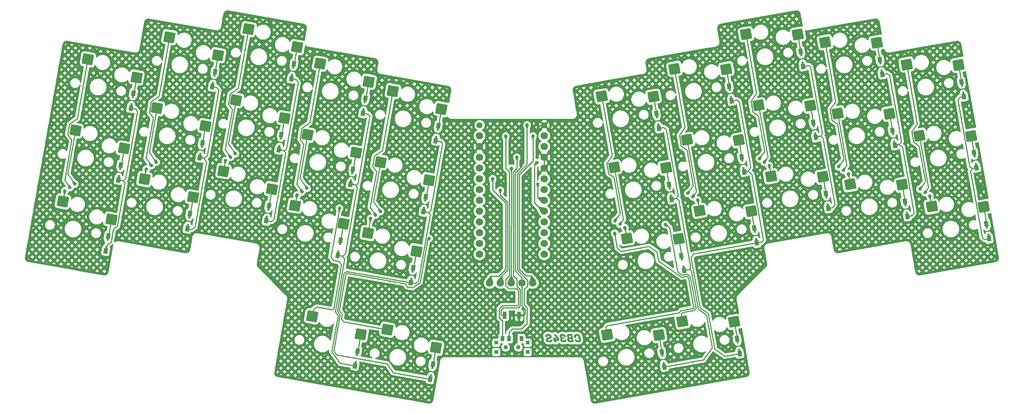
<source format=gbl>
%TF.GenerationSoftware,KiCad,Pcbnew,7.0.6*%
%TF.CreationDate,2023-07-14T19:01:00+02:00*%
%TF.ProjectId,Choc34SB,43686f63-3334-4534-922e-6b696361645f,rev?*%
%TF.SameCoordinates,Original*%
%TF.FileFunction,Copper,L2,Bot*%
%TF.FilePolarity,Positive*%
%FSLAX46Y46*%
G04 Gerber Fmt 4.6, Leading zero omitted, Abs format (unit mm)*
G04 Created by KiCad (PCBNEW 7.0.6) date 2023-07-14 19:01:00*
%MOMM*%
%LPD*%
G01*
G04 APERTURE LIST*
G04 Aperture macros list*
%AMRoundRect*
0 Rectangle with rounded corners*
0 $1 Rounding radius*
0 $2 $3 $4 $5 $6 $7 $8 $9 X,Y pos of 4 corners*
0 Add a 4 corners polygon primitive as box body*
4,1,4,$2,$3,$4,$5,$6,$7,$8,$9,$2,$3,0*
0 Add four circle primitives for the rounded corners*
1,1,$1+$1,$2,$3*
1,1,$1+$1,$4,$5*
1,1,$1+$1,$6,$7*
1,1,$1+$1,$8,$9*
0 Add four rect primitives between the rounded corners*
20,1,$1+$1,$2,$3,$4,$5,0*
20,1,$1+$1,$4,$5,$6,$7,0*
20,1,$1+$1,$6,$7,$8,$9,0*
20,1,$1+$1,$8,$9,$2,$3,0*%
%AMFreePoly0*
4,1,13,0.650000,0.228600,1.094000,0.228600,1.129355,0.213955,1.144000,0.178600,1.144000,-0.177000,1.129355,-0.212355,1.094000,-0.226999,0.650000,-0.227000,0.650000,-0.475000,-0.650000,-0.475000,-0.650000,0.475000,0.650000,0.475000,0.650000,0.228600,0.650000,0.228600,$1*%
%AMFreePoly1*
4,1,13,0.650000,-0.475000,-0.650000,-0.475000,-0.649999,-0.229000,-1.094000,-0.229000,-1.129355,-0.214355,-1.144000,-0.179000,-1.144000,0.176600,-1.129355,0.211955,-1.094000,0.226600,-0.650000,0.226600,-0.650000,0.475000,0.650000,0.475000,0.650000,-0.475000,0.650000,-0.475000,$1*%
G04 Aperture macros list end*
%TA.AperFunction,NonConductor*%
%ADD10C,0.000000*%
%TD*%
%TA.AperFunction,SMDPad,CuDef*%
%ADD11FreePoly0,80.000000*%
%TD*%
%TA.AperFunction,SMDPad,CuDef*%
%ADD12FreePoly1,80.000000*%
%TD*%
%TA.AperFunction,SMDPad,CuDef*%
%ADD13RoundRect,0.250000X-1.183076X-0.806818X0.835780X-1.162797X1.183076X0.806818X-0.835780X1.162797X0*%
%TD*%
%TA.AperFunction,SMDPad,CuDef*%
%ADD14RoundRect,0.250000X-0.835780X-1.162797X1.183076X-0.806818X0.835780X1.162797X-1.183076X0.806818X0*%
%TD*%
%TA.AperFunction,SMDPad,CuDef*%
%ADD15FreePoly0,100.000000*%
%TD*%
%TA.AperFunction,SMDPad,CuDef*%
%ADD16FreePoly1,100.000000*%
%TD*%
%TA.AperFunction,ComponentPad*%
%ADD17C,1.397000*%
%TD*%
%TA.AperFunction,ComponentPad*%
%ADD18C,1.752600*%
%TD*%
%TA.AperFunction,SMDPad,CuDef*%
%ADD19R,0.900000X1.700000*%
%TD*%
%TA.AperFunction,WasherPad*%
%ADD20C,1.000000*%
%TD*%
%TA.AperFunction,SMDPad,CuDef*%
%ADD21R,0.900000X0.900000*%
%TD*%
%TA.AperFunction,SMDPad,CuDef*%
%ADD22R,0.900000X1.250000*%
%TD*%
%TA.AperFunction,ViaPad*%
%ADD23C,0.800000*%
%TD*%
%TA.AperFunction,Conductor*%
%ADD24C,0.250000*%
%TD*%
G04 APERTURE END LIST*
D10*
%TA.AperFunction,NonConductor*%
G36*
X168051959Y-123100005D02*
G01*
X168096441Y-123101966D01*
X168139707Y-123105235D01*
X168181760Y-123109811D01*
X168222597Y-123115694D01*
X168262221Y-123122885D01*
X168300629Y-123131383D01*
X168337824Y-123141189D01*
X168373803Y-123152302D01*
X168408569Y-123164722D01*
X168442120Y-123178450D01*
X168474456Y-123193485D01*
X168505578Y-123209828D01*
X168535486Y-123227478D01*
X168564179Y-123246435D01*
X168591658Y-123266700D01*
X168617922Y-123288273D01*
X168642972Y-123311152D01*
X168666808Y-123335340D01*
X168689429Y-123360834D01*
X168710836Y-123387636D01*
X168731028Y-123415746D01*
X168750006Y-123445162D01*
X168767769Y-123475887D01*
X168784318Y-123507918D01*
X168799653Y-123541257D01*
X168813773Y-123575904D01*
X168826679Y-123611858D01*
X168838371Y-123649119D01*
X168848848Y-123687688D01*
X168858111Y-123727564D01*
X168866160Y-123768747D01*
X168974639Y-124377289D01*
X168978982Y-124402879D01*
X168982746Y-124428056D01*
X168985929Y-124452819D01*
X168988533Y-124477169D01*
X168990557Y-124501105D01*
X168992003Y-124524628D01*
X168992870Y-124547738D01*
X168993159Y-124570435D01*
X168992767Y-124596201D01*
X168991588Y-124621243D01*
X168989624Y-124645562D01*
X168986874Y-124669158D01*
X168983339Y-124692030D01*
X168979018Y-124714178D01*
X168973912Y-124735604D01*
X168968021Y-124756305D01*
X168961344Y-124776283D01*
X168953881Y-124795538D01*
X168945634Y-124814069D01*
X168936601Y-124831877D01*
X168926783Y-124848961D01*
X168916180Y-124865321D01*
X168904791Y-124880959D01*
X168892618Y-124895872D01*
X168873517Y-124915736D01*
X168852597Y-124934319D01*
X168829858Y-124951620D01*
X168805301Y-124967640D01*
X168778924Y-124982378D01*
X168750729Y-124995835D01*
X168720715Y-125008010D01*
X168688882Y-125018903D01*
X168655230Y-125028515D01*
X168619760Y-125036845D01*
X168582471Y-125043894D01*
X168543363Y-125049661D01*
X168502436Y-125054147D01*
X168459690Y-125057351D01*
X168415126Y-125059273D01*
X168368742Y-125059914D01*
X168323548Y-125059312D01*
X168279579Y-125057506D01*
X168236834Y-125054496D01*
X168195314Y-125050281D01*
X168155019Y-125044863D01*
X168115949Y-125038241D01*
X168078104Y-125030414D01*
X168041484Y-125021384D01*
X168006088Y-125011149D01*
X167971917Y-124999711D01*
X167938971Y-124987068D01*
X167907250Y-124973221D01*
X167876754Y-124958171D01*
X167847482Y-124941916D01*
X167819435Y-124924457D01*
X167792613Y-124905794D01*
X167767015Y-124885927D01*
X167742642Y-124864856D01*
X167719494Y-124842581D01*
X167697571Y-124819101D01*
X167676872Y-124794418D01*
X167657398Y-124768531D01*
X167639149Y-124741439D01*
X167622124Y-124713144D01*
X167606324Y-124683645D01*
X167591749Y-124652941D01*
X167578398Y-124621033D01*
X167566272Y-124587922D01*
X167555371Y-124553606D01*
X167545694Y-124518086D01*
X167537242Y-124481363D01*
X167530014Y-124443435D01*
X167516785Y-124366706D01*
X167993035Y-124366706D01*
X168000106Y-124400988D01*
X168008747Y-124433058D01*
X168013657Y-124448264D01*
X168018960Y-124462916D01*
X168024655Y-124477016D01*
X168030743Y-124490563D01*
X168037223Y-124503557D01*
X168044097Y-124515998D01*
X168051363Y-124527887D01*
X168059021Y-124539222D01*
X168067073Y-124550004D01*
X168075517Y-124560233D01*
X168084353Y-124569910D01*
X168093583Y-124579033D01*
X168103205Y-124587604D01*
X168113220Y-124595622D01*
X168123627Y-124603086D01*
X168134427Y-124609998D01*
X168145620Y-124616357D01*
X168157206Y-124622163D01*
X168169184Y-124627416D01*
X168181555Y-124632116D01*
X168194319Y-124636263D01*
X168207475Y-124639857D01*
X168221024Y-124642898D01*
X168234966Y-124645386D01*
X168249300Y-124647322D01*
X168264027Y-124648704D01*
X168279147Y-124649533D01*
X168294659Y-124649810D01*
X168307520Y-124649639D01*
X168319972Y-124649128D01*
X168332016Y-124648275D01*
X168343651Y-124647081D01*
X168354878Y-124645546D01*
X168365697Y-124643671D01*
X168376108Y-124641454D01*
X168386110Y-124638896D01*
X168395704Y-124635997D01*
X168404889Y-124632757D01*
X168413667Y-124629175D01*
X168422035Y-124625253D01*
X168429996Y-124620990D01*
X168437549Y-124616385D01*
X168444693Y-124611440D01*
X168451428Y-124606154D01*
X168457756Y-124600526D01*
X168463675Y-124594557D01*
X168469186Y-124588248D01*
X168474289Y-124581597D01*
X168478984Y-124574605D01*
X168483270Y-124567272D01*
X168487148Y-124559598D01*
X168490618Y-124551583D01*
X168493679Y-124543227D01*
X168496333Y-124534530D01*
X168498578Y-124525492D01*
X168500415Y-124516112D01*
X168501843Y-124506392D01*
X168502864Y-124496331D01*
X168503476Y-124485928D01*
X168503680Y-124475185D01*
X168503473Y-124458607D01*
X168502852Y-124441946D01*
X168501818Y-124425203D01*
X168500370Y-124408377D01*
X168498509Y-124391468D01*
X168496235Y-124374477D01*
X168493549Y-124357404D01*
X168490451Y-124340247D01*
X168397847Y-123805789D01*
X168390714Y-123769905D01*
X168381886Y-123736336D01*
X168376837Y-123720419D01*
X168371364Y-123705082D01*
X168365467Y-123690323D01*
X168359147Y-123676143D01*
X168352402Y-123662542D01*
X168345235Y-123649519D01*
X168337643Y-123637075D01*
X168329628Y-123625210D01*
X168321189Y-123613924D01*
X168312326Y-123603217D01*
X168303040Y-123593088D01*
X168293330Y-123583539D01*
X168283196Y-123574568D01*
X168272639Y-123566175D01*
X168261657Y-123558362D01*
X168250253Y-123551127D01*
X168238424Y-123544471D01*
X168226172Y-123538394D01*
X168213496Y-123532896D01*
X168200396Y-123527976D01*
X168186873Y-123523636D01*
X168172926Y-123519874D01*
X168158555Y-123516690D01*
X168143761Y-123514086D01*
X168128543Y-123512060D01*
X168112901Y-123510613D01*
X168096836Y-123509745D01*
X168080347Y-123509456D01*
X168068295Y-123509683D01*
X168056615Y-123510365D01*
X168045308Y-123511502D01*
X168034373Y-123513094D01*
X168023811Y-123515140D01*
X168013621Y-123517641D01*
X168003803Y-123520597D01*
X167994357Y-123524007D01*
X167985284Y-123527873D01*
X167976582Y-123532193D01*
X167968252Y-123536968D01*
X167960295Y-123542197D01*
X167952709Y-123547882D01*
X167945494Y-123554021D01*
X167938651Y-123560615D01*
X167932180Y-123567664D01*
X167926091Y-123574775D01*
X167920395Y-123582216D01*
X167915092Y-123589988D01*
X167910183Y-123598091D01*
X167905666Y-123606524D01*
X167901542Y-123615289D01*
X167897811Y-123624384D01*
X167894474Y-123633809D01*
X167891528Y-123643566D01*
X167888976Y-123653653D01*
X167886817Y-123664071D01*
X167885050Y-123674820D01*
X167883676Y-123685899D01*
X167882694Y-123697310D01*
X167882105Y-123709051D01*
X167881909Y-123721122D01*
X167882250Y-123743943D01*
X167883273Y-123766102D01*
X167884979Y-123787599D01*
X167887366Y-123808435D01*
X167890436Y-123828610D01*
X167894188Y-123848123D01*
X167898621Y-123866975D01*
X167903738Y-123885165D01*
X167909536Y-123902693D01*
X167916016Y-123919560D01*
X167923178Y-123935766D01*
X167931023Y-123951310D01*
X167939550Y-123966193D01*
X167948758Y-123980414D01*
X167958649Y-123993974D01*
X167969222Y-124006872D01*
X167500909Y-124006872D01*
X167471806Y-123953956D01*
X167464532Y-123940561D01*
X167457256Y-123925513D01*
X167449979Y-123908811D01*
X167442702Y-123890455D01*
X167435424Y-123870446D01*
X167428147Y-123848784D01*
X167420872Y-123825467D01*
X167413598Y-123800497D01*
X167406156Y-123774039D01*
X167399707Y-123747580D01*
X167394250Y-123721122D01*
X167389785Y-123694664D01*
X167386312Y-123668206D01*
X167383832Y-123641748D01*
X167382343Y-123615289D01*
X167381847Y-123588831D01*
X167382467Y-123560770D01*
X167384328Y-123533475D01*
X167387428Y-123506944D01*
X167391769Y-123481179D01*
X167397350Y-123456178D01*
X167404172Y-123431941D01*
X167412233Y-123408470D01*
X167421535Y-123385763D01*
X167432077Y-123363821D01*
X167443859Y-123342644D01*
X167456882Y-123322232D01*
X167471144Y-123302585D01*
X167486647Y-123283702D01*
X167503390Y-123265584D01*
X167521374Y-123248231D01*
X167540597Y-123231643D01*
X167561020Y-123215623D01*
X167582600Y-123200637D01*
X167605338Y-123186685D01*
X167629234Y-123173765D01*
X167654287Y-123161880D01*
X167680498Y-123151028D01*
X167707866Y-123141209D01*
X167736392Y-123132424D01*
X167766075Y-123124673D01*
X167796916Y-123117955D01*
X167828914Y-123112270D01*
X167862070Y-123107620D01*
X167896382Y-123104002D01*
X167931852Y-123101418D01*
X167968479Y-123099868D01*
X168006264Y-123099351D01*
X168051959Y-123100005D01*
G37*
%TD.AperFunction*%
%TA.AperFunction,NonConductor*%
G36*
X163829948Y-124075664D02*
G01*
X163938428Y-124686851D01*
X163187003Y-124686851D01*
X163245219Y-125022872D01*
X162774253Y-125022872D01*
X162716045Y-124686851D01*
X162454107Y-124686851D01*
X162387961Y-124305851D01*
X162649899Y-124305851D01*
X162583753Y-123943372D01*
X163020316Y-123943372D01*
X163086461Y-124305851D01*
X163369574Y-124305851D01*
X163343115Y-124152393D01*
X162578461Y-123170789D01*
X163081169Y-123170789D01*
X163829948Y-124075664D01*
G37*
%TD.AperFunction*%
%TA.AperFunction,NonConductor*%
G36*
X161300000Y-123100000D02*
G01*
X161350909Y-123101945D01*
X161400149Y-123105188D01*
X161447720Y-123109728D01*
X161493621Y-123115565D01*
X161537854Y-123122699D01*
X161580417Y-123131130D01*
X161621311Y-123140858D01*
X161660536Y-123151883D01*
X161698092Y-123164205D01*
X161733978Y-123177825D01*
X161768196Y-123192741D01*
X161800744Y-123208954D01*
X161831624Y-123226465D01*
X161860834Y-123245273D01*
X161888375Y-123265377D01*
X161914247Y-123286779D01*
X161938449Y-123309478D01*
X161960983Y-123333474D01*
X161981847Y-123358767D01*
X162001042Y-123385357D01*
X162018569Y-123413244D01*
X162034425Y-123442429D01*
X162048613Y-123472910D01*
X162061132Y-123504688D01*
X162071981Y-123537764D01*
X162081162Y-123572136D01*
X162088673Y-123607806D01*
X162094515Y-123644773D01*
X162098688Y-123683037D01*
X162101192Y-123722598D01*
X162102026Y-123763456D01*
X162101675Y-123782772D01*
X162100620Y-123801696D01*
X162098863Y-123820227D01*
X162096404Y-123838365D01*
X162093241Y-123856111D01*
X162089375Y-123873464D01*
X162084807Y-123890424D01*
X162079536Y-123906991D01*
X162073562Y-123923166D01*
X162066885Y-123938948D01*
X162059506Y-123954337D01*
X162051424Y-123969334D01*
X162042639Y-123983938D01*
X162033151Y-123998149D01*
X162022961Y-124011967D01*
X162012068Y-124025393D01*
X162000678Y-124038085D01*
X161988999Y-124050363D01*
X161977031Y-124062228D01*
X161964773Y-124073679D01*
X161952226Y-124084718D01*
X161939390Y-124095342D01*
X161926264Y-124105553D01*
X161912849Y-124115351D01*
X161899144Y-124124736D01*
X161885150Y-124133707D01*
X161870867Y-124142264D01*
X161856294Y-124150408D01*
X161841432Y-124158139D01*
X161826281Y-124165457D01*
X161810840Y-124172361D01*
X161795109Y-124178851D01*
X161730452Y-124202003D01*
X161666125Y-124223831D01*
X161602129Y-124244336D01*
X161538464Y-124263518D01*
X161506672Y-124273068D01*
X161476121Y-124283196D01*
X161446810Y-124293903D01*
X161418739Y-124305190D01*
X161391908Y-124317055D01*
X161366318Y-124329498D01*
X161353988Y-124335937D01*
X161341969Y-124342521D01*
X161330259Y-124349249D01*
X161318860Y-124356122D01*
X161307966Y-124363192D01*
X161297775Y-124370509D01*
X161288287Y-124378074D01*
X161279502Y-124385888D01*
X161271420Y-124393949D01*
X161264041Y-124402259D01*
X161257364Y-124410817D01*
X161251390Y-124419622D01*
X161246119Y-124428676D01*
X161241551Y-124437978D01*
X161237686Y-124447528D01*
X161234523Y-124457325D01*
X161232064Y-124467371D01*
X161230307Y-124477665D01*
X161229253Y-124488207D01*
X161228901Y-124498997D01*
X161229160Y-124509090D01*
X161229935Y-124518862D01*
X161231227Y-124528313D01*
X161233035Y-124537444D01*
X161235361Y-124546255D01*
X161238203Y-124554745D01*
X161241562Y-124562916D01*
X161245438Y-124570765D01*
X161249830Y-124578294D01*
X161254739Y-124585503D01*
X161260165Y-124592392D01*
X161266108Y-124598960D01*
X161272568Y-124605207D01*
X161279544Y-124611135D01*
X161287037Y-124616742D01*
X161295047Y-124622028D01*
X161312617Y-124631640D01*
X161332254Y-124639970D01*
X161353958Y-124647019D01*
X161377729Y-124652786D01*
X161403567Y-124657272D01*
X161431473Y-124660476D01*
X161461445Y-124662398D01*
X161493485Y-124663039D01*
X161509600Y-124662861D01*
X161525204Y-124662326D01*
X161540296Y-124661434D01*
X161554876Y-124660186D01*
X161568945Y-124658582D01*
X161582502Y-124656621D01*
X161595548Y-124654303D01*
X161608082Y-124651629D01*
X161620105Y-124648598D01*
X161631616Y-124645211D01*
X161642615Y-124641467D01*
X161653103Y-124637366D01*
X161663079Y-124632909D01*
X161672543Y-124628095D01*
X161681496Y-124622925D01*
X161689938Y-124617398D01*
X161697867Y-124611515D01*
X161705286Y-124605275D01*
X161712192Y-124598678D01*
X161718587Y-124591725D01*
X161724470Y-124584416D01*
X161729842Y-124576750D01*
X161734702Y-124568727D01*
X161739051Y-124560347D01*
X161742888Y-124551612D01*
X161746213Y-124542519D01*
X161749027Y-124533070D01*
X161751329Y-124523264D01*
X161753120Y-124513102D01*
X161754399Y-124502584D01*
X161755166Y-124491708D01*
X161755422Y-124480476D01*
X161755339Y-124475102D01*
X161755091Y-124469563D01*
X161754678Y-124463858D01*
X161754099Y-124457987D01*
X161753355Y-124451952D01*
X161752445Y-124445750D01*
X161751370Y-124439384D01*
X161750130Y-124432851D01*
X161744839Y-124401101D01*
X162221089Y-124401101D01*
X162229026Y-124443435D01*
X162232747Y-124465056D01*
X162235971Y-124486264D01*
X162238700Y-124507059D01*
X162240932Y-124527440D01*
X162242669Y-124547407D01*
X162243909Y-124566962D01*
X162244653Y-124586103D01*
X162244901Y-124604831D01*
X162244457Y-124628974D01*
X162243123Y-124652455D01*
X162240901Y-124675276D01*
X162237790Y-124697434D01*
X162233790Y-124718932D01*
X162228902Y-124739768D01*
X162223124Y-124759942D01*
X162216458Y-124779455D01*
X162208903Y-124798307D01*
X162200459Y-124816497D01*
X162191126Y-124834026D01*
X162180904Y-124850893D01*
X162169794Y-124867099D01*
X162157795Y-124882643D01*
X162144907Y-124897526D01*
X162131130Y-124911747D01*
X162110914Y-124929689D01*
X162088631Y-124946474D01*
X162064281Y-124962100D01*
X162037864Y-124976570D01*
X162009380Y-124989882D01*
X161978829Y-125002036D01*
X161946211Y-125013033D01*
X161911525Y-125022872D01*
X161874773Y-125031554D01*
X161835954Y-125039078D01*
X161795068Y-125045444D01*
X161752114Y-125050653D01*
X161707094Y-125054705D01*
X161660006Y-125057599D01*
X161610852Y-125059335D01*
X161559630Y-125059914D01*
X161508222Y-125059284D01*
X161458509Y-125057392D01*
X161410491Y-125054240D01*
X161364168Y-125049827D01*
X161319541Y-125044153D01*
X161276608Y-125037218D01*
X161235370Y-125029022D01*
X161195827Y-125019565D01*
X161157979Y-125008848D01*
X161121826Y-124996869D01*
X161087369Y-124983630D01*
X161054606Y-124969129D01*
X161023538Y-124953368D01*
X160994166Y-124936346D01*
X160966488Y-124918062D01*
X160940505Y-124898518D01*
X160916155Y-124877341D01*
X160893376Y-124854821D01*
X160872168Y-124830957D01*
X160852531Y-124805749D01*
X160834465Y-124779198D01*
X160817969Y-124751303D01*
X160803045Y-124722064D01*
X160789692Y-124691482D01*
X160777910Y-124659557D01*
X160767698Y-124626287D01*
X160759058Y-124591674D01*
X160751988Y-124555718D01*
X160746490Y-124518418D01*
X160742563Y-124479774D01*
X160740206Y-124439787D01*
X160739421Y-124398456D01*
X160739772Y-124377868D01*
X160740826Y-124357776D01*
X160742583Y-124338180D01*
X160745043Y-124319081D01*
X160748206Y-124300477D01*
X160752071Y-124282370D01*
X160756639Y-124264758D01*
X160761910Y-124247643D01*
X160767884Y-124231024D01*
X160774561Y-124214901D01*
X160781940Y-124199274D01*
X160790022Y-124184143D01*
X160798807Y-124169508D01*
X160808295Y-124155370D01*
X160818486Y-124141727D01*
X160829379Y-124128581D01*
X160840779Y-124115589D01*
X160852489Y-124103073D01*
X160864509Y-124091032D01*
X160876839Y-124079467D01*
X160889479Y-124068377D01*
X160902429Y-124057763D01*
X160915689Y-124047624D01*
X160929259Y-124037960D01*
X160943140Y-124028772D01*
X160957330Y-124020060D01*
X160971831Y-124011822D01*
X160986641Y-124004061D01*
X161001762Y-123996774D01*
X161017193Y-123989964D01*
X161032934Y-123983628D01*
X161048985Y-123977768D01*
X161081395Y-123966772D01*
X161113807Y-123956271D01*
X161146218Y-123946266D01*
X161178629Y-123936758D01*
X161211041Y-123927745D01*
X161243453Y-123919229D01*
X161275864Y-123911209D01*
X161308276Y-123903685D01*
X161339447Y-123895417D01*
X161369461Y-123886487D01*
X161398317Y-123876895D01*
X161426015Y-123866643D01*
X161452556Y-123855729D01*
X161465393Y-123850024D01*
X161477940Y-123844153D01*
X161490198Y-123838117D01*
X161502166Y-123831916D01*
X161513845Y-123825550D01*
X161525235Y-123819018D01*
X161536128Y-123812259D01*
X161546318Y-123805210D01*
X161555806Y-123797873D01*
X161564591Y-123790245D01*
X161572673Y-123782328D01*
X161580052Y-123774122D01*
X161586729Y-123765627D01*
X161592703Y-123756842D01*
X161597974Y-123747767D01*
X161602542Y-123738404D01*
X161606407Y-123728750D01*
X161609570Y-123718808D01*
X161612030Y-123708576D01*
X161613787Y-123698054D01*
X161614841Y-123687243D01*
X161615193Y-123676143D01*
X161614916Y-123665074D01*
X161614087Y-123654357D01*
X161612705Y-123643990D01*
X161610769Y-123633975D01*
X161608281Y-123624312D01*
X161605240Y-123615000D01*
X161601646Y-123606039D01*
X161597499Y-123597430D01*
X161592799Y-123589172D01*
X161587546Y-123581266D01*
X161581740Y-123573711D01*
X161575381Y-123566507D01*
X161568469Y-123559655D01*
X161561005Y-123553154D01*
X161552987Y-123547004D01*
X161544416Y-123541206D01*
X161535293Y-123535759D01*
X161525617Y-123530664D01*
X161504605Y-123521527D01*
X161481382Y-123513797D01*
X161455946Y-123507471D01*
X161428300Y-123502552D01*
X161398441Y-123499038D01*
X161366371Y-123496929D01*
X161332089Y-123496226D01*
X161318252Y-123496394D01*
X161304855Y-123496898D01*
X161291897Y-123497738D01*
X161279378Y-123498914D01*
X161267299Y-123500425D01*
X161255659Y-123502273D01*
X161244458Y-123504456D01*
X161233696Y-123506975D01*
X161223374Y-123509830D01*
X161213491Y-123513021D01*
X161204047Y-123516548D01*
X161195042Y-123520411D01*
X161186477Y-123524610D01*
X161178351Y-123529145D01*
X161170664Y-123534015D01*
X161163416Y-123539222D01*
X161156608Y-123544764D01*
X161150239Y-123550642D01*
X161144309Y-123556856D01*
X161138819Y-123563406D01*
X161133767Y-123570292D01*
X161129155Y-123577514D01*
X161124982Y-123585072D01*
X161121249Y-123592965D01*
X161117954Y-123601195D01*
X161115099Y-123609760D01*
X161112683Y-123618661D01*
X161110707Y-123627898D01*
X161109169Y-123637471D01*
X161108071Y-123647380D01*
X161107412Y-123657625D01*
X161107193Y-123668206D01*
X161107420Y-123679657D01*
X161108102Y-123690860D01*
X161109239Y-123701816D01*
X161110831Y-123712523D01*
X161112877Y-123722982D01*
X161115378Y-123733194D01*
X161118334Y-123743157D01*
X161121745Y-123752872D01*
X161125610Y-123762339D01*
X161129930Y-123771559D01*
X161134705Y-123780530D01*
X161139935Y-123789253D01*
X161145619Y-123797728D01*
X161151758Y-123805955D01*
X161158352Y-123813933D01*
X161165401Y-123821664D01*
X160697087Y-123821664D01*
X160675921Y-123789914D01*
X160673285Y-123786121D01*
X160670670Y-123782018D01*
X160668076Y-123777605D01*
X160665503Y-123772882D01*
X160660418Y-123762505D01*
X160655416Y-123750888D01*
X160650496Y-123738031D01*
X160645659Y-123723933D01*
X160640905Y-123708596D01*
X160636233Y-123692018D01*
X160631272Y-123674076D01*
X160626973Y-123655969D01*
X160623335Y-123637696D01*
X160620358Y-123619257D01*
X160618043Y-123600654D01*
X160616390Y-123581885D01*
X160615397Y-123562951D01*
X160615067Y-123543851D01*
X160615697Y-123518085D01*
X160617588Y-123493043D01*
X160620741Y-123468724D01*
X160625154Y-123445128D01*
X160630828Y-123422256D01*
X160637763Y-123400108D01*
X160645959Y-123378683D01*
X160655416Y-123357981D01*
X160666133Y-123338003D01*
X160678112Y-123318749D01*
X160691351Y-123300218D01*
X160705852Y-123282410D01*
X160721613Y-123265326D01*
X160738635Y-123248965D01*
X160756918Y-123233328D01*
X160776462Y-123218414D01*
X160796906Y-123203996D01*
X160818548Y-123190509D01*
X160841389Y-123177951D01*
X160865429Y-123166324D01*
X160890668Y-123155627D01*
X160917106Y-123145860D01*
X160944742Y-123137023D01*
X160973578Y-123129117D01*
X161003612Y-123122141D01*
X161034845Y-123116094D01*
X161067278Y-123110979D01*
X161100909Y-123106793D01*
X161135739Y-123103537D01*
X161171767Y-123101212D01*
X161208995Y-123099816D01*
X161247422Y-123099351D01*
X161300000Y-123100000D01*
G37*
%TD.AperFunction*%
%TA.AperFunction,NonConductor*%
G36*
X164658071Y-123100013D02*
G01*
X164704881Y-123101997D01*
X164750265Y-123105304D01*
X164794222Y-123109935D01*
X164836753Y-123115888D01*
X164877857Y-123123164D01*
X164917535Y-123131763D01*
X164955787Y-123141685D01*
X164992612Y-123152930D01*
X165028010Y-123165497D01*
X165061981Y-123179388D01*
X165094526Y-123194601D01*
X165125644Y-123211138D01*
X165155336Y-123228997D01*
X165183600Y-123248180D01*
X165210438Y-123268685D01*
X165235751Y-123289996D01*
X165259430Y-123312258D01*
X165281476Y-123335471D01*
X165301889Y-123359635D01*
X165320668Y-123384750D01*
X165337814Y-123410815D01*
X165353327Y-123437832D01*
X165367207Y-123465799D01*
X165379454Y-123494717D01*
X165390068Y-123524586D01*
X165399049Y-123555406D01*
X165406397Y-123587177D01*
X165412111Y-123619898D01*
X165416194Y-123653571D01*
X165418643Y-123688194D01*
X165419459Y-123723768D01*
X165419253Y-123742495D01*
X165418635Y-123760313D01*
X165417603Y-123777222D01*
X165416158Y-123793221D01*
X165414299Y-123808311D01*
X165412025Y-123822491D01*
X165410732Y-123829240D01*
X165409335Y-123835761D01*
X165407835Y-123842055D01*
X165406230Y-123848122D01*
X164937917Y-123848122D01*
X164941023Y-123838200D01*
X164943713Y-123828279D01*
X164945987Y-123818357D01*
X164947846Y-123808435D01*
X164949291Y-123798513D01*
X164950322Y-123788591D01*
X164950941Y-123778669D01*
X164951147Y-123768747D01*
X164950878Y-123754061D01*
X164950073Y-123739767D01*
X164948730Y-123725866D01*
X164946850Y-123712358D01*
X164944432Y-123699242D01*
X164941477Y-123686520D01*
X164937985Y-123674189D01*
X164933955Y-123662252D01*
X164929388Y-123650708D01*
X164924283Y-123639556D01*
X164918640Y-123628797D01*
X164912459Y-123618431D01*
X164905740Y-123608457D01*
X164898483Y-123598876D01*
X164890688Y-123589688D01*
X164882355Y-123580893D01*
X164873572Y-123572243D01*
X164864416Y-123564150D01*
X164854889Y-123556616D01*
X164844989Y-123549639D01*
X164834717Y-123543221D01*
X164824073Y-123537361D01*
X164813056Y-123532059D01*
X164801667Y-123527315D01*
X164789906Y-123523129D01*
X164777772Y-123519502D01*
X164765266Y-123516432D01*
X164752387Y-123513921D01*
X164739136Y-123511967D01*
X164725512Y-123510572D01*
X164711516Y-123509735D01*
X164697147Y-123509456D01*
X164682824Y-123509642D01*
X164668955Y-123510200D01*
X164655541Y-123511130D01*
X164642581Y-123512432D01*
X164630076Y-123514107D01*
X164618026Y-123516153D01*
X164606430Y-123518571D01*
X164595289Y-123521362D01*
X164584602Y-123524524D01*
X164574370Y-123528059D01*
X164564592Y-123531966D01*
X164555269Y-123536245D01*
X164546400Y-123540896D01*
X164537986Y-123545919D01*
X164530026Y-123551314D01*
X164522522Y-123557081D01*
X164515154Y-123563230D01*
X164508261Y-123569772D01*
X164501844Y-123576707D01*
X164495902Y-123584035D01*
X164490434Y-123591755D01*
X164485443Y-123599868D01*
X164480926Y-123608374D01*
X164476884Y-123617273D01*
X164473318Y-123626564D01*
X164470228Y-123636249D01*
X164467612Y-123646325D01*
X164465472Y-123656795D01*
X164463808Y-123667658D01*
X164462619Y-123678913D01*
X164461905Y-123690561D01*
X164461668Y-123702601D01*
X164462040Y-123714787D01*
X164463156Y-123726869D01*
X164465016Y-123738848D01*
X164467621Y-123750723D01*
X164470969Y-123762495D01*
X164475062Y-123774164D01*
X164479899Y-123785729D01*
X164485480Y-123797191D01*
X164491805Y-123808549D01*
X164498874Y-123819804D01*
X164506688Y-123830956D01*
X164515246Y-123842004D01*
X164524547Y-123852949D01*
X164534593Y-123863791D01*
X164545383Y-123874529D01*
X164556918Y-123885164D01*
X164568672Y-123895107D01*
X164580777Y-123904429D01*
X164593233Y-123913131D01*
X164606041Y-123921214D01*
X164619199Y-123928676D01*
X164632708Y-123935518D01*
X164646568Y-123941739D01*
X164660780Y-123947341D01*
X164675342Y-123952323D01*
X164690255Y-123956684D01*
X164705519Y-123960425D01*
X164721134Y-123963547D01*
X164737101Y-123966048D01*
X164753418Y-123967929D01*
X164770086Y-123969190D01*
X164787105Y-123969831D01*
X164998772Y-123969831D01*
X165051688Y-124258226D01*
X164784459Y-124258226D01*
X164772089Y-124258376D01*
X164760112Y-124258826D01*
X164748527Y-124259575D01*
X164737335Y-124260624D01*
X164726536Y-124261973D01*
X164716129Y-124263621D01*
X164706114Y-124265570D01*
X164696492Y-124267817D01*
X164687263Y-124270365D01*
X164678427Y-124273212D01*
X164669983Y-124276359D01*
X164661932Y-124279806D01*
X164654273Y-124283553D01*
X164647007Y-124287599D01*
X164640134Y-124291945D01*
X164633653Y-124296591D01*
X164627565Y-124301536D01*
X164621870Y-124306781D01*
X164616568Y-124312326D01*
X164611658Y-124318171D01*
X164607141Y-124324315D01*
X164603016Y-124330759D01*
X164599285Y-124337503D01*
X164595946Y-124344546D01*
X164593000Y-124351890D01*
X164590447Y-124359533D01*
X164588286Y-124367475D01*
X164586519Y-124375718D01*
X164585144Y-124384260D01*
X164584162Y-124393102D01*
X164583572Y-124402243D01*
X164583376Y-124411685D01*
X164583686Y-124424128D01*
X164584616Y-124436324D01*
X164586166Y-124448271D01*
X164588337Y-124459971D01*
X164591127Y-124471423D01*
X164594538Y-124482626D01*
X164598569Y-124493581D01*
X164603220Y-124504289D01*
X164608491Y-124514748D01*
X164614382Y-124524960D01*
X164620893Y-124534923D01*
X164628024Y-124544638D01*
X164635776Y-124554105D01*
X164644147Y-124563324D01*
X164653139Y-124572295D01*
X164662751Y-124581018D01*
X164672828Y-124589348D01*
X164683215Y-124597141D01*
X164693912Y-124604396D01*
X164704919Y-124611114D01*
X164716236Y-124617295D01*
X164727863Y-124622938D01*
X164739801Y-124628043D01*
X164752048Y-124632612D01*
X164764605Y-124636642D01*
X164777473Y-124640136D01*
X164790650Y-124643092D01*
X164804138Y-124645510D01*
X164817935Y-124647391D01*
X164832043Y-124648735D01*
X164846461Y-124649541D01*
X164861188Y-124649810D01*
X164875189Y-124649639D01*
X164888745Y-124649128D01*
X164901857Y-124648275D01*
X164914523Y-124647081D01*
X164926746Y-124645546D01*
X164938523Y-124643671D01*
X164949857Y-124641454D01*
X164960745Y-124638896D01*
X164971189Y-124635997D01*
X164981189Y-124632757D01*
X164990744Y-124629175D01*
X164999854Y-124625253D01*
X165008520Y-124620990D01*
X165016742Y-124616385D01*
X165024519Y-124611440D01*
X165031851Y-124606154D01*
X165038739Y-124600526D01*
X165045183Y-124594557D01*
X165051182Y-124588248D01*
X165056736Y-124581597D01*
X165061847Y-124574605D01*
X165066512Y-124567272D01*
X165070734Y-124559598D01*
X165074511Y-124551583D01*
X165077844Y-124543227D01*
X165080732Y-124534530D01*
X165083176Y-124525492D01*
X165085175Y-124516112D01*
X165086730Y-124506392D01*
X165087841Y-124496331D01*
X165088508Y-124485928D01*
X165088730Y-124475185D01*
X165088648Y-124468529D01*
X165088402Y-124461790D01*
X165087990Y-124454968D01*
X165087414Y-124448064D01*
X165086671Y-124441078D01*
X165085761Y-124434009D01*
X165084683Y-124426857D01*
X165083438Y-124419622D01*
X165559688Y-124419622D01*
X165563409Y-124440623D01*
X165566634Y-124461294D01*
X165569362Y-124481633D01*
X165571595Y-124501642D01*
X165573331Y-124521321D01*
X165574571Y-124540669D01*
X165575315Y-124559686D01*
X165575563Y-124578372D01*
X165575088Y-124603818D01*
X165573662Y-124628560D01*
X165571285Y-124652600D01*
X165567958Y-124675938D01*
X165563680Y-124698572D01*
X165558450Y-124720503D01*
X165552270Y-124741732D01*
X165545139Y-124762258D01*
X165537058Y-124782081D01*
X165528025Y-124801201D01*
X165518041Y-124819619D01*
X165507106Y-124837334D01*
X165495220Y-124854345D01*
X165482383Y-124870654D01*
X165468594Y-124886261D01*
X165453855Y-124901164D01*
X165432638Y-124920388D01*
X165409995Y-124938371D01*
X165385926Y-124955114D01*
X165360430Y-124970617D01*
X165333508Y-124984880D01*
X165305159Y-124997902D01*
X165275384Y-125009684D01*
X165244183Y-125020226D01*
X165211554Y-125029528D01*
X165177499Y-125037590D01*
X165142018Y-125044411D01*
X165105110Y-125049992D01*
X165066775Y-125054333D01*
X165027013Y-125057433D01*
X164985824Y-125059294D01*
X164943209Y-125059914D01*
X164892097Y-125059304D01*
X164842607Y-125057475D01*
X164794739Y-125054426D01*
X164748495Y-125050157D01*
X164703873Y-125044669D01*
X164660873Y-125037962D01*
X164619496Y-125030035D01*
X164579741Y-125020888D01*
X164541609Y-125010521D01*
X164505100Y-124998936D01*
X164470213Y-124986130D01*
X164436949Y-124972105D01*
X164405308Y-124956861D01*
X164375289Y-124940396D01*
X164346892Y-124922713D01*
X164320119Y-124903809D01*
X164294968Y-124883687D01*
X164271439Y-124862344D01*
X164249533Y-124839782D01*
X164229250Y-124816001D01*
X164210589Y-124791000D01*
X164193551Y-124764779D01*
X164178136Y-124737339D01*
X164164343Y-124708679D01*
X164152173Y-124678800D01*
X164141626Y-124647701D01*
X164132701Y-124615383D01*
X164125399Y-124581845D01*
X164119720Y-124547087D01*
X164115663Y-124511110D01*
X164113229Y-124473913D01*
X164112418Y-124435497D01*
X164112707Y-124418175D01*
X164113576Y-124401267D01*
X164115024Y-124384772D01*
X164117050Y-124368690D01*
X164119656Y-124353022D01*
X164122840Y-124337767D01*
X164126603Y-124322926D01*
X164130945Y-124308498D01*
X164135865Y-124294483D01*
X164141364Y-124280882D01*
X164147441Y-124267694D01*
X164154097Y-124254919D01*
X164161331Y-124242558D01*
X164169143Y-124230611D01*
X164177533Y-124219076D01*
X164186501Y-124207956D01*
X164195959Y-124197383D01*
X164205810Y-124187492D01*
X164216054Y-124178283D01*
X164226690Y-124169756D01*
X164237718Y-124161912D01*
X164249139Y-124154750D01*
X164260953Y-124148269D01*
X164273159Y-124142471D01*
X164285757Y-124137355D01*
X164298748Y-124132921D01*
X164312132Y-124129170D01*
X164325908Y-124126100D01*
X164340077Y-124123713D01*
X164354638Y-124122007D01*
X164369592Y-124120984D01*
X164384938Y-124120643D01*
X164384938Y-124112706D01*
X164364912Y-124112054D01*
X164345174Y-124110101D01*
X164325725Y-124106845D01*
X164306565Y-124102288D01*
X164287695Y-124096427D01*
X164269113Y-124089265D01*
X164250820Y-124080801D01*
X164232816Y-124071034D01*
X164215101Y-124059965D01*
X164197675Y-124047593D01*
X164180538Y-124033920D01*
X164163690Y-124018944D01*
X164147131Y-124002666D01*
X164130861Y-123985086D01*
X164114880Y-123966203D01*
X164099188Y-123946018D01*
X164084131Y-123925100D01*
X164070045Y-123904016D01*
X164056931Y-123882766D01*
X164044787Y-123861351D01*
X164033615Y-123839771D01*
X164023414Y-123818026D01*
X164014184Y-123796115D01*
X164005926Y-123774039D01*
X163998639Y-123751797D01*
X163992324Y-123729390D01*
X163986980Y-123706818D01*
X163982608Y-123684080D01*
X163979207Y-123661177D01*
X163976778Y-123638109D01*
X163975320Y-123614875D01*
X163974834Y-123591476D01*
X163975465Y-123563096D01*
X163977357Y-123535501D01*
X163980510Y-123508691D01*
X163984924Y-123482667D01*
X163990599Y-123457428D01*
X163997535Y-123432974D01*
X164005732Y-123409307D01*
X164015190Y-123386424D01*
X164025908Y-123364327D01*
X164037887Y-123343016D01*
X164051127Y-123322490D01*
X164065627Y-123302750D01*
X164081387Y-123283795D01*
X164098408Y-123265626D01*
X164116689Y-123248242D01*
X164136230Y-123231643D01*
X164156995Y-123215623D01*
X164178938Y-123200637D01*
X164202060Y-123186685D01*
X164226360Y-123173765D01*
X164251837Y-123161880D01*
X164278493Y-123151028D01*
X164306327Y-123141209D01*
X164335339Y-123132424D01*
X164365529Y-123124673D01*
X164396896Y-123117955D01*
X164429441Y-123112270D01*
X164463165Y-123107620D01*
X164498065Y-123104002D01*
X164534144Y-123101418D01*
X164571400Y-123099868D01*
X164609834Y-123099351D01*
X164658071Y-123100013D01*
G37*
%TD.AperFunction*%
%TA.AperFunction,NonConductor*%
G36*
X167325068Y-125022872D02*
G01*
X166441359Y-125022872D01*
X166406137Y-125022366D01*
X166371906Y-125020847D01*
X166338668Y-125018314D01*
X166306422Y-125014770D01*
X166275168Y-125010212D01*
X166244906Y-125004641D01*
X166215637Y-124998058D01*
X166187359Y-124990461D01*
X166160074Y-124981852D01*
X166133781Y-124972230D01*
X166108480Y-124961595D01*
X166084172Y-124949947D01*
X166060855Y-124937286D01*
X166038531Y-124923612D01*
X166017199Y-124908926D01*
X165996859Y-124893226D01*
X165977149Y-124876638D01*
X165958369Y-124859285D01*
X165940519Y-124841167D01*
X165923600Y-124822284D01*
X165907612Y-124802637D01*
X165892554Y-124782225D01*
X165878427Y-124761048D01*
X165865229Y-124739106D01*
X165852962Y-124716399D01*
X165841625Y-124692928D01*
X165831218Y-124668692D01*
X165821741Y-124643691D01*
X165813193Y-124617925D01*
X165805576Y-124591394D01*
X165798888Y-124564099D01*
X165793130Y-124536039D01*
X165777255Y-124454018D01*
X165774772Y-124441533D01*
X165772621Y-124429213D01*
X165770802Y-124417058D01*
X165770464Y-124414331D01*
X166248214Y-124414331D01*
X166248493Y-124424490D01*
X166249330Y-124434464D01*
X166250725Y-124444251D01*
X166252678Y-124453853D01*
X166255190Y-124463268D01*
X166258259Y-124472498D01*
X166261887Y-124481541D01*
X166266073Y-124490398D01*
X166270817Y-124499070D01*
X166276119Y-124507555D01*
X166281979Y-124515854D01*
X166288397Y-124523967D01*
X166295373Y-124531894D01*
X166302908Y-124539635D01*
X166311000Y-124547191D01*
X166319651Y-124554560D01*
X166328777Y-124561288D01*
X166338295Y-124567582D01*
X166348207Y-124573442D01*
X166358510Y-124578868D01*
X166369207Y-124583860D01*
X166380296Y-124588418D01*
X166391778Y-124592542D01*
X166403653Y-124596232D01*
X166415921Y-124599487D01*
X166428581Y-124602309D01*
X166441635Y-124604696D01*
X166455081Y-124606650D01*
X166468921Y-124608169D01*
X166483153Y-124609254D01*
X166497778Y-124609905D01*
X166512797Y-124610122D01*
X166774734Y-124610122D01*
X166711235Y-124244997D01*
X166459880Y-124244997D01*
X166446859Y-124245163D01*
X166434250Y-124245659D01*
X166422055Y-124246486D01*
X166410273Y-124247643D01*
X166398905Y-124249131D01*
X166387950Y-124250950D01*
X166377408Y-124253100D01*
X166367280Y-124255580D01*
X166357565Y-124258392D01*
X166348263Y-124261534D01*
X166339375Y-124265006D01*
X166330900Y-124268810D01*
X166322838Y-124272944D01*
X166315190Y-124277408D01*
X166307955Y-124282204D01*
X166301134Y-124287330D01*
X166294725Y-124292787D01*
X166288731Y-124298575D01*
X166283149Y-124304693D01*
X166277981Y-124311143D01*
X166273227Y-124317923D01*
X166268886Y-124325033D01*
X166264958Y-124332475D01*
X166261444Y-124340247D01*
X166258343Y-124348350D01*
X166255656Y-124356783D01*
X166253382Y-124365548D01*
X166251521Y-124374643D01*
X166250074Y-124384069D01*
X166249040Y-124393825D01*
X166248420Y-124403913D01*
X166248214Y-124414331D01*
X165770464Y-124414331D01*
X165769314Y-124405069D01*
X165768158Y-124393246D01*
X165767332Y-124381588D01*
X165766837Y-124370095D01*
X165766672Y-124358768D01*
X165766972Y-124344991D01*
X165767871Y-124331442D01*
X165769370Y-124318119D01*
X165771469Y-124305025D01*
X165774167Y-124292157D01*
X165777464Y-124279517D01*
X165781361Y-124267105D01*
X165785857Y-124254919D01*
X165790953Y-124242962D01*
X165796648Y-124231231D01*
X165802942Y-124219728D01*
X165809836Y-124208452D01*
X165817328Y-124197404D01*
X165825420Y-124186582D01*
X165834111Y-124175989D01*
X165843401Y-124165622D01*
X165852980Y-124155690D01*
X165862539Y-124146398D01*
X165872077Y-124137748D01*
X165881595Y-124129738D01*
X165891093Y-124122369D01*
X165900570Y-124115640D01*
X165910026Y-124109553D01*
X165919462Y-124104106D01*
X165928878Y-124099300D01*
X165938273Y-124095135D01*
X165947647Y-124091611D01*
X165957001Y-124088728D01*
X165966335Y-124086485D01*
X165975648Y-124084883D01*
X165984941Y-124083922D01*
X165994213Y-124083601D01*
X165991568Y-124062435D01*
X165983558Y-124062104D01*
X165975404Y-124061112D01*
X165967105Y-124059458D01*
X165958661Y-124057143D01*
X165950073Y-124054166D01*
X165941340Y-124050528D01*
X165932463Y-124046229D01*
X165923441Y-124041268D01*
X165914274Y-124035645D01*
X165904962Y-124029361D01*
X165895505Y-124022416D01*
X165885903Y-124014809D01*
X165876157Y-124006541D01*
X165866265Y-123997612D01*
X165856229Y-123988021D01*
X165846047Y-123977768D01*
X165835682Y-123966927D01*
X165825750Y-123955568D01*
X165816253Y-123943693D01*
X165807188Y-123931301D01*
X165798558Y-123918392D01*
X165790362Y-123904967D01*
X165782599Y-123891024D01*
X165775271Y-123876565D01*
X165768376Y-123861589D01*
X165761916Y-123846097D01*
X165755890Y-123830087D01*
X165750298Y-123813561D01*
X165745141Y-123796518D01*
X165740418Y-123778959D01*
X165736130Y-123760882D01*
X165732276Y-123742289D01*
X165724835Y-123702601D01*
X166205880Y-123702601D01*
X166206128Y-123716275D01*
X166206873Y-123729515D01*
X166208113Y-123742320D01*
X166209849Y-123754691D01*
X166212081Y-123766629D01*
X166214810Y-123778132D01*
X166218035Y-123789201D01*
X166221755Y-123799836D01*
X166225972Y-123810037D01*
X166230685Y-123819804D01*
X166235894Y-123829136D01*
X166241599Y-123838035D01*
X166247800Y-123846500D01*
X166254497Y-123854530D01*
X166261691Y-123862127D01*
X166269380Y-123869289D01*
X166277566Y-123876017D01*
X166286247Y-123882311D01*
X166295425Y-123888172D01*
X166305099Y-123893598D01*
X166315269Y-123898589D01*
X166325935Y-123903147D01*
X166337097Y-123907271D01*
X166348755Y-123910961D01*
X166360910Y-123914216D01*
X166373560Y-123917038D01*
X166400349Y-123921379D01*
X166429123Y-123923983D01*
X166459880Y-123924851D01*
X166655672Y-123924851D01*
X166586880Y-123530622D01*
X166388443Y-123530622D01*
X166377372Y-123530808D01*
X166366653Y-123531366D01*
X166356285Y-123532297D01*
X166346270Y-123533599D01*
X166336605Y-123535273D01*
X166327293Y-123537320D01*
X166318332Y-123539738D01*
X166309722Y-123542529D01*
X166301465Y-123545691D01*
X166293558Y-123549226D01*
X166286004Y-123553133D01*
X166278801Y-123557411D01*
X166271950Y-123562062D01*
X166265450Y-123567085D01*
X166259302Y-123572480D01*
X166253505Y-123578247D01*
X166247738Y-123584314D01*
X166242343Y-123590608D01*
X166237320Y-123597130D01*
X166232669Y-123603879D01*
X166228391Y-123610855D01*
X166224484Y-123618059D01*
X166220949Y-123625490D01*
X166217787Y-123633149D01*
X166214996Y-123641035D01*
X166212578Y-123649148D01*
X166210531Y-123657488D01*
X166208857Y-123666056D01*
X166207555Y-123674852D01*
X166206624Y-123683874D01*
X166206066Y-123693124D01*
X166205880Y-123702601D01*
X165724835Y-123702601D01*
X165708463Y-123615289D01*
X165705980Y-123600819D01*
X165703829Y-123586515D01*
X165702010Y-123572376D01*
X165700523Y-123558403D01*
X165699366Y-123544595D01*
X165698540Y-123530953D01*
X165698045Y-123517476D01*
X165697880Y-123504164D01*
X165698252Y-123485188D01*
X165699368Y-123466626D01*
X165701229Y-123448477D01*
X165703833Y-123430742D01*
X165707182Y-123413420D01*
X165711275Y-123396511D01*
X165716112Y-123380016D01*
X165721693Y-123363934D01*
X165728018Y-123348266D01*
X165735087Y-123333011D01*
X165742901Y-123318170D01*
X165751458Y-123303742D01*
X165760760Y-123289727D01*
X165770806Y-123276126D01*
X165781596Y-123262938D01*
X165793130Y-123250164D01*
X165809687Y-123234144D01*
X165827609Y-123219158D01*
X165846894Y-123205205D01*
X165867544Y-123192286D01*
X165889558Y-123180401D01*
X165912937Y-123169549D01*
X165937679Y-123159730D01*
X165963786Y-123150945D01*
X165991258Y-123143194D01*
X166020093Y-123136476D01*
X166050293Y-123130791D01*
X166081857Y-123126140D01*
X166114785Y-123122523D01*
X166149077Y-123119939D01*
X166184734Y-123118389D01*
X166221755Y-123117872D01*
X166989047Y-123117872D01*
X167325068Y-125022872D01*
G37*
%TD.AperFunction*%
D11*
X76318002Y-98261543D03*
D12*
X76934454Y-94765475D03*
D13*
X105729038Y-118944431D03*
X117164705Y-123194786D03*
D14*
X210812585Y-69173845D03*
X223012304Y-69256644D03*
D11*
X97882164Y-79622954D03*
D12*
X98498616Y-76126886D03*
D11*
X111771085Y-104512872D03*
D12*
X112387537Y-101016804D03*
D14*
X192894010Y-120159966D03*
X205093729Y-120242765D03*
D15*
X210395614Y-101612876D03*
D16*
X209779162Y-98116808D03*
D14*
X232376753Y-87812426D03*
X244576472Y-87895225D03*
D15*
X206365954Y-127709080D03*
D16*
X205749502Y-124213012D03*
D11*
X79270022Y-81519807D03*
D12*
X79886474Y-78023739D03*
D13*
X121787531Y-82580508D03*
X133223198Y-86830863D03*
D15*
X239944657Y-61878075D03*
D16*
X239328205Y-58382007D03*
D11*
X131859243Y-94245154D03*
D12*
X132475695Y-90749086D03*
D11*
X60067473Y-86765006D03*
D12*
X60683925Y-83268938D03*
D15*
X259147207Y-67123284D03*
D16*
X258530755Y-63627216D03*
D15*
X245848694Y-95361545D03*
D16*
X245232242Y-91865477D03*
D11*
X115800749Y-130609079D03*
D12*
X116417201Y-127113011D03*
D14*
X176835514Y-83796047D03*
X189035233Y-83878846D03*
X175167470Y-123285642D03*
X187367189Y-123368441D03*
D17*
X160382182Y-73858711D03*
D13*
X104651393Y-76106494D03*
X116087060Y-80356849D03*
X87810459Y-67958304D03*
X99246126Y-72208659D03*
D11*
X63041283Y-69826494D03*
D12*
X63657735Y-66330426D03*
D13*
X66246298Y-86596892D03*
X77681965Y-90847247D03*
X84858440Y-84700043D03*
X96294107Y-88950398D03*
D15*
X242896671Y-78619811D03*
D16*
X242280219Y-75123743D03*
D14*
X193971647Y-77322034D03*
X206171366Y-77404833D03*
D15*
X207443589Y-84871141D03*
D16*
X206827137Y-81375073D03*
D13*
X107603411Y-59364766D03*
X119039078Y-63615121D03*
D15*
X193259479Y-108086893D03*
D16*
X192643027Y-104590825D03*
D11*
X133527288Y-133734753D03*
D12*
X134143740Y-130238685D03*
D14*
X179787537Y-100537782D03*
X191987256Y-100620581D03*
D15*
X265051242Y-100606740D03*
D16*
X264434790Y-97110672D03*
D13*
X118835504Y-99322240D03*
X130271171Y-103572595D03*
X52947786Y-58358621D03*
X64383453Y-62608976D03*
D14*
X213764600Y-85915576D03*
X225964319Y-85998375D03*
X191019632Y-60580305D03*
X203219351Y-60663104D03*
D15*
X227236546Y-93464694D03*
D16*
X226620094Y-89968626D03*
D15*
X187355440Y-74603431D03*
D16*
X186738988Y-71107363D03*
D13*
X90762471Y-51216578D03*
X102198138Y-55466933D03*
D14*
X226472709Y-54328967D03*
X238672428Y-54411766D03*
D13*
X49995765Y-75100363D03*
X61431432Y-79350718D03*
D11*
X82222047Y-64778080D03*
D12*
X82838499Y-61282012D03*
D13*
X124739546Y-65838778D03*
X136175213Y-70089133D03*
D14*
X173883498Y-67054313D03*
X186083217Y-67137112D03*
D15*
X262099224Y-83865012D03*
D16*
X261482772Y-80368944D03*
D14*
X196923671Y-94063765D03*
X209123390Y-94146564D03*
D15*
X204491579Y-68129415D03*
D16*
X203875127Y-64633347D03*
D11*
X57115459Y-103506737D03*
D12*
X57731911Y-100010669D03*
D11*
X134811261Y-77503427D03*
D12*
X135427713Y-74007359D03*
D11*
X114723107Y-87771145D03*
D12*
X115339559Y-84275077D03*
D15*
X221332514Y-59981229D03*
D16*
X220716062Y-56485161D03*
D13*
X47043746Y-91842097D03*
X58479413Y-96092452D03*
D11*
X117675121Y-71029415D03*
D12*
X118291573Y-67533347D03*
D13*
X72150335Y-53113436D03*
X83586002Y-57363791D03*
X123455578Y-122070100D03*
X134891245Y-126320455D03*
D15*
X188639409Y-130834751D03*
D16*
X188022957Y-127338683D03*
D11*
X94930150Y-96364686D03*
D12*
X95546602Y-92868618D03*
D14*
X248627281Y-76315901D03*
X260827000Y-76398700D03*
X229424725Y-71070698D03*
X241624444Y-71153497D03*
D15*
X224284535Y-76722958D03*
D16*
X223668083Y-73226890D03*
D11*
X128907220Y-110986887D03*
D12*
X129523672Y-107490819D03*
D13*
X69198319Y-69855156D03*
X80633986Y-74105511D03*
D14*
X207860570Y-52432114D03*
X220060289Y-52514913D03*
D15*
X190307457Y-91345157D03*
D16*
X189691005Y-87849089D03*
D14*
X245675258Y-59574167D03*
X257874977Y-59656966D03*
D17*
X145148682Y-73858709D03*
D18*
X147518347Y-111055387D03*
X150058347Y-111055387D03*
X152598347Y-111055387D03*
X155138347Y-111055387D03*
X157678347Y-111055387D03*
D13*
X101699377Y-92848225D03*
X113135044Y-97098580D03*
D11*
X100834182Y-62881228D03*
D12*
X101450634Y-59385160D03*
D14*
X251579296Y-93057631D03*
X263779015Y-93140430D03*
D18*
X160378343Y-76372142D03*
X160378343Y-78912142D03*
X160378343Y-81452142D03*
X160378343Y-83992142D03*
X160378343Y-86532142D03*
X160378343Y-89072142D03*
X160378343Y-91612142D03*
X160378343Y-94152142D03*
X160378343Y-96692142D03*
X160378343Y-99232142D03*
X160378343Y-101772142D03*
X160378343Y-104312142D03*
X145138343Y-104312142D03*
X145138343Y-101772142D03*
X145138343Y-99232142D03*
X145138343Y-96692142D03*
X145138343Y-94152142D03*
X145138343Y-91612142D03*
X145138343Y-89072142D03*
X145138343Y-86532142D03*
X145138343Y-83992142D03*
X145138343Y-81452142D03*
X145138343Y-78912142D03*
X145138343Y-76372142D03*
D19*
X154458350Y-118712982D03*
X151058350Y-118712982D03*
D20*
X151258346Y-126258709D03*
X154258346Y-126258709D03*
D21*
X149058346Y-125158709D03*
X149058346Y-127358709D03*
X156458346Y-125158709D03*
X156458346Y-127358709D03*
D22*
X155008346Y-124183709D03*
X152008346Y-124183709D03*
X150508346Y-124183709D03*
D23*
X156314620Y-73820097D03*
X152743870Y-120998037D03*
X262911630Y-88483962D03*
X158614628Y-81320102D03*
X155114621Y-81320096D03*
X262120926Y-83876275D03*
X60081932Y-86755100D03*
X242909693Y-78581841D03*
X79293160Y-81460652D03*
X224297546Y-76684995D03*
X97896628Y-79613044D03*
X114746241Y-87711989D03*
X207465297Y-84882409D03*
X158841499Y-87793274D03*
X158643870Y-82698036D03*
X131873697Y-94235241D03*
X190320477Y-91307194D03*
X148214621Y-86520105D03*
X150014620Y-89220105D03*
X152614622Y-84020099D03*
X157714616Y-76420101D03*
X153914625Y-81420101D03*
X86501720Y-81403537D03*
X48687036Y-88545593D03*
X103342658Y-89551723D03*
X67872224Y-83398871D03*
X120652445Y-95040930D03*
X69030672Y-82587715D03*
X104501118Y-88740568D03*
X87660181Y-80592383D03*
X49845492Y-87734431D03*
X121810896Y-94229770D03*
X47528577Y-89356750D03*
X66713758Y-84210029D03*
X119493991Y-95852088D03*
X102184206Y-90362879D03*
X85343273Y-82214698D03*
X133259810Y-100566030D03*
X112155659Y-93435974D03*
X229623715Y-83674748D03*
X211011577Y-81777894D03*
X194170636Y-89926088D03*
X177034505Y-96400093D03*
X248826270Y-88919950D03*
X212170031Y-82589051D03*
X249984722Y-89731109D03*
X230782171Y-84485914D03*
X195329093Y-90737240D03*
X178192962Y-97211257D03*
X251143175Y-90542265D03*
X196487551Y-91548398D03*
X179351417Y-98022411D03*
X231940634Y-85297068D03*
X213328488Y-83400213D03*
X176945375Y-99346893D03*
X188867055Y-97276956D03*
X151314621Y-76420099D03*
D24*
X155614626Y-112627280D02*
X155614626Y-116268793D01*
X156443871Y-111798037D02*
X155614626Y-112627280D01*
X156314620Y-73820097D02*
X156320500Y-83020100D01*
X155614626Y-116268793D02*
X156293871Y-116948036D01*
X156320500Y-83020100D02*
X153964021Y-85376581D01*
X156293871Y-120648037D02*
X155043869Y-121898037D01*
X155043869Y-121898037D02*
X152843869Y-121898037D01*
X153964021Y-85376581D02*
X153964024Y-107969494D01*
X152843869Y-121898037D02*
X152008344Y-122733562D01*
X156443869Y-110449341D02*
X156443871Y-111798037D01*
X153964024Y-107969494D02*
X156443869Y-110449341D01*
X156293871Y-116948036D02*
X156293871Y-120648037D01*
X152008344Y-122733562D02*
X152008347Y-124183709D01*
X155138348Y-111055391D02*
X155138353Y-109843825D01*
X153514022Y-108219494D02*
X153514024Y-85120095D01*
X158614623Y-74620098D02*
X159376014Y-73858700D01*
X155428925Y-118712984D02*
X155843870Y-118298036D01*
X155114621Y-81320096D02*
X155138347Y-81496374D01*
X158614628Y-81320102D02*
X158614623Y-74620098D01*
X160378351Y-81452142D02*
X160378349Y-83992137D01*
X159376014Y-73858700D02*
X160382182Y-73858711D01*
X154458351Y-118712982D02*
X155428925Y-118712984D01*
X155843870Y-117203557D02*
X155138351Y-116498036D01*
X155843870Y-118298036D02*
X155843870Y-117203557D01*
X155138348Y-111055391D02*
X155138351Y-116498036D01*
X155116371Y-83520095D02*
X155114621Y-81320096D01*
X153514024Y-85120095D02*
X153516379Y-85120098D01*
X155138353Y-109843825D02*
X153514022Y-108219494D01*
X153516379Y-85120098D02*
X155116371Y-83520095D01*
X261073734Y-84060927D02*
X261076628Y-84077361D01*
X262120926Y-83876275D02*
X261073734Y-84060927D01*
X58414289Y-101401866D02*
X57355928Y-102142947D01*
X261073734Y-84060927D02*
X260480081Y-83645256D01*
X258119130Y-67304553D02*
X259147202Y-67123273D01*
X263992096Y-100793493D02*
X265051242Y-100606742D01*
X58952603Y-98348961D02*
X58414289Y-101401866D01*
X261076628Y-84077361D02*
X260660945Y-84671009D01*
X260660945Y-84671009D02*
X263434996Y-100403413D01*
X64151328Y-70022222D02*
X64590409Y-70649297D01*
X61791945Y-86520145D02*
X61179913Y-86948705D01*
X57355928Y-102142947D02*
X57115457Y-103506738D01*
X61251144Y-86961263D02*
X61667944Y-87556520D01*
X64590409Y-70649297D02*
X61791945Y-86520145D01*
X61179913Y-86948705D02*
X60081932Y-86755100D01*
X59879371Y-97700040D02*
X58952603Y-98348961D01*
X257703449Y-67898207D02*
X258119130Y-67304553D01*
X61179913Y-86948705D02*
X61251144Y-86961263D01*
X61667944Y-87556520D02*
X59879371Y-97700040D01*
X260480081Y-83645256D02*
X257703449Y-67898207D01*
X263434996Y-100403413D02*
X263992096Y-100793493D01*
X63041278Y-69826486D02*
X64151328Y-70022222D01*
X63737051Y-66274885D02*
X63657736Y-66330423D01*
X64383449Y-62608980D02*
X63737051Y-66274885D01*
X243903581Y-78440478D02*
X244637249Y-78954197D01*
X244637249Y-78954197D02*
X247380882Y-94514156D01*
X82222044Y-64778080D02*
X83317182Y-64971182D01*
X243897787Y-78407612D02*
X243903581Y-78440478D01*
X244411502Y-77673938D02*
X243897787Y-78407612D01*
X83758229Y-65601060D02*
X81029231Y-81077988D01*
X76318007Y-98261544D02*
X77317744Y-98437819D01*
X241052086Y-61682809D02*
X241667862Y-62113980D01*
X247380882Y-94514156D02*
X246919790Y-95172683D01*
X83317182Y-64971182D02*
X83758229Y-65601060D01*
X80238620Y-81655465D02*
X80243425Y-81628213D01*
X77317744Y-98437819D02*
X78126848Y-97871279D01*
X243897787Y-78407612D02*
X242909693Y-78581841D01*
X78126848Y-97871279D02*
X80835764Y-82508280D01*
X241667862Y-62113980D02*
X244411502Y-77673938D01*
X239944657Y-61878078D02*
X241052086Y-61682809D01*
X81029231Y-81077988D02*
X80243425Y-81628213D01*
X246919790Y-95172683D02*
X245848690Y-95361548D01*
X80835764Y-82508280D02*
X80238620Y-81655465D01*
X80243425Y-81628213D02*
X79293160Y-81460652D01*
X82903078Y-61236788D02*
X82838493Y-61282009D01*
X83586000Y-57363781D02*
X82903078Y-61236788D01*
X100834190Y-62881236D02*
X101929325Y-63074328D01*
X221332510Y-59981226D02*
X222538425Y-59768590D01*
X224324577Y-76646390D02*
X224297546Y-76684995D01*
X225990369Y-76860380D02*
X228751379Y-92518825D01*
X225411148Y-76454802D02*
X225816725Y-75875571D01*
X223038353Y-60118651D02*
X225816725Y-75875571D01*
X102417296Y-63771213D02*
X99638926Y-79528135D01*
X222538425Y-59768590D02*
X223038353Y-60118651D01*
X225411148Y-76454802D02*
X224324577Y-76646390D01*
X96126852Y-96575701D02*
X94930155Y-96364690D01*
X101929325Y-63074328D02*
X102417296Y-63771213D01*
X225411148Y-76454802D02*
X225990369Y-76860380D01*
X96704267Y-96171390D02*
X96126852Y-96575701D01*
X99065839Y-79819211D02*
X99482632Y-80414463D01*
X228209164Y-93293192D02*
X227236549Y-93464687D01*
X99191567Y-79841381D02*
X98980983Y-79804241D01*
X99169404Y-79967114D02*
X99482632Y-80414463D01*
X228751379Y-92518825D02*
X228209164Y-93293192D01*
X99638926Y-79528135D02*
X99191567Y-79841381D01*
X99482632Y-80414463D02*
X96704267Y-96171390D01*
X98980983Y-79804241D02*
X97896628Y-79613044D01*
X101515227Y-59339932D02*
X101450640Y-59385156D01*
X102198144Y-55466930D02*
X101515227Y-59339932D01*
X202844786Y-128329953D02*
X206365953Y-127709081D01*
X112267291Y-129986033D02*
X115800745Y-130609077D01*
X208941064Y-83826793D02*
X208305666Y-84734235D01*
X209213100Y-85369630D02*
X211945177Y-100863973D01*
X201085735Y-127098251D02*
X202844786Y-128329953D01*
X205697487Y-67916776D02*
X206197425Y-68266835D01*
X208305666Y-84734235D02*
X209213100Y-85369630D01*
X112869308Y-104706524D02*
X113562566Y-104221099D01*
X111166222Y-117811439D02*
X111815150Y-118738208D01*
X111815150Y-118738208D02*
X110321773Y-127207559D01*
X115991949Y-87931641D02*
X114746241Y-87711989D01*
X112869308Y-104706524D02*
X113354733Y-105399790D01*
X117675125Y-71029411D02*
X118967226Y-71257243D01*
X111771087Y-104512877D02*
X112869308Y-104706524D01*
X194919418Y-105084589D02*
X197003202Y-116902274D01*
X113354733Y-105399790D02*
X111166222Y-117811439D01*
X208305666Y-84734235D02*
X207465297Y-84882409D01*
X118967226Y-71257243D02*
X119292960Y-71722438D01*
X206197425Y-68266835D02*
X208941064Y-83826793D01*
X198972573Y-118281248D02*
X200448584Y-126652114D01*
X195512813Y-104237112D02*
X194919418Y-105084589D01*
X116497218Y-87577845D02*
X115991949Y-87931641D01*
X211565187Y-101406647D02*
X210395616Y-101612879D01*
X119292960Y-71722438D02*
X116497218Y-87577845D01*
X211945177Y-100863973D02*
X211565187Y-101406647D01*
X159460367Y-91612142D02*
X160378344Y-91612143D01*
X204491578Y-68129412D02*
X205697487Y-67916776D01*
X158841499Y-87793274D02*
X158841500Y-90993275D01*
X110321773Y-127207559D02*
X112267291Y-129986033D01*
X200448584Y-126652114D02*
X201085735Y-127098251D01*
X197003202Y-116902274D02*
X198972573Y-118281248D01*
X113562566Y-104221099D02*
X116345743Y-88436916D01*
X116345743Y-88436916D02*
X115991949Y-87931641D01*
X158841500Y-90993275D02*
X159460367Y-91612142D01*
X210395616Y-101612879D02*
X195512813Y-104237112D01*
X119039077Y-63615123D02*
X118356163Y-67488122D01*
X118356163Y-67488122D02*
X118291579Y-67533340D01*
X136429093Y-78196454D02*
X133615997Y-94150342D01*
X113215633Y-108780113D02*
X111641750Y-117706018D01*
X134811258Y-77503428D02*
X136103359Y-77731260D01*
X194826402Y-107436463D02*
X194527531Y-107863295D01*
X158043870Y-83298038D02*
X158043870Y-92198037D01*
X194954366Y-108162165D02*
X196545520Y-117186064D01*
X196545520Y-117186064D02*
X198572819Y-118605591D01*
X133168636Y-94463580D02*
X131873697Y-94235241D01*
X124774354Y-132191377D02*
X133527291Y-133734747D01*
X187355440Y-74603427D02*
X188462871Y-74408161D01*
X130005445Y-111180536D02*
X128907224Y-110986891D01*
X192024877Y-91548211D02*
X194826402Y-107436463D01*
X189078653Y-74839333D02*
X191839659Y-90497772D01*
X111641750Y-117706018D02*
X112290680Y-118632788D01*
X123315535Y-130107953D02*
X124774354Y-132191377D01*
X110797308Y-127102131D02*
X111435208Y-128013131D01*
X197884410Y-129204603D02*
X188639411Y-130834745D01*
X111435208Y-128013131D02*
X123315535Y-130107953D01*
X133163838Y-94490834D02*
X133477067Y-94938190D01*
X133615997Y-94150342D02*
X133168636Y-94463580D01*
X191407044Y-91115597D02*
X190320477Y-91307194D01*
X136103359Y-77731260D02*
X136429093Y-78196454D01*
X159997974Y-94152142D02*
X160378343Y-94152142D01*
X128907224Y-110986891D02*
X113854599Y-108332709D01*
X133477067Y-94938190D02*
X130698700Y-110695116D01*
X191407044Y-91115597D02*
X192024877Y-91548211D01*
X158643870Y-82698036D02*
X158043870Y-83298038D01*
X194527531Y-107863295D02*
X194954366Y-108162165D01*
X198572819Y-118605591D02*
X199927277Y-126287092D01*
X158043870Y-92198037D02*
X159997974Y-94152142D01*
X130698700Y-110695116D02*
X130005445Y-111180536D01*
X194527531Y-107863295D02*
X193259475Y-108086892D01*
X199927277Y-126287092D02*
X197884410Y-129204603D01*
X112290680Y-118632788D02*
X110797308Y-127102131D01*
X191839659Y-90497772D02*
X191407044Y-91115597D01*
X188462871Y-74408161D02*
X189078653Y-74839333D01*
X133168636Y-94463580D02*
X133163838Y-94490834D01*
X113854599Y-108332709D02*
X113215633Y-108780113D01*
X136175215Y-70089137D02*
X135492302Y-73962134D01*
X135492302Y-73962134D02*
X135427712Y-74007366D01*
X61431431Y-79350711D02*
X60748516Y-83223711D01*
X60748516Y-83223711D02*
X60683922Y-83268941D01*
X79951065Y-77978515D02*
X79886478Y-78023742D01*
X80633987Y-74105521D02*
X79951065Y-77978515D01*
X99246126Y-72208660D02*
X98563214Y-76081663D01*
X98563214Y-76081663D02*
X98498622Y-76126886D01*
X116087064Y-80356855D02*
X115404145Y-84229848D01*
X115404145Y-84229848D02*
X115339557Y-84275078D01*
X133223188Y-86830860D02*
X132540283Y-90703865D01*
X132540283Y-90703865D02*
X132475692Y-90749087D01*
X57796495Y-99965445D02*
X57731908Y-100010672D01*
X58479410Y-96092449D02*
X57796495Y-99965445D01*
X77681962Y-90847249D02*
X76999049Y-94720252D01*
X76999049Y-94720252D02*
X76934457Y-94765471D01*
X95611194Y-92823400D02*
X95546602Y-92868624D01*
X96294112Y-88950403D02*
X95611194Y-92823400D01*
X113135040Y-97098577D02*
X112452126Y-100971579D01*
X112452126Y-100971579D02*
X112387539Y-101016812D01*
X130271171Y-103572592D02*
X129588260Y-107445602D01*
X129588260Y-107445602D02*
X129523673Y-107490824D01*
X117164698Y-123194791D02*
X116481787Y-127067784D01*
X116481787Y-127067784D02*
X116417197Y-127113016D01*
X134891240Y-126320457D02*
X134208331Y-130193454D01*
X134208331Y-130193454D02*
X134143738Y-130238679D01*
X258566134Y-63576688D02*
X258530753Y-63627205D01*
X257874980Y-59656965D02*
X258566134Y-63576688D01*
X239363584Y-58331489D02*
X239328195Y-58382005D01*
X238672428Y-54411769D02*
X239363584Y-58331489D01*
X220060289Y-52514918D02*
X220751439Y-56434631D01*
X220751439Y-56434631D02*
X220716061Y-56485158D01*
X203219360Y-60663096D02*
X203910501Y-64582813D01*
X203910501Y-64582813D02*
X203875128Y-64633346D01*
X186774366Y-71056834D02*
X186738987Y-71107363D01*
X186083217Y-67137113D02*
X186774366Y-71056834D01*
X261518150Y-80318415D02*
X261482770Y-80368941D01*
X260826992Y-76398694D02*
X261518150Y-80318415D01*
X242315604Y-75073217D02*
X242280220Y-75123740D01*
X241624447Y-71153495D02*
X242315604Y-75073217D01*
X223703455Y-73176365D02*
X223668079Y-73226893D01*
X223012310Y-69256646D02*
X223703455Y-73176365D01*
X206862525Y-81324553D02*
X206827142Y-81375081D01*
X206171373Y-77404829D02*
X206862525Y-81324553D01*
X189726391Y-87798568D02*
X189691011Y-87849092D01*
X189035232Y-83878843D02*
X189726391Y-87798568D01*
X264470173Y-97060149D02*
X264434787Y-97110682D01*
X263779019Y-93140428D02*
X264470173Y-97060149D01*
X245267625Y-91814945D02*
X245232238Y-91865476D01*
X244576470Y-87895228D02*
X245267625Y-91814945D01*
X226655477Y-89918093D02*
X226620094Y-89968617D01*
X225964328Y-85998382D02*
X226655477Y-89918093D01*
X209814548Y-98066281D02*
X209779157Y-98116814D01*
X209123389Y-94146566D02*
X209814548Y-98066281D01*
X192678410Y-104540293D02*
X192643026Y-104590818D01*
X191987251Y-100620577D02*
X192678410Y-104540293D01*
X205784884Y-124162485D02*
X205749501Y-124213013D01*
X205093724Y-120242772D02*
X205784884Y-124162485D01*
X187367188Y-123368437D02*
X188058344Y-127288155D01*
X188058344Y-127288155D02*
X188022956Y-127338684D01*
X147818346Y-109423832D02*
X147518355Y-109723823D01*
X151249639Y-92189308D02*
X151249633Y-107885085D01*
X148214621Y-86520105D02*
X148214628Y-89154290D01*
X148214628Y-89154290D02*
X151249639Y-92189308D01*
X147518355Y-109723823D02*
X147518351Y-111055384D01*
X151249633Y-107885085D02*
X149710893Y-109423825D01*
X149710893Y-109423825D02*
X147818346Y-109423832D01*
X151699635Y-92002906D02*
X150016829Y-90320099D01*
X150058350Y-111055392D02*
X150055678Y-109720097D01*
X150055678Y-109720097D02*
X151699632Y-108076142D01*
X150016829Y-90320099D02*
X150014620Y-89220105D01*
X151699632Y-108076142D02*
X151699635Y-92002906D01*
X152598351Y-111055390D02*
X152614622Y-84020099D01*
X156032823Y-109401901D02*
X154414625Y-107783701D01*
X157261443Y-109401901D02*
X156032823Y-109401901D01*
X157678351Y-111055390D02*
X157679647Y-109820099D01*
X157708441Y-82320095D02*
X157714616Y-76420101D01*
X154414625Y-107783701D02*
X154414623Y-85613923D01*
X157679647Y-109820099D02*
X157261443Y-109401901D01*
X154414623Y-85613923D02*
X157708441Y-82320095D01*
X150214619Y-117420097D02*
X150714624Y-116920097D01*
X150214622Y-118520096D02*
X150214619Y-117420097D01*
X153914620Y-84020104D02*
X153914625Y-81420101D01*
X150714624Y-116920097D02*
X154288349Y-116920098D01*
X154688348Y-116520094D02*
X154688352Y-112593822D01*
X150407514Y-118712985D02*
X150214622Y-118520096D01*
X154288349Y-116920098D02*
X154688348Y-116520094D01*
X151058352Y-118712984D02*
X150407514Y-118712985D01*
X153914625Y-111820101D02*
X153914620Y-110120097D01*
X153064017Y-109240601D02*
X153064021Y-84870698D01*
X153914620Y-110120097D02*
X153049576Y-109255048D01*
X153064021Y-84870698D02*
X153914620Y-84020104D01*
X154688352Y-112593822D02*
X153914625Y-111820101D01*
X153049576Y-109255048D02*
X153064017Y-109240601D01*
X86445283Y-66443894D02*
X86011161Y-68905913D01*
X48196465Y-76047963D02*
X49135320Y-77388773D01*
X122280365Y-79785456D02*
X120426844Y-81083312D01*
X102082687Y-87752283D02*
X103342658Y-89551723D01*
X86011161Y-68905913D02*
X86903440Y-70180215D01*
X119392465Y-93241497D02*
X120652445Y-95040930D01*
X50488611Y-72305302D02*
X48626485Y-73609173D01*
X120426844Y-81083312D02*
X119986849Y-83578641D01*
X67833135Y-68340738D02*
X67391623Y-70844702D01*
X103736975Y-78370337D02*
X102082687Y-87752283D01*
X68283894Y-72119002D02*
X66612239Y-81599438D01*
X103286215Y-74592076D02*
X102844697Y-77096035D01*
X88307400Y-65140023D02*
X86445283Y-66443894D01*
X119392465Y-93241497D02*
X120873109Y-84844347D01*
X86903440Y-70180215D02*
X85241748Y-79604105D01*
X105148331Y-73288205D02*
X103286215Y-74592076D01*
X124739543Y-65838780D02*
X122280365Y-79785456D01*
X72150333Y-53113433D02*
X69695255Y-67036879D01*
X47473625Y-86812665D02*
X48687036Y-88545593D01*
X49135320Y-77388773D02*
X47473625Y-86812665D01*
X69695255Y-67036879D02*
X67833135Y-68340738D01*
X90762475Y-51216579D02*
X88307400Y-65140023D01*
X119986849Y-83578641D02*
X120873109Y-84844347D01*
X52947784Y-58358627D02*
X50488611Y-72305302D01*
X102844697Y-77096035D02*
X103736975Y-78370337D01*
X67391623Y-70844702D02*
X68283894Y-72119002D01*
X107603408Y-59364764D02*
X105148331Y-73288205D01*
X85241748Y-79604105D02*
X86501720Y-81403537D01*
X66612239Y-81599438D02*
X67872224Y-83398871D01*
X48196465Y-76047963D02*
X48626485Y-73609173D01*
X102841572Y-86370486D02*
X104501118Y-88740568D01*
X104651391Y-76106490D02*
X102841572Y-86370486D01*
X120151361Y-91859696D02*
X121787531Y-82580505D01*
X86000642Y-78222308D02*
X87660181Y-80592383D01*
X49995765Y-75100367D02*
X48185946Y-85364356D01*
X69198312Y-69855157D02*
X67371129Y-80217633D01*
X87810457Y-67958310D02*
X86000642Y-78222308D01*
X67371129Y-80217633D02*
X69030672Y-82587715D01*
X120151361Y-91859696D02*
X121810896Y-94229770D01*
X48185946Y-85364356D02*
X49845492Y-87734431D01*
X118835511Y-99322244D02*
X118888672Y-99285015D01*
X85290109Y-82251917D02*
X85343273Y-82214698D01*
X118888672Y-99285016D02*
X118835505Y-99322246D01*
X66660595Y-84247247D02*
X66713758Y-84210029D01*
X66246297Y-86596891D02*
X66660595Y-84247247D01*
X102131043Y-90400110D02*
X102184206Y-90362879D01*
X47043745Y-91842094D02*
X47475412Y-89393968D01*
X119493991Y-95852088D02*
X118888672Y-99285016D01*
X47475412Y-89393968D02*
X47528577Y-89356750D01*
X101699373Y-92848230D02*
X102131043Y-90400110D01*
X84858438Y-84700039D02*
X85290109Y-82251917D01*
X110127507Y-104941123D02*
X112156070Y-93436559D01*
X106819925Y-116746114D02*
X110365237Y-117371250D01*
X128073210Y-111964062D02*
X129353457Y-112189799D01*
X106017599Y-117307907D02*
X106819925Y-116746114D01*
X110365237Y-117371250D02*
X110828621Y-117046787D01*
X129353457Y-112189799D02*
X131108819Y-110960687D01*
X127540156Y-111202777D02*
X128073210Y-111964062D01*
X131108819Y-110960687D02*
X132896859Y-100820166D01*
X113062839Y-120237576D02*
X112584992Y-119555138D01*
X112127064Y-117545089D02*
X113625744Y-109045690D01*
X112775997Y-118471848D02*
X112127064Y-117545089D01*
X123455579Y-122070093D02*
X113062839Y-120237576D01*
X110828621Y-117046787D02*
X112634559Y-106804785D01*
X113963888Y-108808918D02*
X127540156Y-111202777D01*
X132896859Y-100820166D02*
X133259810Y-100566030D01*
X112584992Y-119555138D02*
X112775997Y-118471848D01*
X112066743Y-105993862D02*
X110695315Y-105752048D01*
X105729033Y-118944430D02*
X106017599Y-117307907D01*
X112634559Y-106804785D02*
X112066743Y-105993862D01*
X112156070Y-93436559D02*
X112155659Y-93435974D01*
X113625744Y-109045690D02*
X113963888Y-108808918D01*
X110695315Y-105752048D02*
X110127507Y-104941123D01*
X209465398Y-70747579D02*
X210748754Y-71646193D01*
X195422020Y-88138930D02*
X194170636Y-89926088D01*
X248602271Y-78765523D02*
X250077644Y-87132792D01*
X191019636Y-60580299D02*
X193463505Y-74440188D01*
X212228738Y-80039598D02*
X211011577Y-81777894D01*
X210319741Y-66378788D02*
X209021885Y-68232321D01*
X245675261Y-59574164D02*
X248134436Y-73520842D01*
X173883500Y-67054316D02*
X176342676Y-81000987D01*
X192165652Y-76293726D02*
X192614413Y-78838813D01*
X209021885Y-68232321D02*
X209465398Y-70747579D01*
X178251665Y-94661803D02*
X177034505Y-96400093D01*
X193946636Y-79771649D02*
X195422020Y-88138930D01*
X207860568Y-52432116D02*
X210319741Y-66378788D01*
X228931889Y-68275638D02*
X227634033Y-70129170D01*
X248134436Y-73520842D02*
X246836584Y-75374380D01*
X176342676Y-81000987D02*
X175044811Y-82854522D01*
X176761643Y-86211451D02*
X178251665Y-94661803D01*
X227634033Y-70129170D02*
X228084857Y-72685967D01*
X226472716Y-54328961D02*
X228931889Y-68275638D01*
X175478281Y-85312835D02*
X176761643Y-86211451D01*
X192614413Y-78838813D02*
X193946636Y-79771649D01*
X175044811Y-82854522D02*
X175478281Y-85312835D01*
X250077644Y-87132792D02*
X248826270Y-88919950D01*
X193463505Y-74440188D02*
X192165652Y-76293726D01*
X228084857Y-72685967D02*
X229368222Y-73584586D01*
X230840884Y-81936457D02*
X229623715Y-83674748D01*
X229368222Y-73584586D02*
X230840884Y-81936457D01*
X247270045Y-77832680D02*
X248602271Y-78765523D01*
X246836584Y-75374380D02*
X247270045Y-77832680D01*
X210748754Y-71646193D02*
X212228738Y-80039598D01*
X193971648Y-77322033D02*
X196134332Y-89587237D01*
X176835516Y-83796043D02*
X178998198Y-96061249D01*
X178998198Y-96061249D02*
X178192962Y-97211257D01*
X196134332Y-89587237D02*
X195329093Y-90737240D01*
X210812584Y-69173853D02*
X212975277Y-81439047D01*
X212975277Y-81439047D02*
X212170031Y-82589051D01*
X248627282Y-76315896D02*
X250789964Y-88581100D01*
X229424731Y-71070697D02*
X231587413Y-83335909D01*
X250789964Y-88581100D02*
X249984722Y-89731109D01*
X231587413Y-83335909D02*
X230782171Y-84485914D01*
X179793456Y-100529332D02*
X179787538Y-100537780D01*
X196481638Y-91556845D02*
X196487551Y-91548398D01*
X196923674Y-94063765D02*
X196481638Y-91556845D01*
X231934716Y-85305519D02*
X231940634Y-85297068D01*
X213764604Y-85915576D02*
X213322569Y-83408663D01*
X251137259Y-90550714D02*
X251143175Y-90542265D01*
X251579298Y-93057630D02*
X251137259Y-90550714D01*
X179351417Y-98022411D02*
X179793453Y-100529329D01*
X213322569Y-83408663D02*
X213328488Y-83400213D01*
X232376748Y-87812430D02*
X231934716Y-85305519D01*
X179793453Y-100529329D02*
X179787538Y-100537780D01*
X191741371Y-108440136D02*
X192793045Y-109176520D01*
X192917346Y-117988820D02*
X192592881Y-118452201D01*
X185002605Y-102426770D02*
X178502875Y-103572853D01*
X195526229Y-116614914D02*
X194328058Y-109819740D01*
X195642072Y-116696029D02*
X195526229Y-116614914D01*
X192137209Y-118126373D02*
X192542778Y-117547146D01*
X187238158Y-105891206D02*
X186856130Y-103724621D01*
X175167472Y-123285634D02*
X174867700Y-121585565D01*
X189900609Y-98000652D02*
X188867055Y-97276956D01*
X192793045Y-109176520D02*
X193974812Y-108968145D01*
X194733171Y-109499155D02*
X196051291Y-116974571D01*
X189936692Y-98205322D02*
X191741371Y-108440136D01*
X192592881Y-118452201D02*
X192894005Y-120159969D01*
X195398730Y-117043563D02*
X195642072Y-116696029D01*
X193864672Y-109495270D02*
X192682902Y-109703653D01*
X178502875Y-103572853D02*
X177576111Y-102923924D01*
X192542778Y-117547146D02*
X195398730Y-117043563D01*
X186856130Y-103724621D02*
X185002605Y-102426770D01*
X175198506Y-121113124D02*
X192137209Y-118126373D01*
X189900609Y-98000652D02*
X189936692Y-98205322D01*
X193974812Y-108968145D02*
X194733171Y-109499155D01*
X192682902Y-109703653D02*
X187238158Y-105891206D01*
X174867700Y-121585565D02*
X175198506Y-121113124D01*
X194328058Y-109819740D02*
X193864672Y-109495270D01*
X196051291Y-116974571D02*
X195682512Y-117501237D01*
X177576111Y-102923924D02*
X176968675Y-99478961D01*
X195682512Y-117501237D02*
X192917346Y-117988820D01*
X150508348Y-120013823D02*
X149764621Y-119270104D01*
X150514626Y-116420098D02*
X154114626Y-116420098D01*
X152149635Y-109385093D02*
X152149628Y-84855109D01*
X149764621Y-119270104D02*
X149764621Y-117170099D01*
X151314625Y-111720103D02*
X151314618Y-110220097D01*
X151314618Y-110220097D02*
X152149635Y-109385093D01*
X154238352Y-112780220D02*
X153878228Y-112420095D01*
X154238348Y-116296374D02*
X154238352Y-112780220D01*
X152149628Y-84855109D02*
X151314626Y-84020102D01*
X150508348Y-124183709D02*
X150508348Y-120013823D01*
X154114626Y-116420098D02*
X154238348Y-116296374D01*
X153878228Y-112420095D02*
X152014622Y-112420096D01*
X152014622Y-112420096D02*
X151314625Y-111720103D01*
X149764621Y-117170099D02*
X150514626Y-116420098D01*
X151314626Y-84020102D02*
X151314621Y-76420099D01*
%TA.AperFunction,Conductor*%
G36*
X155315217Y-116872186D02*
G01*
X155363230Y-116901987D01*
X155632053Y-117170808D01*
X155665537Y-117232129D01*
X155668371Y-117258488D01*
X155668371Y-120337583D01*
X155648686Y-120404622D01*
X155632052Y-120425264D01*
X154821097Y-121236218D01*
X154759774Y-121269703D01*
X154733416Y-121272537D01*
X152926612Y-121272537D01*
X152910991Y-121270812D01*
X152910965Y-121271098D01*
X152903203Y-121270364D01*
X152903202Y-121270364D01*
X152834055Y-121272537D01*
X152804518Y-121272537D01*
X152797635Y-121273406D01*
X152791818Y-121273863D01*
X152745242Y-121275327D01*
X152725998Y-121280918D01*
X152706948Y-121284862D01*
X152687080Y-121287371D01*
X152643753Y-121304525D01*
X152638227Y-121306416D01*
X152593483Y-121319416D01*
X152593479Y-121319418D01*
X152576235Y-121329616D01*
X152558774Y-121338170D01*
X152540143Y-121345547D01*
X152540131Y-121345554D01*
X152502439Y-121372939D01*
X152497556Y-121376146D01*
X152457449Y-121399866D01*
X152443283Y-121414032D01*
X152428493Y-121426664D01*
X152412283Y-121438441D01*
X152412280Y-121438444D01*
X152382579Y-121474346D01*
X152378646Y-121478668D01*
X151624551Y-122232762D01*
X151612294Y-122242583D01*
X151612477Y-122242804D01*
X151606466Y-122247776D01*
X151559116Y-122298198D01*
X151538223Y-122319091D01*
X151538222Y-122319093D01*
X151533973Y-122324570D01*
X151530180Y-122329011D01*
X151498279Y-122362982D01*
X151498277Y-122362985D01*
X151488626Y-122380540D01*
X151477949Y-122396794D01*
X151465672Y-122412621D01*
X151465671Y-122412624D01*
X151447161Y-122455395D01*
X151444592Y-122460639D01*
X151422147Y-122501470D01*
X151422145Y-122501475D01*
X151417165Y-122520869D01*
X151410867Y-122539265D01*
X151402907Y-122557661D01*
X151402904Y-122557670D01*
X151395616Y-122603689D01*
X151394431Y-122609410D01*
X151382844Y-122654541D01*
X151382844Y-122674572D01*
X151381318Y-122693965D01*
X151380322Y-122700255D01*
X151372514Y-122716726D01*
X151376825Y-122723434D01*
X151381297Y-122746699D01*
X151381774Y-122751733D01*
X151382569Y-122760146D01*
X151382844Y-122765984D01*
X151382844Y-123004849D01*
X151363159Y-123071888D01*
X151318283Y-123113675D01*
X151317785Y-123113947D01*
X151249514Y-123128806D01*
X151198907Y-123113947D01*
X151198409Y-123113675D01*
X151149009Y-123064264D01*
X151133848Y-123004849D01*
X151133848Y-122758369D01*
X151145103Y-122720037D01*
X151134871Y-122696759D01*
X151133848Y-122680862D01*
X151133848Y-120187481D01*
X151153533Y-120120442D01*
X151206337Y-120074687D01*
X151257848Y-120063481D01*
X151556221Y-120063481D01*
X151556222Y-120063481D01*
X151615833Y-120057073D01*
X151750681Y-120006778D01*
X151865896Y-119920528D01*
X151952146Y-119805313D01*
X152002441Y-119670465D01*
X152008850Y-119610855D01*
X152008850Y-119595316D01*
X152606849Y-119595316D01*
X152709037Y-119697504D01*
X152910350Y-119496191D01*
X152910350Y-119047459D01*
X152825873Y-118962982D01*
X153508350Y-118962982D01*
X153508350Y-119610826D01*
X153514751Y-119670354D01*
X153514753Y-119670361D01*
X153564995Y-119805068D01*
X153564999Y-119805075D01*
X153651159Y-119920169D01*
X153651162Y-119920172D01*
X153766256Y-120006332D01*
X153766263Y-120006336D01*
X153900970Y-120056578D01*
X153900977Y-120056580D01*
X153960505Y-120062981D01*
X153960522Y-120062982D01*
X154208350Y-120062982D01*
X154208350Y-118962982D01*
X154708350Y-118962982D01*
X154708350Y-120062982D01*
X154956178Y-120062982D01*
X154956194Y-120062981D01*
X155015722Y-120056580D01*
X155015729Y-120056578D01*
X155150436Y-120006336D01*
X155150443Y-120006332D01*
X155265537Y-119920172D01*
X155265540Y-119920169D01*
X155351700Y-119805075D01*
X155351704Y-119805068D01*
X155401946Y-119670361D01*
X155401948Y-119670354D01*
X155408349Y-119610826D01*
X155408350Y-119610809D01*
X155408350Y-118962982D01*
X154708350Y-118962982D01*
X154208350Y-118962982D01*
X153508350Y-118962982D01*
X152825873Y-118962982D01*
X152709036Y-118846146D01*
X152606849Y-118948334D01*
X152606849Y-119595316D01*
X152008850Y-119595316D01*
X152008849Y-117815110D01*
X152002441Y-117755499D01*
X152002207Y-117754872D01*
X151986564Y-117712930D01*
X151981580Y-117643238D01*
X152015065Y-117581915D01*
X152076388Y-117548431D01*
X152102746Y-117545597D01*
X153414487Y-117545597D01*
X153481526Y-117565282D01*
X153527281Y-117618086D01*
X153537225Y-117687244D01*
X153530669Y-117712930D01*
X153514753Y-117755602D01*
X153514751Y-117755609D01*
X153508350Y-117815137D01*
X153508350Y-118462982D01*
X155408350Y-118462982D01*
X155408350Y-117815154D01*
X155408349Y-117815137D01*
X155401948Y-117755609D01*
X155401946Y-117755602D01*
X155351704Y-117620895D01*
X155351700Y-117620888D01*
X155265540Y-117505794D01*
X155265537Y-117505791D01*
X155150443Y-117419631D01*
X155150436Y-117419627D01*
X155015729Y-117369385D01*
X155015723Y-117369383D01*
X155009691Y-117368735D01*
X154945141Y-117341995D01*
X154905294Y-117284601D01*
X154902803Y-117214776D01*
X154935266Y-117157767D01*
X155072138Y-117020893D01*
X155084391Y-117011080D01*
X155084207Y-117010858D01*
X155090214Y-117005886D01*
X155090225Y-117005880D01*
X155121802Y-116972253D01*
X155137591Y-116955441D01*
X155148031Y-116945000D01*
X155158471Y-116934561D01*
X155162712Y-116929092D01*
X155166504Y-116924651D01*
X155185165Y-116904780D01*
X155245404Y-116869391D01*
X155315217Y-116872186D01*
G37*
%TD.AperFunction*%
%TA.AperFunction,Conductor*%
G36*
X158983530Y-83617506D02*
G01*
X159021044Y-83676450D01*
X159022121Y-83741295D01*
X159016160Y-83764836D01*
X158997326Y-83992136D01*
X158997326Y-83992147D01*
X159016160Y-84219446D01*
X159072152Y-84440557D01*
X159163774Y-84649432D01*
X159244277Y-84772652D01*
X159855711Y-84161218D01*
X159858937Y-84176739D01*
X159928001Y-84310028D01*
X160030466Y-84419740D01*
X160158731Y-84497740D01*
X160211509Y-84512527D01*
X159596431Y-85127604D01*
X159596432Y-85127605D01*
X159622994Y-85148279D01*
X159623000Y-85148283D01*
X159631349Y-85152802D01*
X159680940Y-85202021D01*
X159696048Y-85270237D01*
X159671878Y-85335793D01*
X159631357Y-85370908D01*
X159622726Y-85375579D01*
X159622722Y-85375581D01*
X159442666Y-85515724D01*
X159442662Y-85515728D01*
X159288130Y-85683593D01*
X159163332Y-85874612D01*
X159071678Y-86083564D01*
X159015666Y-86304750D01*
X159015664Y-86304758D01*
X158996824Y-86532136D01*
X158996824Y-86532147D01*
X159015583Y-86758534D01*
X159001502Y-86826970D01*
X158952657Y-86876929D01*
X158892007Y-86892774D01*
X158793370Y-86892774D01*
X158726331Y-86873089D01*
X158680576Y-86820285D01*
X158669370Y-86768774D01*
X158669370Y-83759851D01*
X158689055Y-83692812D01*
X158741859Y-83647057D01*
X158742132Y-83646932D01*
X158850904Y-83597837D01*
X158920103Y-83588200D01*
X158983530Y-83617506D01*
G37*
%TD.AperFunction*%
%TA.AperFunction,Conductor*%
G36*
X85909921Y-46811329D02*
G01*
X85950797Y-46814907D01*
X85956242Y-46815631D01*
X86010336Y-46825277D01*
X86011075Y-46825294D01*
X103677601Y-49940375D01*
X103682833Y-49941535D01*
X103724055Y-49952576D01*
X103846660Y-49986867D01*
X103865654Y-49993897D01*
X103927612Y-50022784D01*
X104015113Y-50067121D01*
X104030172Y-50076146D01*
X104049097Y-50089396D01*
X104090727Y-50118543D01*
X104093444Y-50120558D01*
X104168691Y-50179608D01*
X104174254Y-50184539D01*
X104211164Y-50221446D01*
X104231098Y-50241379D01*
X104234317Y-50244853D01*
X104295408Y-50316064D01*
X104299141Y-50320874D01*
X104345573Y-50387184D01*
X104348817Y-50392337D01*
X104394836Y-50474092D01*
X104396999Y-50478304D01*
X104430974Y-50551165D01*
X104433709Y-50558087D01*
X104463453Y-50648965D01*
X104464417Y-50652206D01*
X104483554Y-50723632D01*
X104486888Y-50740886D01*
X104498623Y-50838252D01*
X104504577Y-50906348D01*
X104504686Y-50926615D01*
X104494866Y-51054864D01*
X104491278Y-51095833D01*
X104490573Y-51101192D01*
X103988317Y-53949628D01*
X103957290Y-54012231D01*
X103897343Y-54048122D01*
X103827509Y-54045905D01*
X103807360Y-54037245D01*
X103660189Y-53957891D01*
X103655930Y-53956683D01*
X103560795Y-53929702D01*
X103560779Y-53929698D01*
X101443428Y-53556354D01*
X101340383Y-53548846D01*
X101340382Y-53548846D01*
X101305664Y-53553931D01*
X101166788Y-53574274D01*
X101003745Y-53639046D01*
X100860034Y-53739673D01*
X100743400Y-53870736D01*
X100660134Y-54025160D01*
X100660133Y-54025163D01*
X100631947Y-54124548D01*
X100631941Y-54124574D01*
X100628092Y-54146403D01*
X100597064Y-54209004D01*
X100537115Y-54244893D01*
X100467281Y-54242674D01*
X100409732Y-54203051D01*
X100394259Y-54178670D01*
X100348376Y-54083393D01*
X100293255Y-53968932D01*
X100293250Y-53968924D01*
X100290291Y-53964584D01*
X100143346Y-53749054D01*
X100027498Y-53624200D01*
X99962348Y-53553984D01*
X99845049Y-53460441D01*
X99754291Y-53388063D01*
X99523832Y-53255008D01*
X99523833Y-53255008D01*
X99276121Y-53157789D01*
X99276116Y-53157787D01*
X99276107Y-53157785D01*
X99276104Y-53157784D01*
X99034426Y-53102622D01*
X99016678Y-53098571D01*
X99016677Y-53098570D01*
X99016669Y-53098569D01*
X98817759Y-53083664D01*
X98817753Y-53083664D01*
X98684869Y-53083664D01*
X98684863Y-53083664D01*
X98485953Y-53098569D01*
X98485951Y-53098569D01*
X98226517Y-53157784D01*
X98226509Y-53157786D01*
X98226506Y-53157787D01*
X98226503Y-53157787D01*
X98226500Y-53157789D01*
X97978789Y-53255008D01*
X97748331Y-53388063D01*
X97540273Y-53553984D01*
X97359276Y-53749053D01*
X97209367Y-53968930D01*
X97209366Y-53968931D01*
X97093911Y-54208678D01*
X97015472Y-54462968D01*
X97015470Y-54462974D01*
X96975811Y-54726101D01*
X96975810Y-54726110D01*
X96975810Y-54992217D01*
X96975811Y-54992226D01*
X97015470Y-55255353D01*
X97015472Y-55255359D01*
X97093911Y-55509649D01*
X97209366Y-55749394D01*
X97209371Y-55749403D01*
X97359276Y-55969274D01*
X97411447Y-56025501D01*
X97540273Y-56164343D01*
X97540277Y-56164346D01*
X97540278Y-56164347D01*
X97748331Y-56330265D01*
X97978790Y-56463320D01*
X98226506Y-56560541D01*
X98485944Y-56619757D01*
X98485949Y-56619757D01*
X98485952Y-56619758D01*
X98684863Y-56634664D01*
X98684869Y-56634664D01*
X98817759Y-56634664D01*
X99016668Y-56619758D01*
X99016670Y-56619758D01*
X99016672Y-56619757D01*
X99016678Y-56619757D01*
X99276116Y-56560541D01*
X99523832Y-56463320D01*
X99754291Y-56330265D01*
X99962344Y-56164347D01*
X100058954Y-56060225D01*
X100118979Y-56024473D01*
X100188808Y-56026848D01*
X100246268Y-56066598D01*
X100273117Y-56131103D01*
X100271967Y-56166097D01*
X100267280Y-56192683D01*
X100260655Y-56283604D01*
X100259772Y-56295728D01*
X100266523Y-56341815D01*
X100285200Y-56469320D01*
X100349969Y-56632355D01*
X100349973Y-56632364D01*
X100380511Y-56675977D01*
X100450600Y-56776075D01*
X100450603Y-56776078D01*
X100581657Y-56892705D01*
X100581659Y-56892707D01*
X100581660Y-56892707D01*
X100581663Y-56892710D01*
X100736087Y-56975975D01*
X100835490Y-57004166D01*
X100835493Y-57004166D01*
X100835495Y-57004167D01*
X100879597Y-57011943D01*
X101156058Y-57060690D01*
X101218659Y-57091715D01*
X101254549Y-57151662D01*
X101256640Y-57204337D01*
X101104286Y-58068375D01*
X101073259Y-58130978D01*
X101013312Y-58166869D01*
X100995918Y-58170078D01*
X100968735Y-58173110D01*
X100968729Y-58173111D01*
X100835986Y-58228712D01*
X100835982Y-58228715D01*
X100724278Y-58319464D01*
X100642667Y-58438008D01*
X100642664Y-58438014D01*
X100597757Y-58574741D01*
X100372015Y-59854988D01*
X100372015Y-59854987D01*
X100364586Y-59926760D01*
X100364586Y-59926761D01*
X100380538Y-60069791D01*
X100380538Y-60069792D01*
X100380539Y-60069795D01*
X100392463Y-60098263D01*
X100436139Y-60202538D01*
X100436141Y-60202541D01*
X100459163Y-60230878D01*
X100501553Y-60283056D01*
X100503645Y-60285630D01*
X100530639Y-60350074D01*
X100529178Y-60379523D01*
X100529549Y-60379549D01*
X100528950Y-60388398D01*
X100539784Y-60531904D01*
X100539785Y-60531908D01*
X100542116Y-60542423D01*
X100548752Y-60572356D01*
X100554564Y-60589588D01*
X100583300Y-60674798D01*
X100583302Y-60674802D01*
X100661594Y-60795566D01*
X100661595Y-60795567D01*
X100770734Y-60889377D01*
X100770738Y-60889380D01*
X100805673Y-60911635D01*
X100902513Y-60959630D01*
X100952064Y-60970204D01*
X100957933Y-60973379D01*
X101000054Y-60980805D01*
X101000054Y-60980806D01*
X101009758Y-60982517D01*
X101043266Y-60989668D01*
X101043270Y-60989667D01*
X101051364Y-60990214D01*
X101057953Y-60991014D01*
X101330660Y-61039101D01*
X101330660Y-61039100D01*
X101360061Y-61044285D01*
X101393520Y-61051422D01*
X101393522Y-61051421D01*
X101393523Y-61051422D01*
X101406857Y-61050414D01*
X101411534Y-61050237D01*
X101438055Y-61050237D01*
X101438056Y-61050236D01*
X101438056Y-61050237D01*
X101438057Y-61050237D01*
X101502434Y-61043187D01*
X101537032Y-61040572D01*
X101541082Y-61039673D01*
X101541986Y-61039473D01*
X101547481Y-61038255D01*
X101547482Y-61038255D01*
X101577411Y-61031621D01*
X101679872Y-60997067D01*
X101700469Y-60983714D01*
X102480528Y-60983714D01*
X102645876Y-61149062D01*
X103071554Y-60723384D01*
X103917254Y-60723384D01*
X104342933Y-61149063D01*
X104768612Y-60723384D01*
X104342933Y-60297705D01*
X103917254Y-60723384D01*
X103071554Y-60723384D01*
X103071555Y-60723383D01*
X102836715Y-60488544D01*
X102819385Y-60541312D01*
X102817854Y-60545466D01*
X102806702Y-60572693D01*
X102804880Y-60576726D01*
X102783937Y-60618985D01*
X102781830Y-60622881D01*
X102766912Y-60648251D01*
X102764534Y-60651984D01*
X102656177Y-60809378D01*
X102653538Y-60812933D01*
X102635165Y-60835919D01*
X102632279Y-60839277D01*
X102600277Y-60873924D01*
X102597160Y-60877066D01*
X102575700Y-60897206D01*
X102572365Y-60900119D01*
X102487984Y-60968670D01*
X102480528Y-60983714D01*
X101700469Y-60983714D01*
X101800636Y-60918775D01*
X101894450Y-60809631D01*
X101916705Y-60774696D01*
X101964697Y-60677865D01*
X101973219Y-60637929D01*
X102006461Y-60576476D01*
X102046580Y-60549439D01*
X102065285Y-60541605D01*
X102156856Y-60467211D01*
X102176989Y-60450855D01*
X102182815Y-60442393D01*
X102258602Y-60332309D01*
X102274864Y-60282795D01*
X102303510Y-60195578D01*
X102305110Y-60186507D01*
X102344127Y-59965230D01*
X102360063Y-59874855D01*
X103068726Y-59874855D01*
X103494405Y-60300534D01*
X103920083Y-59874855D01*
X104765782Y-59874855D01*
X105067078Y-60176151D01*
X105067164Y-60171439D01*
X105067318Y-60168063D01*
X105076804Y-60037879D01*
X105077988Y-60025853D01*
X105080256Y-60007615D01*
X105082045Y-59995707D01*
X105175618Y-59465019D01*
X104765782Y-59874855D01*
X103920083Y-59874855D01*
X103494405Y-59449176D01*
X103068726Y-59874855D01*
X102360063Y-59874855D01*
X102509682Y-59026327D01*
X103917254Y-59026327D01*
X104342932Y-59452006D01*
X104768611Y-59026327D01*
X104342933Y-58600648D01*
X103917254Y-59026327D01*
X102509682Y-59026327D01*
X102529253Y-58915332D01*
X102529253Y-58915333D01*
X102533651Y-58872833D01*
X102536681Y-58843561D01*
X102535818Y-58835826D01*
X102525832Y-58746280D01*
X102520729Y-58700526D01*
X102478586Y-58599914D01*
X102465128Y-58567782D01*
X102465125Y-58567778D01*
X102374376Y-58456074D01*
X102367861Y-58450057D01*
X102369863Y-58447888D01*
X102335172Y-58405166D01*
X102327440Y-58335755D01*
X102327744Y-58334032D01*
X102355292Y-58177798D01*
X103068725Y-58177798D01*
X103494405Y-58603478D01*
X103920083Y-58177799D01*
X104765782Y-58177799D01*
X105191460Y-58603477D01*
X105356661Y-58438277D01*
X105434750Y-57995410D01*
X105191460Y-57752120D01*
X104765782Y-58177799D01*
X103920083Y-58177799D01*
X103598670Y-57856386D01*
X103432414Y-57922435D01*
X103429025Y-57923669D01*
X103406265Y-57931211D01*
X103402808Y-57932246D01*
X103365700Y-57942188D01*
X103362194Y-57943019D01*
X103338717Y-57947867D01*
X103335162Y-57948494D01*
X103291658Y-57954866D01*
X103068725Y-58177798D01*
X102355292Y-58177798D01*
X102476987Y-57487628D01*
X104075611Y-57487628D01*
X104342932Y-57754949D01*
X104768611Y-57329271D01*
X104768610Y-57329270D01*
X105614311Y-57329270D01*
X105680818Y-57395778D01*
X105686860Y-57388138D01*
X105689178Y-57385375D01*
X105815510Y-57243414D01*
X109094279Y-57243414D01*
X109108671Y-57246714D01*
X109120372Y-57249713D01*
X109245944Y-57285326D01*
X109249168Y-57286336D01*
X109270416Y-57293634D01*
X109273584Y-57294820D01*
X109306958Y-57308359D01*
X109310055Y-57309715D01*
X109330399Y-57319291D01*
X109333421Y-57320815D01*
X109520603Y-57421745D01*
X109523726Y-57423548D01*
X109544121Y-57436127D01*
X109547132Y-57438108D01*
X109578605Y-57460142D01*
X109581503Y-57462299D01*
X109600317Y-57477176D01*
X109603080Y-57479494D01*
X109659419Y-57529631D01*
X109859780Y-57329270D01*
X110705478Y-57329270D01*
X111073723Y-57697515D01*
X111110476Y-57697515D01*
X111132828Y-57698349D01*
X111183928Y-57702178D01*
X111556836Y-57329271D01*
X111556835Y-57329270D01*
X112402535Y-57329270D01*
X112828214Y-57754949D01*
X113181155Y-57402008D01*
X112457413Y-57274392D01*
X112402535Y-57329270D01*
X111556835Y-57329270D01*
X111297420Y-57069855D01*
X111014738Y-57020010D01*
X110705478Y-57329270D01*
X109859780Y-57329270D01*
X109434101Y-56903592D01*
X109094279Y-57243414D01*
X105815510Y-57243414D01*
X105831350Y-57225615D01*
X105833826Y-57222991D01*
X105850774Y-57206043D01*
X105853397Y-57203569D01*
X105882097Y-57178026D01*
X105884862Y-57175706D01*
X105903674Y-57160831D01*
X105906568Y-57158677D01*
X106081759Y-57036006D01*
X106084775Y-57034023D01*
X106105185Y-57021435D01*
X106108308Y-57019631D01*
X106139311Y-57002915D01*
X106039989Y-56903592D01*
X105614311Y-57329270D01*
X104768610Y-57329270D01*
X104353132Y-56913792D01*
X104351652Y-56922189D01*
X104349258Y-56934001D01*
X104345151Y-56951914D01*
X104342152Y-56963614D01*
X104306541Y-57089184D01*
X104305530Y-57092411D01*
X104298231Y-57113661D01*
X104297046Y-57116826D01*
X104283507Y-57150201D01*
X104282150Y-57153300D01*
X104272573Y-57173645D01*
X104271049Y-57176665D01*
X104170118Y-57363851D01*
X104168314Y-57366977D01*
X104155728Y-57387379D01*
X104153748Y-57390389D01*
X104131715Y-57421858D01*
X104129560Y-57424754D01*
X104114689Y-57443561D01*
X104112370Y-57446324D01*
X104075611Y-57487628D01*
X102476987Y-57487628D01*
X102488635Y-57421569D01*
X102519662Y-57358968D01*
X102579609Y-57323077D01*
X102632281Y-57320987D01*
X102952843Y-57377511D01*
X103055894Y-57385020D01*
X103229484Y-57359592D01*
X103235853Y-57357062D01*
X103392530Y-57294819D01*
X103502508Y-57217812D01*
X103536244Y-57194190D01*
X103652876Y-57063129D01*
X103736142Y-56908705D01*
X103760904Y-56821390D01*
X103764328Y-56809317D01*
X103764329Y-56809312D01*
X103764332Y-56809302D01*
X103822265Y-56480743D01*
X104765782Y-56480743D01*
X105191461Y-56906422D01*
X105617140Y-56480743D01*
X105617139Y-56480742D01*
X106462838Y-56480742D01*
X106835754Y-56853659D01*
X106901337Y-56858438D01*
X106913363Y-56859622D01*
X106931601Y-56861890D01*
X106932859Y-56862079D01*
X107270630Y-56524307D01*
X108203459Y-56524307D01*
X108585573Y-56906421D01*
X108853132Y-56638861D01*
X108203459Y-56524307D01*
X107270630Y-56524307D01*
X107314195Y-56480742D01*
X107176718Y-56343265D01*
X106686716Y-56256864D01*
X106462838Y-56480742D01*
X105617139Y-56480742D01*
X105191461Y-56055064D01*
X104765782Y-56480743D01*
X103822265Y-56480743D01*
X104058662Y-55140063D01*
X104089688Y-55077463D01*
X104149634Y-55041572D01*
X104219469Y-55043789D01*
X104251926Y-55065498D01*
X104255168Y-55065855D01*
X104287149Y-55085312D01*
X104361928Y-55148056D01*
X104401139Y-55170693D01*
X104415694Y-55180533D01*
X104424785Y-55187667D01*
X104441973Y-55194267D01*
X104513547Y-55235588D01*
X104577559Y-55258885D01*
X104584383Y-55261843D01*
X104601312Y-55270422D01*
X104617822Y-55273539D01*
X104678060Y-55295463D01*
X104709429Y-55300993D01*
X104745371Y-55307331D01*
X104764167Y-55310644D01*
X104764168Y-55310645D01*
X104766273Y-55311016D01*
X104772204Y-55312365D01*
X104807202Y-55322152D01*
X104830300Y-55322305D01*
X120518508Y-58088556D01*
X120523775Y-58089723D01*
X120565364Y-58100875D01*
X120687454Y-58135041D01*
X120706453Y-58142077D01*
X120769076Y-58171288D01*
X120855861Y-58215283D01*
X120870926Y-58224314D01*
X120872371Y-58225326D01*
X120931914Y-58267026D01*
X120934610Y-58269026D01*
X120963793Y-58291932D01*
X121009419Y-58327746D01*
X121014985Y-58332682D01*
X121029391Y-58347089D01*
X121072154Y-58389856D01*
X121075346Y-58393302D01*
X121130155Y-58457196D01*
X121136127Y-58464158D01*
X121139858Y-58468966D01*
X121186515Y-58535600D01*
X121189758Y-58540751D01*
X121192451Y-58545535D01*
X121235560Y-58622116D01*
X121237711Y-58626304D01*
X121261781Y-58677917D01*
X121271870Y-58699552D01*
X121274604Y-58706470D01*
X121304195Y-58796849D01*
X121305159Y-58800089D01*
X121324429Y-58871985D01*
X121327764Y-58889230D01*
X121339424Y-58985839D01*
X121345454Y-59054674D01*
X121345567Y-59074934D01*
X121335927Y-59201210D01*
X121332169Y-59244246D01*
X121331462Y-59249622D01*
X121099923Y-60562742D01*
X121093071Y-60576567D01*
X121089944Y-60617604D01*
X121089181Y-60623660D01*
X121086746Y-60637470D01*
X121086709Y-60637956D01*
X121073689Y-60711835D01*
X121073688Y-60711845D01*
X121073692Y-60775939D01*
X121070349Y-60787325D01*
X121073248Y-60811360D01*
X121073695Y-60818786D01*
X121073699Y-60886891D01*
X121073700Y-60886903D01*
X121088050Y-60968266D01*
X121086601Y-60981260D01*
X121091972Y-60997666D01*
X121096241Y-61014705D01*
X121104105Y-61059291D01*
X121104108Y-61059303D01*
X121137483Y-61150997D01*
X121138419Y-61165720D01*
X121145953Y-61179105D01*
X121154417Y-61197518D01*
X121163025Y-61221166D01*
X121163981Y-61223792D01*
X121163984Y-61223797D01*
X121166267Y-61228693D01*
X121165852Y-61228886D01*
X121172648Y-61244109D01*
X121173893Y-61247912D01*
X121189182Y-61267443D01*
X121217946Y-61317265D01*
X121219673Y-61320255D01*
X121223536Y-61336182D01*
X121232336Y-61346440D01*
X121245604Y-61365172D01*
X121251507Y-61375395D01*
X121251509Y-61375398D01*
X121259093Y-61384437D01*
X121272157Y-61403313D01*
X121275352Y-61408989D01*
X121292431Y-61424170D01*
X121319325Y-61456223D01*
X121331631Y-61470890D01*
X121338793Y-61487258D01*
X121347896Y-61494403D01*
X121359868Y-61505991D01*
X121360193Y-61505667D01*
X121364021Y-61509495D01*
X121364023Y-61509496D01*
X121364025Y-61509499D01*
X121385445Y-61527475D01*
X121399847Y-61541722D01*
X121405701Y-61548546D01*
X121423354Y-61559289D01*
X121495264Y-61619637D01*
X121498117Y-61622031D01*
X121537331Y-61644676D01*
X121551877Y-61654512D01*
X121560970Y-61661649D01*
X121578149Y-61668248D01*
X121632280Y-61699507D01*
X121649711Y-61709573D01*
X121708308Y-61730909D01*
X121713719Y-61732879D01*
X121720546Y-61735840D01*
X121737478Y-61744423D01*
X121753988Y-61747541D01*
X121814201Y-61769466D01*
X121881521Y-61781345D01*
X121881578Y-61781364D01*
X121900299Y-61784659D01*
X121900300Y-61784660D01*
X121900567Y-61784707D01*
X121900889Y-61784764D01*
X121900889Y-61784763D01*
X121902371Y-61785024D01*
X121908326Y-61786378D01*
X121943284Y-61796160D01*
X121966409Y-61796315D01*
X126260210Y-62553427D01*
X137654649Y-64562569D01*
X137659916Y-64563735D01*
X137702368Y-64575109D01*
X137823401Y-64608929D01*
X137842415Y-64615964D01*
X137906353Y-64645778D01*
X137968552Y-64677300D01*
X137991807Y-64689085D01*
X138006868Y-64698111D01*
X138068713Y-64741415D01*
X138071376Y-64743390D01*
X138145374Y-64801465D01*
X138150936Y-64806397D01*
X138208708Y-64864170D01*
X138211919Y-64867636D01*
X138272087Y-64937775D01*
X138275814Y-64942578D01*
X138322956Y-65009908D01*
X138326199Y-65015060D01*
X138346581Y-65051270D01*
X138371533Y-65095602D01*
X138373687Y-65099796D01*
X138408205Y-65173825D01*
X138410940Y-65180747D01*
X138440193Y-65270126D01*
X138441157Y-65273367D01*
X138460681Y-65346247D01*
X138464014Y-65363497D01*
X138475479Y-65458623D01*
X138481624Y-65528911D01*
X138481733Y-65549176D01*
X138472364Y-65671556D01*
X138468236Y-65718707D01*
X138467530Y-65724067D01*
X138439521Y-65882915D01*
X137965389Y-68571827D01*
X137934362Y-68634429D01*
X137874415Y-68670320D01*
X137804581Y-68668103D01*
X137784429Y-68659442D01*
X137637264Y-68580091D01*
X137628315Y-68577553D01*
X137537870Y-68551902D01*
X137537854Y-68551898D01*
X135420503Y-68178554D01*
X135317458Y-68171046D01*
X135317457Y-68171046D01*
X135282738Y-68176131D01*
X135143863Y-68196474D01*
X134980820Y-68261246D01*
X134837109Y-68361873D01*
X134720475Y-68492936D01*
X134637209Y-68647360D01*
X134637208Y-68647363D01*
X134609022Y-68746748D01*
X134609016Y-68746774D01*
X134605167Y-68768603D01*
X134574139Y-68831204D01*
X134514190Y-68867093D01*
X134444356Y-68864874D01*
X134386807Y-68825251D01*
X134371334Y-68800870D01*
X134318411Y-68690974D01*
X134270330Y-68591132D01*
X134270325Y-68591124D01*
X134120421Y-68371254D01*
X134028073Y-68271727D01*
X133939423Y-68176184D01*
X133887686Y-68134925D01*
X133731366Y-68010263D01*
X133500907Y-67877208D01*
X133500908Y-67877208D01*
X133253196Y-67779989D01*
X133253191Y-67779987D01*
X133253182Y-67779985D01*
X133253179Y-67779984D01*
X133015637Y-67725766D01*
X132993753Y-67720771D01*
X132993752Y-67720770D01*
X132993744Y-67720769D01*
X132794834Y-67705864D01*
X132794828Y-67705864D01*
X132661944Y-67705864D01*
X132661938Y-67705864D01*
X132463028Y-67720769D01*
X132463026Y-67720769D01*
X132203592Y-67779984D01*
X132203584Y-67779986D01*
X132203581Y-67779987D01*
X132203578Y-67779987D01*
X132203575Y-67779989D01*
X131955864Y-67877208D01*
X131725406Y-68010263D01*
X131517348Y-68176184D01*
X131336351Y-68371253D01*
X131213187Y-68551902D01*
X131194793Y-68578882D01*
X131186442Y-68591130D01*
X131186441Y-68591131D01*
X131070986Y-68830878D01*
X130992547Y-69085168D01*
X130992545Y-69085174D01*
X130952886Y-69348301D01*
X130952886Y-69614426D01*
X130992545Y-69877553D01*
X130992547Y-69877559D01*
X131043147Y-70041598D01*
X131070350Y-70129789D01*
X131070986Y-70131849D01*
X131186441Y-70371594D01*
X131186446Y-70371603D01*
X131336351Y-70591474D01*
X131389772Y-70649048D01*
X131517348Y-70786543D01*
X131517352Y-70786546D01*
X131517353Y-70786547D01*
X131725406Y-70952465D01*
X131955865Y-71085520D01*
X132203581Y-71182741D01*
X132463019Y-71241957D01*
X132463024Y-71241957D01*
X132463027Y-71241958D01*
X132661938Y-71256864D01*
X132661944Y-71256864D01*
X132794834Y-71256864D01*
X132993743Y-71241958D01*
X132993745Y-71241958D01*
X132993747Y-71241957D01*
X132993753Y-71241957D01*
X133253191Y-71182741D01*
X133500907Y-71085520D01*
X133731366Y-70952465D01*
X133939419Y-70786547D01*
X134036029Y-70682425D01*
X134096054Y-70646673D01*
X134165883Y-70649048D01*
X134223343Y-70688798D01*
X134250192Y-70753303D01*
X134249042Y-70788297D01*
X134244355Y-70814883D01*
X134236847Y-70917926D01*
X134236847Y-70917928D01*
X134243925Y-70966248D01*
X134262275Y-71091520D01*
X134326522Y-71253240D01*
X134327048Y-71254564D01*
X134343845Y-71278552D01*
X134427675Y-71398275D01*
X134427678Y-71398278D01*
X134558732Y-71514905D01*
X134558734Y-71514907D01*
X134558735Y-71514907D01*
X134558738Y-71514910D01*
X134713162Y-71598175D01*
X134812565Y-71626366D01*
X134812568Y-71626366D01*
X134812570Y-71626367D01*
X134859314Y-71634609D01*
X135133132Y-71682890D01*
X135195733Y-71713915D01*
X135231624Y-71773862D01*
X135233714Y-71826537D01*
X135081361Y-72690575D01*
X135050334Y-72753178D01*
X134990387Y-72789069D01*
X134972991Y-72792279D01*
X134945812Y-72795310D01*
X134945809Y-72795310D01*
X134945809Y-72795311D01*
X134945501Y-72795440D01*
X134813065Y-72850911D01*
X134813061Y-72850914D01*
X134701357Y-72941663D01*
X134619746Y-73060207D01*
X134619743Y-73060213D01*
X134574836Y-73196940D01*
X134349094Y-74477187D01*
X134349094Y-74477186D01*
X134341665Y-74548959D01*
X134341665Y-74548960D01*
X134357617Y-74691990D01*
X134357617Y-74691991D01*
X134357618Y-74691994D01*
X134372164Y-74726721D01*
X134413218Y-74824737D01*
X134413220Y-74824740D01*
X134426002Y-74840473D01*
X134477524Y-74903891D01*
X134480724Y-74907829D01*
X134507718Y-74972273D01*
X134506257Y-75001722D01*
X134506628Y-75001748D01*
X134506029Y-75010597D01*
X134516863Y-75154103D01*
X134516864Y-75154107D01*
X134519195Y-75164622D01*
X134525831Y-75194555D01*
X134533749Y-75218033D01*
X134560379Y-75296997D01*
X134560381Y-75297001D01*
X134638559Y-75417589D01*
X134638674Y-75417766D01*
X134747813Y-75511576D01*
X134747817Y-75511579D01*
X134782752Y-75533834D01*
X134879592Y-75581829D01*
X134929143Y-75592403D01*
X134935012Y-75595578D01*
X134986837Y-75604716D01*
X135002351Y-75608027D01*
X135020345Y-75611867D01*
X135020349Y-75611866D01*
X135028443Y-75612413D01*
X135035032Y-75613213D01*
X135307739Y-75661300D01*
X135307739Y-75661299D01*
X135337140Y-75666484D01*
X135370599Y-75673621D01*
X135370601Y-75673620D01*
X135370602Y-75673621D01*
X135383936Y-75672613D01*
X135388613Y-75672436D01*
X135415134Y-75672436D01*
X135415135Y-75672435D01*
X135415135Y-75672436D01*
X135415136Y-75672436D01*
X135479513Y-75665386D01*
X135514111Y-75662771D01*
X135519422Y-75661592D01*
X135524559Y-75660454D01*
X135524561Y-75660454D01*
X135554490Y-75653820D01*
X135656951Y-75619266D01*
X135777715Y-75540974D01*
X135871529Y-75431830D01*
X135893784Y-75396895D01*
X135941776Y-75300064D01*
X135950298Y-75260128D01*
X135983540Y-75198675D01*
X136023659Y-75171638D01*
X136042364Y-75163804D01*
X136061372Y-75148362D01*
X137009851Y-75148362D01*
X137435530Y-75574040D01*
X137861209Y-75148362D01*
X138706908Y-75148362D01*
X139132586Y-75574040D01*
X139558265Y-75148362D01*
X139558264Y-75148361D01*
X140403964Y-75148361D01*
X140829642Y-75574040D01*
X141255321Y-75148362D01*
X142101020Y-75148362D01*
X142526699Y-75574041D01*
X142952378Y-75148362D01*
X142526699Y-74722683D01*
X142101020Y-75148362D01*
X141255321Y-75148362D01*
X141255322Y-75148361D01*
X140829643Y-74722682D01*
X140403964Y-75148361D01*
X139558264Y-75148361D01*
X139132586Y-74722683D01*
X138706908Y-75148362D01*
X137861209Y-75148362D01*
X137435530Y-74722683D01*
X137009851Y-75148362D01*
X136061372Y-75148362D01*
X136131145Y-75091677D01*
X136154068Y-75073054D01*
X136155435Y-75071069D01*
X136235681Y-74954508D01*
X136255584Y-74893909D01*
X136280589Y-74817777D01*
X136281943Y-74810101D01*
X136336680Y-74499672D01*
X136371917Y-74299834D01*
X137858380Y-74299834D01*
X138284058Y-74725512D01*
X138709737Y-74299834D01*
X139555436Y-74299834D01*
X139981114Y-74725513D01*
X140406794Y-74299833D01*
X141252492Y-74299833D01*
X141678171Y-74725512D01*
X142103849Y-74299834D01*
X142949548Y-74299834D01*
X143375226Y-74725512D01*
X143507151Y-74593587D01*
X143483747Y-74546583D01*
X143482528Y-74543986D01*
X143474832Y-74526554D01*
X143473736Y-74523906D01*
X143462720Y-74495463D01*
X143461749Y-74492773D01*
X143455705Y-74474740D01*
X143454858Y-74472005D01*
X143385704Y-74228953D01*
X143384984Y-74226180D01*
X143380626Y-74207653D01*
X143380036Y-74204854D01*
X143374429Y-74174871D01*
X143373967Y-74172041D01*
X143371336Y-74153180D01*
X143371006Y-74150334D01*
X143347942Y-73901439D01*
X142949548Y-74299834D01*
X142103849Y-74299834D01*
X142103850Y-74299833D01*
X141678171Y-73874154D01*
X141252492Y-74299833D01*
X140406794Y-74299833D01*
X139981115Y-73874154D01*
X139555436Y-74299834D01*
X138709737Y-74299834D01*
X138284058Y-73874155D01*
X137858380Y-74299834D01*
X136371917Y-74299834D01*
X136506332Y-73537531D01*
X136506332Y-73537532D01*
X136511222Y-73490279D01*
X136513760Y-73465760D01*
X136513412Y-73462643D01*
X136503624Y-73374873D01*
X136501713Y-73357736D01*
X137103420Y-73357736D01*
X137110036Y-73417055D01*
X137110316Y-73420364D01*
X137111585Y-73442406D01*
X137111687Y-73445728D01*
X137111825Y-73481088D01*
X137111749Y-73484405D01*
X137110655Y-73506432D01*
X137110402Y-73509741D01*
X137106451Y-73547905D01*
X137435530Y-73876984D01*
X137861209Y-73451306D01*
X138706908Y-73451306D01*
X139132586Y-73876984D01*
X139558265Y-73451306D01*
X140403964Y-73451306D01*
X140829643Y-73876985D01*
X141255322Y-73451306D01*
X141255321Y-73451305D01*
X142101019Y-73451305D01*
X142526699Y-73876984D01*
X142952377Y-73451305D01*
X142526699Y-73025626D01*
X142101019Y-73451305D01*
X141255321Y-73451305D01*
X140829643Y-73025627D01*
X140403964Y-73451306D01*
X139558265Y-73451306D01*
X139132586Y-73025627D01*
X138706908Y-73451306D01*
X137861209Y-73451306D01*
X137435530Y-73025627D01*
X137103420Y-73357736D01*
X136501713Y-73357736D01*
X136497808Y-73322725D01*
X136456910Y-73225085D01*
X136442207Y-73189981D01*
X136442204Y-73189977D01*
X136351455Y-73078273D01*
X136344940Y-73072256D01*
X136346946Y-73070083D01*
X136312266Y-73027409D01*
X136304510Y-72957976D01*
X136367141Y-72602778D01*
X168405392Y-72602778D01*
X168831071Y-73028456D01*
X169256750Y-72602777D01*
X170102449Y-72602777D01*
X170528127Y-73028456D01*
X170953806Y-72602778D01*
X170528127Y-72177099D01*
X170102449Y-72602777D01*
X169256750Y-72602777D01*
X168831071Y-72177099D01*
X168405392Y-72602778D01*
X136367141Y-72602778D01*
X136465710Y-72043768D01*
X136496736Y-71981168D01*
X136556683Y-71945277D01*
X136609356Y-71943187D01*
X136929918Y-71999711D01*
X137032969Y-72007220D01*
X137206559Y-71981792D01*
X137221386Y-71975902D01*
X137323314Y-71935409D01*
X137369605Y-71917019D01*
X137460985Y-71853034D01*
X137527189Y-71830708D01*
X137594957Y-71847718D01*
X137627097Y-71874905D01*
X137645854Y-71897259D01*
X137658252Y-71914965D01*
X137667786Y-71931479D01*
X137667789Y-71931483D01*
X137671072Y-71935396D01*
X137684650Y-71955194D01*
X137687220Y-71959852D01*
X137704643Y-71975405D01*
X137743451Y-72021655D01*
X137750177Y-72037025D01*
X137759880Y-72044851D01*
X137777022Y-72061664D01*
X137780309Y-72065582D01*
X137780313Y-72065585D01*
X137780316Y-72065589D01*
X137794931Y-72077852D01*
X137810215Y-72093136D01*
X137814993Y-72098830D01*
X137833259Y-72110012D01*
X137876522Y-72146313D01*
X137879335Y-72148673D01*
X137889349Y-72163724D01*
X137904133Y-72171511D01*
X137910809Y-72175584D01*
X137914425Y-72178116D01*
X137914428Y-72178119D01*
X137943553Y-72194933D01*
X137943654Y-72194991D01*
X137959505Y-72205862D01*
X137966869Y-72211802D01*
X137984854Y-72218776D01*
X137994180Y-72224160D01*
X138066042Y-72265647D01*
X138116509Y-72284012D01*
X138124209Y-72287422D01*
X138138111Y-72294744D01*
X138154896Y-72297981D01*
X138230559Y-72325515D01*
X138299919Y-72337739D01*
X138306927Y-72339399D01*
X138324268Y-72344589D01*
X138339767Y-72344761D01*
X138402971Y-72355901D01*
X138477992Y-72355894D01*
X138492637Y-72355893D01*
X138492641Y-72355893D01*
X138498647Y-72356184D01*
X138531460Y-72359372D01*
X138551944Y-72355893D01*
X166963305Y-72355896D01*
X166977649Y-72360108D01*
X167017854Y-72356206D01*
X167023854Y-72355916D01*
X167026189Y-72355916D01*
X167026189Y-72355917D01*
X167113726Y-72355925D01*
X167113772Y-72355917D01*
X167176920Y-72344788D01*
X167187796Y-72346001D01*
X167209776Y-72339423D01*
X167216788Y-72337761D01*
X167286143Y-72325539D01*
X167361805Y-72298005D01*
X167373903Y-72297237D01*
X167392497Y-72287444D01*
X167400189Y-72284037D01*
X167450662Y-72265671D01*
X167531853Y-72218799D01*
X167545202Y-72215561D01*
X167557190Y-72205893D01*
X167573041Y-72195022D01*
X167602285Y-72178140D01*
X167602294Y-72178132D01*
X167605905Y-72175604D01*
X167612590Y-72171525D01*
X167620599Y-72167306D01*
X167637373Y-72148697D01*
X167683461Y-72110026D01*
X167697499Y-72103883D01*
X167706504Y-72093151D01*
X167721785Y-72077869D01*
X167736401Y-72065606D01*
X167739691Y-72061684D01*
X167756836Y-72044870D01*
X167760969Y-72041535D01*
X167773261Y-72021677D01*
X167812076Y-71975418D01*
X167826041Y-71966126D01*
X167832060Y-71955218D01*
X167845647Y-71935409D01*
X167845658Y-71935396D01*
X167848935Y-71931491D01*
X167852378Y-71925528D01*
X167858474Y-71914968D01*
X167870874Y-71897257D01*
X167875644Y-71891571D01*
X167883488Y-71871638D01*
X167886404Y-71866588D01*
X167913561Y-71819545D01*
X167926645Y-71807068D01*
X167931746Y-71791157D01*
X167934601Y-71783868D01*
X167936461Y-71779879D01*
X167936467Y-71779869D01*
X167945789Y-71754249D01*
X169253921Y-71754249D01*
X169679599Y-72179928D01*
X170105278Y-71754249D01*
X170950977Y-71754249D01*
X171376656Y-72179928D01*
X171802334Y-71754249D01*
X171613576Y-71565491D01*
X172836791Y-71565491D01*
X172855692Y-71563740D01*
X172866598Y-71562981D01*
X172883267Y-71562209D01*
X172894231Y-71561956D01*
X173017311Y-71561956D01*
X173028275Y-71562209D01*
X173044944Y-71562981D01*
X173055850Y-71563740D01*
X173238443Y-71580658D01*
X173241290Y-71580988D01*
X173260148Y-71583619D01*
X173262974Y-71584080D01*
X173292959Y-71589686D01*
X173295763Y-71590277D01*
X173314295Y-71594636D01*
X173317067Y-71595356D01*
X173349814Y-71604673D01*
X173073712Y-71328571D01*
X172836791Y-71565491D01*
X171613576Y-71565491D01*
X171376656Y-71328571D01*
X170950977Y-71754249D01*
X170105278Y-71754249D01*
X169679599Y-71328571D01*
X169253921Y-71754249D01*
X167945789Y-71754249D01*
X167948009Y-71748149D01*
X167955963Y-71730650D01*
X167960531Y-71722370D01*
X167964277Y-71703448D01*
X167967504Y-71694580D01*
X167996337Y-71615350D01*
X168005658Y-71562459D01*
X168007680Y-71554284D01*
X168012475Y-71539324D01*
X168012748Y-71522231D01*
X168026725Y-71442934D01*
X168026717Y-71372514D01*
X168027136Y-71365314D01*
X168029234Y-71347343D01*
X168026712Y-71332046D01*
X168026706Y-71267860D01*
X168011513Y-71181753D01*
X168011514Y-71181752D01*
X168011123Y-71179537D01*
X168010370Y-71173599D01*
X168007809Y-71140694D01*
X168000820Y-71121109D01*
X167938157Y-70765732D01*
X168545381Y-70765732D01*
X168560892Y-70853696D01*
X168585271Y-70890916D01*
X168590228Y-70917262D01*
X168604549Y-71101273D01*
X168605321Y-71105650D01*
X168831071Y-71331400D01*
X169256749Y-70905721D01*
X170102449Y-70905721D01*
X170528127Y-71331400D01*
X170953806Y-70905721D01*
X171799505Y-70905721D01*
X172225184Y-71331400D01*
X172650862Y-70905721D01*
X172225183Y-70480042D01*
X171799505Y-70905721D01*
X170953806Y-70905721D01*
X170528127Y-70480043D01*
X170102449Y-70905721D01*
X169256749Y-70905721D01*
X168831071Y-70480043D01*
X168545381Y-70765732D01*
X167938157Y-70765732D01*
X167813221Y-70057193D01*
X169253921Y-70057193D01*
X169679599Y-70482871D01*
X170105278Y-70057193D01*
X170950977Y-70057193D01*
X171376656Y-70482871D01*
X171802334Y-70057193D01*
X172648033Y-70057193D01*
X173073711Y-70482871D01*
X173219895Y-70336688D01*
X173100230Y-69658033D01*
X173073711Y-69631514D01*
X172648033Y-70057193D01*
X171802334Y-70057193D01*
X171376656Y-69631514D01*
X170950977Y-70057193D01*
X170105278Y-70057193D01*
X169679599Y-69631514D01*
X169253921Y-70057193D01*
X167813221Y-70057193D01*
X167663600Y-69208665D01*
X168405392Y-69208665D01*
X168831071Y-69634343D01*
X169256750Y-69208665D01*
X170102449Y-69208665D01*
X170528127Y-69634343D01*
X170953806Y-69208665D01*
X170953805Y-69208664D01*
X171799504Y-69208664D01*
X172225183Y-69634343D01*
X172435523Y-69424003D01*
X172425432Y-69419298D01*
X172422211Y-69417680D01*
X172388395Y-69399448D01*
X172385272Y-69397644D01*
X172364862Y-69385056D01*
X172361846Y-69383073D01*
X172186655Y-69260402D01*
X172183761Y-69258248D01*
X172164949Y-69243373D01*
X172162184Y-69241053D01*
X172133484Y-69215510D01*
X172130861Y-69213036D01*
X172113913Y-69196088D01*
X172111437Y-69193464D01*
X171971713Y-69036455D01*
X171799504Y-69208664D01*
X170953805Y-69208664D01*
X170528127Y-68782986D01*
X170102449Y-69208665D01*
X169256750Y-69208665D01*
X168831071Y-68782986D01*
X168405392Y-69208665D01*
X167663600Y-69208665D01*
X167452535Y-68011674D01*
X168059759Y-68011674D01*
X168164227Y-68604130D01*
X168408220Y-68360137D01*
X169253921Y-68360137D01*
X169679599Y-68785815D01*
X170105278Y-68360137D01*
X170950977Y-68360137D01*
X171376655Y-68785815D01*
X171718430Y-68444040D01*
X171682507Y-68240309D01*
X171376656Y-67934458D01*
X170950977Y-68360137D01*
X170105278Y-68360137D01*
X169679599Y-67934458D01*
X169253921Y-68360137D01*
X168408220Y-68360137D01*
X168408221Y-68360136D01*
X168059759Y-68011674D01*
X167452535Y-68011674D01*
X167364359Y-67511609D01*
X168405392Y-67511609D01*
X168831071Y-67937287D01*
X169256750Y-67511609D01*
X170102449Y-67511609D01*
X170528127Y-67937287D01*
X170953806Y-67511608D01*
X170528127Y-67085930D01*
X170102449Y-67511609D01*
X169256750Y-67511609D01*
X168831071Y-67085930D01*
X168405392Y-67511609D01*
X167364359Y-67511609D01*
X167175000Y-66437718D01*
X167782225Y-66437718D01*
X167878714Y-66984931D01*
X167982543Y-67088760D01*
X168408221Y-66663080D01*
X169253921Y-66663080D01*
X169679599Y-67088759D01*
X170105278Y-66663081D01*
X170950977Y-66663081D01*
X171376655Y-67088759D01*
X171464048Y-67001367D01*
X171362132Y-66423373D01*
X171360341Y-66411460D01*
X171358074Y-66393219D01*
X171356889Y-66381195D01*
X171348467Y-66265590D01*
X170950977Y-66663081D01*
X170105278Y-66663081D01*
X169679599Y-66237402D01*
X169253921Y-66663080D01*
X168408221Y-66663080D01*
X167982542Y-66237401D01*
X167782225Y-66437718D01*
X167175000Y-66437718D01*
X167065117Y-65814552D01*
X168405392Y-65814552D01*
X168831071Y-66240231D01*
X169256749Y-65814552D01*
X170102449Y-65814552D01*
X170528127Y-66240231D01*
X170953806Y-65814552D01*
X170528127Y-65388874D01*
X170102449Y-65814552D01*
X169256749Y-65814552D01*
X168831071Y-65388874D01*
X168405392Y-65814552D01*
X167065117Y-65814552D01*
X167049079Y-65723595D01*
X167048375Y-65718241D01*
X167044608Y-65675102D01*
X167034971Y-65549004D01*
X167035082Y-65528751D01*
X167041147Y-65459525D01*
X167041256Y-65458623D01*
X167052759Y-65363303D01*
X167056089Y-65346082D01*
X167075447Y-65273858D01*
X167076384Y-65270712D01*
X167093479Y-65218497D01*
X167809337Y-65218497D01*
X167982543Y-65391703D01*
X168277743Y-65096502D01*
X167989117Y-65147395D01*
X167972077Y-65151964D01*
X167891717Y-65174448D01*
X167872824Y-65183261D01*
X167825134Y-65207434D01*
X167809337Y-65218497D01*
X167093479Y-65218497D01*
X167105902Y-65180553D01*
X167108624Y-65173668D01*
X167142897Y-65100176D01*
X167145042Y-65096001D01*
X167190723Y-65014854D01*
X167193949Y-65009727D01*
X167224550Y-64966025D01*
X169253921Y-64966025D01*
X169679599Y-65391703D01*
X170105278Y-64966024D01*
X170950976Y-64966024D01*
X171376656Y-65391703D01*
X171802334Y-64966024D01*
X171706914Y-64870604D01*
X172743453Y-64870604D01*
X173304961Y-64771595D01*
X173073712Y-64540346D01*
X172743453Y-64870604D01*
X171706914Y-64870604D01*
X171384930Y-64548620D01*
X171364837Y-64552163D01*
X170950976Y-64966024D01*
X170105278Y-64966024D01*
X169942256Y-64803003D01*
X169304486Y-64915459D01*
X169253921Y-64966025D01*
X167224550Y-64966025D01*
X167240752Y-64942886D01*
X167244470Y-64938093D01*
X167305122Y-64867391D01*
X167308289Y-64863972D01*
X167365651Y-64806608D01*
X167371163Y-64801720D01*
X167445798Y-64743141D01*
X167448451Y-64741173D01*
X167509701Y-64698279D01*
X167524730Y-64689271D01*
X167611158Y-64645460D01*
X167674186Y-64616062D01*
X167693130Y-64609048D01*
X167814061Y-64575210D01*
X167856919Y-64563720D01*
X167862184Y-64562553D01*
X170102807Y-64167470D01*
X173546536Y-64167470D01*
X173922240Y-64543174D01*
X174347918Y-64117496D01*
X175193618Y-64117496D01*
X175619296Y-64543174D01*
X176044975Y-64117496D01*
X176890674Y-64117496D01*
X176970138Y-64196960D01*
X176979805Y-64195131D01*
X177006513Y-64191103D01*
X177024154Y-64189113D01*
X177247735Y-64172359D01*
X177270087Y-64171525D01*
X177425293Y-64171525D01*
X177447645Y-64172359D01*
X177670470Y-64189056D01*
X177742030Y-64117496D01*
X178587730Y-64117496D01*
X179013409Y-64543175D01*
X179439087Y-64117496D01*
X180284786Y-64117496D01*
X180710465Y-64543174D01*
X181136143Y-64117496D01*
X181981843Y-64117496D01*
X182407521Y-64543174D01*
X182833200Y-64117496D01*
X183678899Y-64117496D01*
X184104578Y-64543174D01*
X184530256Y-64117496D01*
X185375955Y-64117496D01*
X185801634Y-64543175D01*
X186227312Y-64117496D01*
X187073011Y-64117496D01*
X187498690Y-64543174D01*
X187924368Y-64117496D01*
X188770068Y-64117496D01*
X189195747Y-64543174D01*
X189621425Y-64117496D01*
X189195747Y-63691817D01*
X188770068Y-64117496D01*
X187924368Y-64117496D01*
X187498690Y-63691817D01*
X187073011Y-64117496D01*
X186227312Y-64117496D01*
X185801633Y-63691817D01*
X185375955Y-64117496D01*
X184530256Y-64117496D01*
X184104578Y-63691817D01*
X183678899Y-64117496D01*
X182833200Y-64117496D01*
X182407521Y-63691817D01*
X181981843Y-64117496D01*
X181136143Y-64117496D01*
X180710465Y-63691817D01*
X180284786Y-64117496D01*
X179439087Y-64117496D01*
X179013409Y-63691817D01*
X178587730Y-64117496D01*
X177742030Y-64117496D01*
X177742031Y-64117495D01*
X177316353Y-63691817D01*
X176890674Y-64117496D01*
X176044975Y-64117496D01*
X175712951Y-63785472D01*
X175485543Y-63825570D01*
X175193618Y-64117496D01*
X174347918Y-64117496D01*
X174347919Y-64117495D01*
X174270277Y-64039854D01*
X173546536Y-64167470D01*
X170102807Y-64167470D01*
X174430828Y-63404322D01*
X177874556Y-63404322D01*
X178164881Y-63694646D01*
X178579507Y-63280020D01*
X177874556Y-63404322D01*
X174430828Y-63404322D01*
X175198463Y-63268967D01*
X179436257Y-63268967D01*
X179861937Y-63694647D01*
X180287615Y-63268968D01*
X181133315Y-63268968D01*
X181558993Y-63694646D01*
X181984672Y-63268968D01*
X182830371Y-63268968D01*
X183256050Y-63694646D01*
X183681728Y-63268968D01*
X184527427Y-63268968D01*
X184953106Y-63694646D01*
X185378784Y-63268968D01*
X186224483Y-63268968D01*
X186650162Y-63694646D01*
X187075840Y-63268968D01*
X187921540Y-63268968D01*
X188347218Y-63694646D01*
X188772897Y-63268968D01*
X188772896Y-63268967D01*
X189618595Y-63268967D01*
X190044274Y-63694646D01*
X190284113Y-63454807D01*
X190220442Y-63093709D01*
X190187369Y-63096119D01*
X190183994Y-63096273D01*
X190161524Y-63096682D01*
X190158141Y-63096652D01*
X190122145Y-63095343D01*
X190118768Y-63095127D01*
X190096381Y-63093086D01*
X190093024Y-63092688D01*
X189882607Y-63061866D01*
X189879052Y-63061239D01*
X189855576Y-63056391D01*
X189852070Y-63055560D01*
X189836243Y-63051319D01*
X189618595Y-63268967D01*
X188772896Y-63268967D01*
X188347218Y-62843289D01*
X187921540Y-63268968D01*
X187075840Y-63268968D01*
X186650162Y-62843289D01*
X186224483Y-63268968D01*
X185378784Y-63268968D01*
X184953106Y-62843289D01*
X184527427Y-63268968D01*
X183681728Y-63268968D01*
X183256050Y-62843289D01*
X182830371Y-63268968D01*
X181984672Y-63268968D01*
X181558993Y-62843289D01*
X181133315Y-63268968D01*
X180287615Y-63268968D01*
X180040971Y-63022324D01*
X179606247Y-63098977D01*
X179436257Y-63268967D01*
X175198463Y-63268967D01*
X178758848Y-62641174D01*
X182202577Y-62641174D01*
X182407521Y-62846118D01*
X182700212Y-62553427D01*
X182202577Y-62641174D01*
X178758848Y-62641174D01*
X180010691Y-62420440D01*
X183678899Y-62420440D01*
X184104578Y-62846119D01*
X184530256Y-62420439D01*
X185375955Y-62420439D01*
X185801633Y-62846118D01*
X186227313Y-62420439D01*
X187073011Y-62420439D01*
X187498690Y-62846118D01*
X187924369Y-62420440D01*
X187924368Y-62420439D01*
X188770067Y-62420439D01*
X189195746Y-62846118D01*
X189285885Y-62755979D01*
X189269618Y-62741502D01*
X189266995Y-62739028D01*
X189250047Y-62722080D01*
X189247571Y-62719456D01*
X189105399Y-62559696D01*
X189103081Y-62556933D01*
X189088210Y-62538126D01*
X189086055Y-62535230D01*
X189064022Y-62503761D01*
X189062042Y-62500751D01*
X189049456Y-62480349D01*
X189047652Y-62477224D01*
X188946722Y-62290041D01*
X188945198Y-62287021D01*
X188935625Y-62266684D01*
X188934268Y-62263585D01*
X188932147Y-62258359D01*
X188770067Y-62420439D01*
X187924368Y-62420439D01*
X187498690Y-61994761D01*
X187073011Y-62420439D01*
X186227313Y-62420439D01*
X185801633Y-61994760D01*
X185375955Y-62420439D01*
X184530256Y-62420439D01*
X184278477Y-62168660D01*
X184180959Y-62245193D01*
X184116069Y-62271096D01*
X184087881Y-62270540D01*
X184078065Y-62269220D01*
X184037783Y-62283877D01*
X183891019Y-62358247D01*
X183822322Y-62370990D01*
X183795422Y-62365161D01*
X183786051Y-62362007D01*
X183743615Y-62369486D01*
X183724516Y-62374822D01*
X183678899Y-62420440D01*
X180010691Y-62420440D01*
X183547762Y-61796758D01*
X183564510Y-61798625D01*
X183608015Y-61786471D01*
X183613941Y-61785124D01*
X183616311Y-61784706D01*
X183616312Y-61784707D01*
X183644853Y-61779677D01*
X184735192Y-61779677D01*
X184953106Y-61997591D01*
X185378785Y-61571912D01*
X186224483Y-61571912D01*
X186650162Y-61997590D01*
X187075841Y-61571911D01*
X187921540Y-61571911D01*
X188347218Y-61997590D01*
X188772896Y-61571911D01*
X188347218Y-61146233D01*
X187921540Y-61571911D01*
X187075841Y-61571911D01*
X186650162Y-61146233D01*
X186224483Y-61571912D01*
X185378785Y-61571912D01*
X184996470Y-61189597D01*
X184996140Y-61191086D01*
X184999837Y-61203390D01*
X185000271Y-61273258D01*
X184989137Y-61299887D01*
X184911059Y-61438600D01*
X184909405Y-61443148D01*
X184903980Y-61456246D01*
X184897440Y-61476232D01*
X184898806Y-61489715D01*
X184885978Y-61558397D01*
X184869550Y-61582951D01*
X184858181Y-61596202D01*
X184848863Y-61624680D01*
X184809305Y-61682273D01*
X184783728Y-61698353D01*
X184762156Y-61708484D01*
X184748176Y-61728452D01*
X184746035Y-61752181D01*
X184735192Y-61779677D01*
X183644853Y-61779677D01*
X183702520Y-61769514D01*
X183762750Y-61747596D01*
X183774604Y-61746844D01*
X183796209Y-61735897D01*
X183803036Y-61732937D01*
X183867039Y-61709648D01*
X183938614Y-61668328D01*
X183951320Y-61665246D01*
X183964892Y-61654596D01*
X183979448Y-61644756D01*
X184018661Y-61622119D01*
X184093440Y-61559374D01*
X184106956Y-61553459D01*
X184116948Y-61541812D01*
X184131362Y-61527556D01*
X184152767Y-61509595D01*
X184152777Y-61509587D01*
X184152787Y-61509574D01*
X184156599Y-61505764D01*
X184156926Y-61506091D01*
X184168904Y-61494496D01*
X184172042Y-61492032D01*
X184185164Y-61470989D01*
X184224387Y-61424244D01*
X184238034Y-61415165D01*
X184244660Y-61403393D01*
X184257731Y-61384507D01*
X184265308Y-61375477D01*
X184265308Y-61375475D01*
X184265311Y-61375473D01*
X184271207Y-61365258D01*
X184284481Y-61346521D01*
X184288714Y-61341585D01*
X184297140Y-61320338D01*
X184327643Y-61267500D01*
X184340578Y-61255166D01*
X184344176Y-61244173D01*
X184350972Y-61228957D01*
X184350553Y-61228762D01*
X184352842Y-61223851D01*
X184352864Y-61223792D01*
X184362400Y-61197584D01*
X184370866Y-61179166D01*
X184375271Y-61171338D01*
X184379331Y-61151059D01*
X184412710Y-61059334D01*
X184420568Y-61014745D01*
X184424835Y-60997704D01*
X184428430Y-60986718D01*
X184428752Y-60968303D01*
X184443096Y-60886918D01*
X184443093Y-60858551D01*
X184443088Y-60818816D01*
X184443533Y-60811385D01*
X184445802Y-60792543D01*
X184443082Y-60775947D01*
X184443076Y-60723384D01*
X185375955Y-60723384D01*
X185801634Y-61149063D01*
X186227313Y-60723384D01*
X187073011Y-60723384D01*
X187498690Y-61149062D01*
X187924368Y-60723383D01*
X187498690Y-60297705D01*
X187073011Y-60723384D01*
X186227313Y-60723384D01*
X185801634Y-60297705D01*
X185375955Y-60723384D01*
X184443076Y-60723384D01*
X184443075Y-60711845D01*
X184428905Y-60631545D01*
X184427508Y-60623620D01*
X184426747Y-60617590D01*
X184423965Y-60581295D01*
X184416205Y-60559521D01*
X184399473Y-60464630D01*
X184239225Y-59555832D01*
X184846449Y-59555832D01*
X184974066Y-60279573D01*
X185378784Y-59874855D01*
X186224483Y-59874855D01*
X186650162Y-60300534D01*
X187075840Y-59874855D01*
X187921540Y-59874855D01*
X188347218Y-60300533D01*
X188528263Y-60119488D01*
X188498266Y-59949365D01*
X188496475Y-59937452D01*
X188494208Y-59919211D01*
X188493023Y-59907187D01*
X188483539Y-59777003D01*
X188483385Y-59773628D01*
X188482976Y-59751158D01*
X188483006Y-59747775D01*
X188484315Y-59711779D01*
X188484531Y-59708402D01*
X188486572Y-59686015D01*
X188486970Y-59682658D01*
X188498945Y-59600904D01*
X188347218Y-59449177D01*
X187921540Y-59874855D01*
X187075840Y-59874855D01*
X186650162Y-59449177D01*
X186224483Y-59874855D01*
X185378784Y-59874855D01*
X184953105Y-59449176D01*
X184846449Y-59555832D01*
X184239225Y-59555832D01*
X184185222Y-59249574D01*
X184184518Y-59244221D01*
X184180900Y-59202894D01*
X184171117Y-59074445D01*
X184171231Y-59054236D01*
X184171468Y-59051531D01*
X184173672Y-59026327D01*
X185375954Y-59026327D01*
X185801633Y-59452006D01*
X186227312Y-59026327D01*
X187073011Y-59026327D01*
X187498690Y-59452006D01*
X187924368Y-59026327D01*
X187498690Y-58600649D01*
X187073011Y-59026327D01*
X186227312Y-59026327D01*
X185801633Y-58600648D01*
X185375954Y-59026327D01*
X184173672Y-59026327D01*
X184177015Y-58988093D01*
X184177263Y-58986042D01*
X184188999Y-58888671D01*
X184192328Y-58871443D01*
X184211109Y-58801339D01*
X184212055Y-58798159D01*
X184242277Y-58705820D01*
X184244996Y-58698940D01*
X184278487Y-58627111D01*
X184280634Y-58622933D01*
X184281101Y-58622104D01*
X184327296Y-58540029D01*
X184330514Y-58534914D01*
X184376311Y-58469504D01*
X184380042Y-58464698D01*
X184382043Y-58462365D01*
X184406104Y-58434315D01*
X186481000Y-58434315D01*
X186650162Y-58603477D01*
X186891750Y-58361889D01*
X186481000Y-58434315D01*
X184406104Y-58434315D01*
X184441995Y-58392473D01*
X184445147Y-58389071D01*
X184501204Y-58333010D01*
X184506735Y-58328105D01*
X184583178Y-58268108D01*
X184585816Y-58266151D01*
X184645285Y-58224507D01*
X184660318Y-58215497D01*
X184730484Y-58179934D01*
X187923675Y-58179934D01*
X188347218Y-58603477D01*
X188772897Y-58177799D01*
X189618596Y-58177799D01*
X189843719Y-58402922D01*
X190330697Y-58317054D01*
X190469953Y-58177798D01*
X193012709Y-58177798D01*
X193029717Y-58194807D01*
X193051044Y-58177799D01*
X196406821Y-58177799D01*
X196832500Y-58603478D01*
X197258178Y-58177799D01*
X198103877Y-58177799D01*
X198529556Y-58603478D01*
X198955234Y-58177799D01*
X199800934Y-58177799D01*
X200226612Y-58603477D01*
X200652291Y-58177799D01*
X201497990Y-58177799D01*
X201841515Y-58521324D01*
X202040995Y-58486150D01*
X202349346Y-58177799D01*
X203195046Y-58177799D01*
X203284189Y-58266942D01*
X203789753Y-58177798D01*
X204892103Y-58177798D01*
X205193193Y-58478889D01*
X205236505Y-58247191D01*
X205237096Y-58244389D01*
X205241452Y-58225870D01*
X205242171Y-58223099D01*
X205250517Y-58193762D01*
X205251364Y-58191026D01*
X205257416Y-58172964D01*
X205258390Y-58170265D01*
X205346436Y-57942994D01*
X205347533Y-57940346D01*
X205355224Y-57922928D01*
X205356441Y-57920337D01*
X205370037Y-57893031D01*
X205371374Y-57890496D01*
X205380636Y-57873867D01*
X205382087Y-57871398D01*
X205403107Y-57837447D01*
X205317781Y-57752120D01*
X204892103Y-58177798D01*
X203789753Y-58177798D01*
X203879252Y-58162017D01*
X203891165Y-58160226D01*
X203909406Y-58157959D01*
X203921430Y-58156774D01*
X204018320Y-58149715D01*
X203620725Y-57752120D01*
X203195046Y-58177799D01*
X202349346Y-58177799D01*
X202349347Y-58177798D01*
X201923669Y-57752120D01*
X201497990Y-58177799D01*
X200652291Y-58177799D01*
X200226612Y-57752120D01*
X199800934Y-58177799D01*
X198955234Y-58177799D01*
X198529556Y-57752120D01*
X198103877Y-58177799D01*
X197258178Y-58177799D01*
X196832499Y-57752120D01*
X196406821Y-58177799D01*
X193051044Y-58177799D01*
X193118555Y-58123961D01*
X193132828Y-58113427D01*
X193155145Y-58098214D01*
X193170149Y-58088785D01*
X193424004Y-57942222D01*
X193439688Y-57933933D01*
X193464022Y-57922216D01*
X193480262Y-57915131D01*
X193567255Y-57880988D01*
X193438387Y-57752120D01*
X193012709Y-58177798D01*
X190469953Y-58177798D01*
X190428166Y-58136011D01*
X191357439Y-58136011D01*
X191679533Y-58079218D01*
X191691446Y-58077427D01*
X191709687Y-58075160D01*
X191721711Y-58073975D01*
X191851895Y-58064491D01*
X191855270Y-58064337D01*
X191877740Y-58063928D01*
X191881123Y-58063958D01*
X191917119Y-58065267D01*
X191920496Y-58065483D01*
X191942883Y-58067524D01*
X191946240Y-58067922D01*
X192076164Y-58086953D01*
X191741330Y-57752120D01*
X191357439Y-58136011D01*
X190428166Y-58136011D01*
X190090091Y-57797937D01*
X189978841Y-57817553D01*
X189618596Y-58177799D01*
X188772897Y-58177799D01*
X188647416Y-58052318D01*
X187923675Y-58179934D01*
X184730484Y-58179934D01*
X184749664Y-58170213D01*
X184809794Y-58142171D01*
X184828765Y-58135148D01*
X184957785Y-58099058D01*
X184992086Y-58089866D01*
X184997335Y-58088702D01*
X188807959Y-57416788D01*
X192251698Y-57416788D01*
X192589859Y-57754949D01*
X193015537Y-57329271D01*
X193015536Y-57329270D01*
X193861236Y-57329270D01*
X194241021Y-57709055D01*
X194340243Y-57701620D01*
X194712592Y-57329271D01*
X195558293Y-57329271D01*
X195983972Y-57754950D01*
X196409650Y-57329271D01*
X197255349Y-57329271D01*
X197681028Y-57754950D01*
X198106706Y-57329271D01*
X198952405Y-57329271D01*
X199378084Y-57754949D01*
X199803762Y-57329271D01*
X200649462Y-57329271D01*
X201075140Y-57754949D01*
X201500819Y-57329271D01*
X202346518Y-57329271D01*
X202772197Y-57754950D01*
X203197875Y-57329271D01*
X204043574Y-57329271D01*
X204469253Y-57754950D01*
X204894931Y-57329271D01*
X205740631Y-57329271D01*
X205779565Y-57368205D01*
X205779640Y-57368143D01*
X205781887Y-57366363D01*
X205976384Y-57219485D01*
X205978710Y-57217811D01*
X205994421Y-57207050D01*
X205996822Y-57205485D01*
X206022758Y-57189427D01*
X206025226Y-57187977D01*
X206041854Y-57178716D01*
X206044388Y-57177380D01*
X206262562Y-57068743D01*
X206265155Y-57067526D01*
X206282581Y-57059832D01*
X206285231Y-57058734D01*
X206311338Y-57048621D01*
X206166309Y-56903592D01*
X205740631Y-57329271D01*
X204894931Y-57329271D01*
X204469253Y-56903592D01*
X204043574Y-57329271D01*
X203197875Y-57329271D01*
X202772197Y-56903592D01*
X202346518Y-57329271D01*
X201500819Y-57329271D01*
X201075140Y-56903592D01*
X200649462Y-57329271D01*
X199803762Y-57329271D01*
X199378084Y-56903592D01*
X198952405Y-57329271D01*
X198106706Y-57329271D01*
X197681028Y-56903592D01*
X197255349Y-57329271D01*
X196409650Y-57329271D01*
X195983972Y-56903592D01*
X195558293Y-57329271D01*
X194712592Y-57329271D01*
X194712593Y-57329270D01*
X194418114Y-57034791D01*
X194099542Y-57090964D01*
X193861236Y-57329270D01*
X193015536Y-57329270D01*
X192975440Y-57289173D01*
X192251698Y-57416788D01*
X188807959Y-57416788D01*
X193135982Y-56653643D01*
X196579721Y-56653643D01*
X196832499Y-56906421D01*
X197193504Y-56545417D01*
X196579721Y-56653643D01*
X193135982Y-56653643D01*
X194116555Y-56480742D01*
X198103876Y-56480742D01*
X198529556Y-56906422D01*
X198955235Y-56480743D01*
X198955234Y-56480742D01*
X199800933Y-56480742D01*
X200226612Y-56906421D01*
X200652290Y-56480743D01*
X201497990Y-56480743D01*
X201923669Y-56906422D01*
X202349348Y-56480743D01*
X203195046Y-56480743D01*
X203620725Y-56906422D01*
X204046404Y-56480743D01*
X204892102Y-56480743D01*
X205317781Y-56906421D01*
X205743460Y-56480743D01*
X206589159Y-56480743D01*
X207014837Y-56906421D01*
X207348328Y-56572929D01*
X207308858Y-56349085D01*
X207014837Y-56055064D01*
X206589159Y-56480743D01*
X205743460Y-56480743D01*
X205317781Y-56055064D01*
X204892102Y-56480743D01*
X204046404Y-56480743D01*
X203620725Y-56055064D01*
X203195046Y-56480743D01*
X202349348Y-56480743D01*
X201923669Y-56055064D01*
X201497990Y-56480743D01*
X200652290Y-56480743D01*
X200652291Y-56480742D01*
X200226612Y-56055063D01*
X199800933Y-56480742D01*
X198955234Y-56480742D01*
X198746138Y-56271646D01*
X198220242Y-56364376D01*
X198103876Y-56480742D01*
X194116555Y-56480742D01*
X197463511Y-55890585D01*
X200907832Y-55890585D01*
X201075140Y-56057893D01*
X201465411Y-55667622D01*
X201448448Y-55676160D01*
X201325502Y-55771735D01*
X201260492Y-55797339D01*
X201232319Y-55796654D01*
X201222263Y-55795255D01*
X201185055Y-55808729D01*
X201038112Y-55882688D01*
X200969380Y-55895244D01*
X200942516Y-55889349D01*
X200933095Y-55886151D01*
X200907832Y-55890585D01*
X197463511Y-55890585D01*
X198928804Y-55632215D01*
X202346518Y-55632215D01*
X202772197Y-56057894D01*
X203197876Y-55632215D01*
X203197875Y-55632214D01*
X204043574Y-55632214D01*
X204469252Y-56057893D01*
X204894932Y-55632214D01*
X205740631Y-55632214D01*
X206166309Y-56057893D01*
X206591988Y-55632214D01*
X206166309Y-55206536D01*
X205740631Y-55632214D01*
X204894932Y-55632214D01*
X204469252Y-55206535D01*
X204043574Y-55632214D01*
X203197875Y-55632214D01*
X202772197Y-55206536D01*
X202346518Y-55632215D01*
X198928804Y-55632215D01*
X200696389Y-55320543D01*
X200713563Y-55322458D01*
X200758448Y-55309966D01*
X200764359Y-55308628D01*
X200852484Y-55293161D01*
X200852487Y-55293159D01*
X200852493Y-55293159D01*
X200911370Y-55271836D01*
X200923079Y-55271111D01*
X200944682Y-55260239D01*
X200951445Y-55257324D01*
X201015535Y-55234115D01*
X201085693Y-55193915D01*
X201098341Y-55190891D01*
X201115554Y-55177511D01*
X201122786Y-55172662D01*
X201150989Y-55156503D01*
X201153921Y-55154927D01*
X201177390Y-55143114D01*
X201188154Y-55131367D01*
X202001667Y-55131367D01*
X202349347Y-54783687D01*
X203195046Y-54783687D01*
X203620725Y-55209366D01*
X204046404Y-54783687D01*
X204892102Y-54783687D01*
X205317781Y-55209365D01*
X205614481Y-54912665D01*
X206718137Y-54912665D01*
X207014837Y-55209365D01*
X207093947Y-55130256D01*
X207061373Y-54945519D01*
X207028307Y-54947928D01*
X207024932Y-54948082D01*
X207002462Y-54948491D01*
X206999079Y-54948461D01*
X206963083Y-54947152D01*
X206959706Y-54946936D01*
X206937319Y-54944895D01*
X206933962Y-54944497D01*
X206723545Y-54913675D01*
X206719990Y-54913048D01*
X206718137Y-54912665D01*
X205614481Y-54912665D01*
X205743460Y-54783686D01*
X205317781Y-54358008D01*
X204892102Y-54783687D01*
X204046404Y-54783687D01*
X203620725Y-54358008D01*
X203195046Y-54783687D01*
X202349347Y-54783687D01*
X202349348Y-54783686D01*
X202177618Y-54611957D01*
X202152261Y-54686807D01*
X202145674Y-54736361D01*
X202146887Y-54740529D01*
X202146721Y-54810398D01*
X202135365Y-54836919D01*
X202131386Y-54843848D01*
X202125464Y-54888411D01*
X202097119Y-54952272D01*
X202074400Y-54973133D01*
X202049589Y-54990773D01*
X202048133Y-54994196D01*
X202043210Y-55008729D01*
X202044584Y-55023278D01*
X202031288Y-55091870D01*
X202014716Y-55116284D01*
X202001707Y-55131248D01*
X202001667Y-55131367D01*
X201188154Y-55131367D01*
X201195336Y-55123530D01*
X201239556Y-55086797D01*
X201253072Y-55080961D01*
X201263331Y-55069160D01*
X201277682Y-55055126D01*
X201299377Y-55037105D01*
X201299382Y-55037099D01*
X201303185Y-55033340D01*
X201303474Y-55033632D01*
X201315692Y-55021939D01*
X201319158Y-55019244D01*
X201332424Y-54998247D01*
X201370166Y-54953868D01*
X201383868Y-54944882D01*
X201390768Y-54932863D01*
X201403848Y-54914263D01*
X201411717Y-54905012D01*
X201417870Y-54894555D01*
X201431155Y-54876093D01*
X201435657Y-54870913D01*
X201444243Y-54849738D01*
X201473788Y-54799531D01*
X201486844Y-54787288D01*
X201490683Y-54775956D01*
X201497717Y-54760589D01*
X201497348Y-54760413D01*
X201499655Y-54755578D01*
X201499657Y-54755572D01*
X201499662Y-54755564D01*
X201509574Y-54729152D01*
X201518121Y-54711002D01*
X201522748Y-54702940D01*
X201526985Y-54682759D01*
X201547185Y-54628935D01*
X201558737Y-54613569D01*
X201563265Y-54579509D01*
X201563791Y-54576223D01*
X201569810Y-54544268D01*
X201572015Y-54535860D01*
X201577194Y-54520570D01*
X201577721Y-54502269D01*
X201592687Y-54422810D01*
X201593301Y-54376711D01*
X201593594Y-54354661D01*
X201594130Y-54347311D01*
X201596635Y-54328461D01*
X201594161Y-54312037D01*
X201594995Y-54249422D01*
X201590297Y-54220383D01*
X201590301Y-54220347D01*
X201581069Y-54163339D01*
X201580819Y-54161785D01*
X201580145Y-54155767D01*
X201577884Y-54119538D01*
X201570551Y-54097977D01*
X201544352Y-53935158D01*
X202346517Y-53935158D01*
X202772197Y-54360837D01*
X203197874Y-53935159D01*
X204043574Y-53935159D01*
X204469253Y-54360838D01*
X204894932Y-53935159D01*
X204469253Y-53509480D01*
X204043574Y-53935159D01*
X203197874Y-53935159D01*
X203197875Y-53935158D01*
X202772197Y-53509479D01*
X202346517Y-53935158D01*
X201544352Y-53935158D01*
X201343416Y-52686388D01*
X201949105Y-52686388D01*
X202060056Y-53375921D01*
X202349347Y-53086630D01*
X203195046Y-53086630D01*
X203620725Y-53512309D01*
X204046403Y-53086630D01*
X204892102Y-53086630D01*
X205317780Y-53512308D01*
X205592485Y-53237604D01*
X205527846Y-52871017D01*
X205317781Y-52660952D01*
X204892102Y-53086630D01*
X204046403Y-53086630D01*
X203620725Y-52660951D01*
X203195046Y-53086630D01*
X202349347Y-53086630D01*
X201949105Y-52686388D01*
X201343416Y-52686388D01*
X201271283Y-52238102D01*
X202346518Y-52238102D01*
X202772197Y-52663781D01*
X203197875Y-52238102D01*
X204043574Y-52238102D01*
X204469253Y-52663781D01*
X204894931Y-52238102D01*
X204469253Y-51812423D01*
X204043574Y-52238102D01*
X203197875Y-52238102D01*
X202772196Y-51812423D01*
X202346518Y-52238102D01*
X201271283Y-52238102D01*
X201101144Y-51180730D01*
X201706833Y-51180730D01*
X201786931Y-51678515D01*
X201923669Y-51815253D01*
X202349347Y-51389574D01*
X203195046Y-51389574D01*
X203620725Y-51815253D01*
X204046403Y-51389574D01*
X204892102Y-51389574D01*
X205317780Y-51815252D01*
X205338243Y-51794788D01*
X205337413Y-51789261D01*
X205335146Y-51771020D01*
X205333961Y-51758996D01*
X205324477Y-51628812D01*
X205324323Y-51625437D01*
X205323914Y-51602967D01*
X205323944Y-51599584D01*
X205325253Y-51563588D01*
X205325469Y-51560211D01*
X205327510Y-51537824D01*
X205327908Y-51534466D01*
X205358731Y-51324052D01*
X205359357Y-51320501D01*
X205364204Y-51297025D01*
X205365036Y-51293515D01*
X205374978Y-51256408D01*
X205376012Y-51252954D01*
X205383553Y-51230194D01*
X205384787Y-51226802D01*
X205440485Y-51086599D01*
X205317781Y-50963895D01*
X204892102Y-51389574D01*
X204046403Y-51389574D01*
X203620725Y-50963895D01*
X203195046Y-51389574D01*
X202349347Y-51389574D01*
X201923668Y-50963895D01*
X201706833Y-51180730D01*
X201101144Y-51180730D01*
X201084274Y-51075890D01*
X201083654Y-51070581D01*
X201080485Y-51027300D01*
X201079926Y-51018321D01*
X201072721Y-50902743D01*
X201073097Y-50882707D01*
X201079936Y-50814396D01*
X201093190Y-50714727D01*
X201094936Y-50706219D01*
X201116009Y-50630852D01*
X201116990Y-50627678D01*
X201117111Y-50627323D01*
X201146342Y-50541045D01*
X202346517Y-50541045D01*
X202772197Y-50966724D01*
X203197876Y-50541046D01*
X203197875Y-50541045D01*
X204043573Y-50541045D01*
X204469253Y-50966725D01*
X204894931Y-50541045D01*
X205740631Y-50541045D01*
X205800330Y-50600745D01*
X205860902Y-50546842D01*
X205863664Y-50544524D01*
X205882478Y-50529647D01*
X205885376Y-50527490D01*
X205916848Y-50505456D01*
X205919859Y-50503476D01*
X205940255Y-50490896D01*
X205943379Y-50489092D01*
X206130555Y-50388167D01*
X206133574Y-50386644D01*
X206153905Y-50377073D01*
X206157003Y-50375716D01*
X206190377Y-50362175D01*
X206193544Y-50360990D01*
X206214809Y-50353684D01*
X206218038Y-50352673D01*
X206343612Y-50317062D01*
X206355301Y-50314066D01*
X206363197Y-50312255D01*
X206166309Y-50115367D01*
X205740631Y-50541045D01*
X204894931Y-50541045D01*
X204469252Y-50115366D01*
X204043573Y-50541045D01*
X203197875Y-50541045D01*
X202999775Y-50342945D01*
X202447179Y-50440383D01*
X202346517Y-50541045D01*
X201146342Y-50541045D01*
X201147178Y-50538578D01*
X201149953Y-50531752D01*
X201154832Y-50521534D01*
X201184509Y-50459384D01*
X201186645Y-50455316D01*
X201232662Y-50375155D01*
X201235903Y-50370098D01*
X201242383Y-50360990D01*
X201282687Y-50304337D01*
X201286377Y-50299650D01*
X201346996Y-50229917D01*
X201350176Y-50226526D01*
X201407228Y-50170134D01*
X201412721Y-50165315D01*
X201487037Y-50107549D01*
X201489702Y-50105592D01*
X201553975Y-50060984D01*
X201561445Y-50056540D01*
X201651244Y-50011344D01*
X201713549Y-49982478D01*
X201732365Y-49975549D01*
X201781710Y-49961796D01*
X205161381Y-49961796D01*
X205317781Y-50118196D01*
X205541142Y-49894834D01*
X205161381Y-49961796D01*
X201781710Y-49961796D01*
X201852640Y-49942027D01*
X201894503Y-49930845D01*
X201899681Y-49929699D01*
X203160321Y-49707414D01*
X206604055Y-49707414D01*
X207014837Y-50118196D01*
X207440516Y-49692517D01*
X208286214Y-49692517D01*
X208524168Y-49930471D01*
X208532384Y-49929236D01*
X208550625Y-49926969D01*
X208562649Y-49925784D01*
X208692833Y-49916300D01*
X208696208Y-49916146D01*
X208718678Y-49915737D01*
X208722061Y-49915767D01*
X208758057Y-49917076D01*
X208761434Y-49917292D01*
X208783821Y-49919333D01*
X208787178Y-49919731D01*
X208894621Y-49935468D01*
X209137572Y-49692517D01*
X209983271Y-49692517D01*
X210150726Y-49859973D01*
X210264942Y-49794031D01*
X210280626Y-49785742D01*
X210304960Y-49774025D01*
X210321200Y-49766940D01*
X210594045Y-49659857D01*
X210610757Y-49654009D01*
X210636566Y-49646045D01*
X210653713Y-49641449D01*
X210759430Y-49617319D01*
X210734424Y-49592313D01*
X211780531Y-49592313D01*
X211995811Y-49641449D01*
X212012958Y-49646045D01*
X212038767Y-49654009D01*
X212055479Y-49659857D01*
X212328324Y-49766940D01*
X212344564Y-49774025D01*
X212368898Y-49785742D01*
X212384582Y-49794031D01*
X212413484Y-49810717D01*
X212531683Y-49692518D01*
X213377384Y-49692518D01*
X213803063Y-50118197D01*
X214228742Y-49692518D01*
X215074440Y-49692518D01*
X215500119Y-50118197D01*
X215925797Y-49692518D01*
X215925796Y-49692517D01*
X216771496Y-49692517D01*
X217197175Y-50118196D01*
X217622853Y-49692518D01*
X218468553Y-49692518D01*
X218894231Y-50118196D01*
X219319910Y-49692517D01*
X220165608Y-49692517D01*
X220521883Y-50048792D01*
X220540274Y-50045549D01*
X220431193Y-49426932D01*
X220165608Y-49692517D01*
X219319910Y-49692517D01*
X218894231Y-49266839D01*
X218468553Y-49692518D01*
X217622853Y-49692518D01*
X217622854Y-49692517D01*
X217197175Y-49266839D01*
X216771496Y-49692517D01*
X215925796Y-49692517D01*
X215500119Y-49266839D01*
X215074440Y-49692518D01*
X214228742Y-49692518D01*
X213803063Y-49266839D01*
X213377384Y-49692518D01*
X212531683Y-49692518D01*
X212531684Y-49692517D01*
X212106006Y-49266838D01*
X211780531Y-49592313D01*
X210734424Y-49592313D01*
X210408950Y-49266839D01*
X209983271Y-49692517D01*
X209137572Y-49692517D01*
X208770471Y-49325416D01*
X208628235Y-49350496D01*
X208286214Y-49692517D01*
X207440516Y-49692517D01*
X207327797Y-49579798D01*
X206604055Y-49707414D01*
X203160321Y-49707414D01*
X207488347Y-48944266D01*
X210932076Y-48944266D01*
X211257478Y-49269668D01*
X211683157Y-48843990D01*
X211683156Y-48843989D01*
X212528855Y-48843989D01*
X212954534Y-49269668D01*
X213380212Y-48843990D01*
X214225912Y-48843990D01*
X214651591Y-49269669D01*
X215077270Y-48843990D01*
X215922968Y-48843990D01*
X216348647Y-49269669D01*
X216774326Y-48843990D01*
X216774325Y-48843989D01*
X217620024Y-48843989D01*
X218045703Y-49269668D01*
X218471382Y-48843990D01*
X219317081Y-48843990D01*
X219742759Y-49269668D01*
X220168438Y-48843989D01*
X219742759Y-48418311D01*
X219317081Y-48843990D01*
X218471382Y-48843990D01*
X218045703Y-48418311D01*
X217620024Y-48843989D01*
X216774325Y-48843989D01*
X216348647Y-48418311D01*
X215922968Y-48843990D01*
X215077270Y-48843990D01*
X214651591Y-48418311D01*
X214225912Y-48843990D01*
X213380212Y-48843990D01*
X213380213Y-48843989D01*
X213098492Y-48562268D01*
X212748940Y-48623904D01*
X212528855Y-48843989D01*
X211683156Y-48843989D01*
X211655818Y-48816651D01*
X210932076Y-48944266D01*
X207488347Y-48944266D01*
X211816367Y-48181119D01*
X215260097Y-48181119D01*
X215500119Y-48421141D01*
X215842905Y-48078354D01*
X215260097Y-48181119D01*
X211816367Y-48181119D01*
X212869280Y-47995462D01*
X216771497Y-47995462D01*
X217197175Y-48421140D01*
X217622854Y-47995462D01*
X217622853Y-47995461D01*
X218468552Y-47995461D01*
X218894231Y-48421140D01*
X219319910Y-47995461D01*
X218894231Y-47569782D01*
X218468552Y-47995461D01*
X217622853Y-47995461D01*
X217426513Y-47799121D01*
X216869645Y-47897312D01*
X216771497Y-47995462D01*
X212869280Y-47995462D01*
X219532687Y-46820523D01*
X219533012Y-46820545D01*
X219560213Y-46815676D01*
X219565708Y-46814945D01*
X219608748Y-46811176D01*
X219734942Y-46801508D01*
X219755183Y-46801616D01*
X219824259Y-46807656D01*
X219920646Y-46819274D01*
X219937872Y-46822601D01*
X220009942Y-46841910D01*
X220013168Y-46842870D01*
X220061499Y-46858688D01*
X220103420Y-46872409D01*
X220110317Y-46875135D01*
X220183711Y-46909357D01*
X220187907Y-46911513D01*
X220269138Y-46957237D01*
X220274281Y-46960473D01*
X220341033Y-47007214D01*
X220345843Y-47010947D01*
X220416586Y-47071637D01*
X220420059Y-47074854D01*
X220477302Y-47132100D01*
X220482240Y-47137669D01*
X220540845Y-47212348D01*
X220542850Y-47215052D01*
X220548715Y-47223428D01*
X220585644Y-47276173D01*
X220594677Y-47291245D01*
X220638561Y-47377852D01*
X220667851Y-47440671D01*
X220674886Y-47459681D01*
X220708817Y-47581039D01*
X220720170Y-47623421D01*
X220721340Y-47628699D01*
X221223548Y-50476832D01*
X221215804Y-50546272D01*
X221171748Y-50600501D01*
X221105367Y-50622303D01*
X221083460Y-50621056D01*
X220968576Y-50604228D01*
X220918045Y-50596826D01*
X220918043Y-50596826D01*
X220814999Y-50604333D01*
X218697648Y-50977679D01*
X218697643Y-50977680D01*
X218598240Y-51005870D01*
X218598238Y-51005870D01*
X218598238Y-51005871D01*
X218443814Y-51089136D01*
X218443813Y-51089136D01*
X218443809Y-51089139D01*
X218443808Y-51089140D01*
X218312754Y-51205767D01*
X218312751Y-51205770D01*
X218212125Y-51349480D01*
X218212120Y-51349490D01*
X218147351Y-51512525D01*
X218133894Y-51604394D01*
X218122660Y-51681091D01*
X218121923Y-51686119D01*
X218129266Y-51786913D01*
X218129431Y-51789168D01*
X218129538Y-51789772D01*
X218134117Y-51815746D01*
X218126371Y-51885185D01*
X218082312Y-51939413D01*
X218015931Y-51961213D01*
X217948301Y-51943663D01*
X217921104Y-51921618D01*
X217870716Y-51867313D01*
X217824499Y-51817502D01*
X217766279Y-51771073D01*
X217616442Y-51651581D01*
X217385983Y-51518526D01*
X217385984Y-51518526D01*
X217138272Y-51421307D01*
X217138267Y-51421305D01*
X217138258Y-51421303D01*
X217138255Y-51421302D01*
X216883994Y-51363268D01*
X216878829Y-51362089D01*
X216878828Y-51362088D01*
X216878820Y-51362087D01*
X216679910Y-51347182D01*
X216679904Y-51347182D01*
X216547020Y-51347182D01*
X216547014Y-51347182D01*
X216348104Y-51362087D01*
X216348102Y-51362087D01*
X216088668Y-51421302D01*
X216088660Y-51421304D01*
X216088657Y-51421305D01*
X216088654Y-51421305D01*
X216088651Y-51421307D01*
X215840940Y-51518526D01*
X215610482Y-51651581D01*
X215402424Y-51817502D01*
X215221427Y-52012571D01*
X215090630Y-52204416D01*
X215080711Y-52218965D01*
X215071518Y-52232448D01*
X215071517Y-52232449D01*
X214956062Y-52472196D01*
X214877623Y-52726486D01*
X214877621Y-52726492D01*
X214837962Y-52989619D01*
X214837962Y-53255744D01*
X214877621Y-53518871D01*
X214877623Y-53518877D01*
X214956062Y-53773167D01*
X215071517Y-54012912D01*
X215071521Y-54012919D01*
X215071522Y-54012921D01*
X215221427Y-54232792D01*
X215285181Y-54301502D01*
X215402424Y-54427861D01*
X215402428Y-54427864D01*
X215402429Y-54427865D01*
X215610482Y-54593783D01*
X215840941Y-54726838D01*
X216088657Y-54824059D01*
X216348095Y-54883275D01*
X216348100Y-54883275D01*
X216348103Y-54883276D01*
X216547014Y-54898182D01*
X216547020Y-54898182D01*
X216679910Y-54898182D01*
X216878819Y-54883276D01*
X216878821Y-54883276D01*
X216878823Y-54883275D01*
X216878829Y-54883275D01*
X217138267Y-54824059D01*
X217148385Y-54820088D01*
X218504954Y-54820088D01*
X218894231Y-55209365D01*
X219083632Y-55019964D01*
X218923264Y-54996474D01*
X218919709Y-54995847D01*
X218896233Y-54990999D01*
X218892727Y-54990168D01*
X218855619Y-54980226D01*
X218852162Y-54979191D01*
X218829402Y-54971649D01*
X218826013Y-54970415D01*
X218627262Y-54891458D01*
X218623949Y-54890029D01*
X218602223Y-54879898D01*
X218599002Y-54878280D01*
X218565186Y-54860048D01*
X218562063Y-54858244D01*
X218541652Y-54845656D01*
X218538636Y-54843673D01*
X218504954Y-54820088D01*
X217148385Y-54820088D01*
X217385983Y-54726838D01*
X217616442Y-54593783D01*
X217824495Y-54427865D01*
X217829186Y-54422810D01*
X217879068Y-54369049D01*
X218005497Y-54232792D01*
X218155402Y-54012922D01*
X218256412Y-53803171D01*
X218303231Y-53751316D01*
X218370658Y-53733003D01*
X218437282Y-53754050D01*
X218481950Y-53807776D01*
X218490245Y-53835442D01*
X218494096Y-53857282D01*
X218494097Y-53857285D01*
X218522283Y-53956681D01*
X218522284Y-53956683D01*
X218522285Y-53956685D01*
X218605551Y-54111109D01*
X218713837Y-54232792D01*
X218722185Y-54242172D01*
X218865896Y-54342799D01*
X219028939Y-54407571D01*
X219028941Y-54407571D01*
X219028943Y-54407572D01*
X219202533Y-54433000D01*
X219305583Y-54425492D01*
X219626146Y-54368967D01*
X219695583Y-54376711D01*
X219749813Y-54420767D01*
X219769793Y-54469551D01*
X219928895Y-55371867D01*
X219921151Y-55441306D01*
X219877094Y-55495535D01*
X219861848Y-55504500D01*
X219848673Y-55511030D01*
X219742952Y-55608680D01*
X219687846Y-55700723D01*
X219669021Y-55732165D01*
X219649156Y-55808729D01*
X219634245Y-55866199D01*
X219632876Y-55871474D01*
X219633841Y-55901885D01*
X219637442Y-56015327D01*
X219799430Y-56934001D01*
X219863185Y-57295574D01*
X219869379Y-57320250D01*
X219880748Y-57365544D01*
X219880751Y-57365553D01*
X219944658Y-57494498D01*
X219944659Y-57494499D01*
X219944660Y-57494501D01*
X219977108Y-57529631D01*
X220042311Y-57600223D01*
X220042312Y-57600225D01*
X220094540Y-57631494D01*
X220134166Y-57655218D01*
X220181573Y-57706544D01*
X220190276Y-57734729D01*
X220190629Y-57734628D01*
X220193094Y-57743147D01*
X220193095Y-57743151D01*
X220193096Y-57743152D01*
X220252368Y-57874302D01*
X220252372Y-57874308D01*
X220258147Y-57883374D01*
X220266945Y-57897184D01*
X220274612Y-57909219D01*
X220284391Y-57921453D01*
X220342112Y-57993665D01*
X220342116Y-57993669D01*
X220370845Y-58015353D01*
X220456988Y-58080373D01*
X220591636Y-58131202D01*
X220632076Y-58140167D01*
X220650111Y-58142178D01*
X220739521Y-58152148D01*
X220739521Y-58152147D01*
X220739524Y-58152148D01*
X220789717Y-58145132D01*
X220796317Y-58146107D01*
X220848128Y-58136969D01*
X220882061Y-58132227D01*
X220882067Y-58132224D01*
X220889842Y-58129975D01*
X220896301Y-58128474D01*
X221169005Y-58080390D01*
X221169004Y-58080388D01*
X221198287Y-58075225D01*
X221232245Y-58070481D01*
X221298407Y-58040582D01*
X222120307Y-58040582D01*
X222138591Y-58058365D01*
X222141282Y-58061152D01*
X222158578Y-58080216D01*
X222161088Y-58083163D01*
X222247508Y-58191277D01*
X222255176Y-58201417D01*
X222266419Y-58217142D01*
X222273513Y-58227646D01*
X222307887Y-58281601D01*
X222316466Y-58296192D01*
X222328732Y-58318869D01*
X222336246Y-58334032D01*
X222357914Y-58381983D01*
X222361490Y-58384487D01*
X222365024Y-58387154D01*
X222401631Y-58416893D01*
X222404965Y-58419805D01*
X222426427Y-58439946D01*
X222429547Y-58443090D01*
X222438758Y-58453062D01*
X222714021Y-58177799D01*
X223559721Y-58177799D01*
X223985400Y-58603477D01*
X224411078Y-58177799D01*
X225256778Y-58177799D01*
X225682456Y-58603477D01*
X225938844Y-58347089D01*
X225866363Y-57936027D01*
X225682456Y-57752120D01*
X225256778Y-58177799D01*
X224411078Y-58177799D01*
X223985400Y-57752120D01*
X223559721Y-58177799D01*
X222714021Y-58177799D01*
X222714022Y-58177798D01*
X222288343Y-57752120D01*
X222191562Y-57848902D01*
X222189737Y-57855028D01*
X222184331Y-57871056D01*
X222120628Y-58039818D01*
X222120307Y-58040582D01*
X221298407Y-58040582D01*
X221363397Y-58011213D01*
X221363404Y-58011208D01*
X221363411Y-58011205D01*
X221390937Y-57993669D01*
X221398326Y-57988962D01*
X221482784Y-57921451D01*
X221569486Y-57806575D01*
X221620312Y-57671927D01*
X221629276Y-57631487D01*
X221641254Y-57524115D01*
X221635602Y-57483638D01*
X221645825Y-57414521D01*
X221674276Y-57375399D01*
X221689173Y-57361640D01*
X221708553Y-57329271D01*
X222711193Y-57329271D01*
X223136872Y-57754949D01*
X223562550Y-57329271D01*
X224408250Y-57329271D01*
X224833928Y-57754949D01*
X225259607Y-57329271D01*
X224833928Y-56903592D01*
X224408250Y-57329271D01*
X223562550Y-57329271D01*
X223136871Y-56903592D01*
X222711193Y-57329271D01*
X221708553Y-57329271D01*
X221763103Y-57238157D01*
X221799248Y-57098848D01*
X221794682Y-56954998D01*
X221642762Y-56093420D01*
X222249987Y-56093420D01*
X222377603Y-56817162D01*
X222714023Y-56480743D01*
X223559721Y-56480743D01*
X223985400Y-56906421D01*
X224411079Y-56480742D01*
X223985400Y-56055064D01*
X223559721Y-56480743D01*
X222714023Y-56480743D01*
X222288343Y-56055063D01*
X222249987Y-56093420D01*
X221642762Y-56093420D01*
X221568939Y-55674748D01*
X221558263Y-55632214D01*
X222711193Y-55632214D01*
X223136872Y-56057893D01*
X223562551Y-55632214D01*
X223136872Y-55206535D01*
X222711193Y-55632214D01*
X221558263Y-55632214D01*
X221551375Y-55604774D01*
X221545068Y-55592048D01*
X221487465Y-55475822D01*
X221487464Y-55475821D01*
X221389812Y-55370098D01*
X221389811Y-55370097D01*
X221266328Y-55296167D01*
X221259119Y-55294296D01*
X221199175Y-55258407D01*
X221168150Y-55195806D01*
X221095482Y-54783687D01*
X221862665Y-54783687D01*
X222288344Y-55209366D01*
X222714023Y-54783687D01*
X223559721Y-54783687D01*
X223985399Y-55209365D01*
X224182992Y-55011773D01*
X224085337Y-54457945D01*
X223985400Y-54358008D01*
X223559721Y-54783687D01*
X222714023Y-54783687D01*
X222288344Y-54358008D01*
X221862665Y-54783687D01*
X221095482Y-54783687D01*
X221001787Y-54252315D01*
X221009531Y-54182877D01*
X221053588Y-54128648D01*
X221102367Y-54108669D01*
X221422936Y-54052145D01*
X221522340Y-54023955D01*
X221676764Y-53940690D01*
X221682979Y-53935159D01*
X222711193Y-53935159D01*
X223136872Y-54360838D01*
X223562551Y-53935159D01*
X223136872Y-53509480D01*
X222711193Y-53935159D01*
X221682979Y-53935159D01*
X221807825Y-53824057D01*
X221908454Y-53680344D01*
X221969379Y-53526983D01*
X221973226Y-53517300D01*
X221973226Y-53517299D01*
X221973227Y-53517297D01*
X221998655Y-53343708D01*
X221991147Y-53240658D01*
X221963988Y-53086630D01*
X223559721Y-53086630D01*
X223937256Y-53464165D01*
X223937392Y-53460441D01*
X223937608Y-53457064D01*
X223939649Y-53434677D01*
X223940047Y-53431319D01*
X223970870Y-53220905D01*
X223971496Y-53217354D01*
X223976343Y-53193878D01*
X223977175Y-53190368D01*
X223987117Y-53153261D01*
X223988151Y-53149807D01*
X223995692Y-53127047D01*
X223996926Y-53123655D01*
X224075887Y-52924897D01*
X224077317Y-52921582D01*
X224087454Y-52899845D01*
X224089073Y-52896622D01*
X224107307Y-52862806D01*
X224109111Y-52859682D01*
X224121693Y-52839284D01*
X224123675Y-52836271D01*
X224138931Y-52814483D01*
X223985400Y-52660952D01*
X223559721Y-53086630D01*
X221963988Y-53086630D01*
X221814368Y-52238101D01*
X222711192Y-52238101D01*
X223136872Y-52663781D01*
X223562550Y-52238102D01*
X224408250Y-52238102D01*
X224555891Y-52385743D01*
X224742694Y-52285020D01*
X224745713Y-52283497D01*
X224766044Y-52273926D01*
X224769142Y-52272569D01*
X224802516Y-52259028D01*
X224805683Y-52257843D01*
X224826948Y-52250537D01*
X224830177Y-52249526D01*
X224955751Y-52213915D01*
X224967440Y-52210919D01*
X224985353Y-52206811D01*
X224997175Y-52204416D01*
X225191632Y-52170127D01*
X225040613Y-52019108D01*
X228021355Y-52019108D01*
X228169552Y-52122878D01*
X228172446Y-52125032D01*
X228191258Y-52139907D01*
X228194023Y-52142227D01*
X228222723Y-52167770D01*
X228225346Y-52170244D01*
X228227510Y-52172408D01*
X228296696Y-52097844D01*
X228309250Y-52085291D01*
X228329051Y-52066922D01*
X228342472Y-52055374D01*
X228413971Y-51998354D01*
X228403497Y-51987880D01*
X231446696Y-51987880D01*
X231531330Y-52055374D01*
X231544751Y-52066922D01*
X231564552Y-52085291D01*
X231577106Y-52097844D01*
X231776485Y-52312724D01*
X231788046Y-52326157D01*
X231804886Y-52347274D01*
X231815418Y-52361543D01*
X231859594Y-52426339D01*
X232047832Y-52238102D01*
X232893531Y-52238102D01*
X233319210Y-52663781D01*
X233744888Y-52238102D01*
X234590587Y-52238102D01*
X235008157Y-52655672D01*
X235025686Y-52654359D01*
X235441943Y-52238102D01*
X236287643Y-52238102D01*
X236621580Y-52572039D01*
X236672760Y-52526494D01*
X236675522Y-52524176D01*
X236694336Y-52509299D01*
X236697234Y-52507142D01*
X236728706Y-52485108D01*
X236731717Y-52483128D01*
X236752113Y-52470548D01*
X236755237Y-52468744D01*
X236942413Y-52367819D01*
X236945432Y-52366296D01*
X236965763Y-52356725D01*
X236968861Y-52355368D01*
X237002235Y-52341827D01*
X237005402Y-52340642D01*
X237026666Y-52333337D01*
X237029894Y-52332325D01*
X237050668Y-52326433D01*
X237139000Y-52238101D01*
X237029977Y-52129078D01*
X238093723Y-52129078D01*
X238632102Y-52034147D01*
X238410378Y-51812423D01*
X238093723Y-52129078D01*
X237029977Y-52129078D01*
X236713322Y-51812423D01*
X236287643Y-52238102D01*
X235441943Y-52238102D01*
X235441944Y-52238101D01*
X235016266Y-51812423D01*
X234590587Y-52238102D01*
X233744888Y-52238102D01*
X233319209Y-51812423D01*
X232893531Y-52238102D01*
X232047832Y-52238102D01*
X231622153Y-51812423D01*
X231446696Y-51987880D01*
X228403497Y-51987880D01*
X228228040Y-51812423D01*
X228021355Y-52019108D01*
X225040613Y-52019108D01*
X224833928Y-51812423D01*
X224408250Y-52238102D01*
X223562550Y-52238102D01*
X223271594Y-51947146D01*
X222944466Y-52004827D01*
X222711192Y-52238101D01*
X221814368Y-52238101D01*
X221696807Y-51571381D01*
X221697407Y-51565997D01*
X225433201Y-51565997D01*
X225682456Y-51815252D01*
X226038429Y-51459280D01*
X225433201Y-51565997D01*
X221697407Y-51565997D01*
X221704551Y-51501945D01*
X221748607Y-51447716D01*
X221814989Y-51425914D01*
X221852950Y-51435224D01*
X221856108Y-51434453D01*
X221892815Y-51441800D01*
X221984539Y-51475187D01*
X222029142Y-51483053D01*
X222046171Y-51487319D01*
X222057155Y-51490915D01*
X222075558Y-51491238D01*
X222156939Y-51505591D01*
X222225065Y-51505592D01*
X222232480Y-51506039D01*
X222251321Y-51508311D01*
X222267900Y-51505594D01*
X222332000Y-51505596D01*
X222332006Y-51505595D01*
X222332008Y-51505595D01*
X222398449Y-51493881D01*
X222398457Y-51493881D01*
X222418102Y-51490416D01*
X222418103Y-51490417D01*
X222420209Y-51490045D01*
X222426243Y-51489284D01*
X222462457Y-51486515D01*
X222484215Y-51478759D01*
X222990015Y-51389573D01*
X226953833Y-51389573D01*
X227378889Y-51814629D01*
X227380031Y-51814733D01*
X227805191Y-51389574D01*
X228650890Y-51389574D01*
X228927608Y-51666292D01*
X228933339Y-51663793D01*
X229206184Y-51556710D01*
X229222896Y-51550862D01*
X229248705Y-51542898D01*
X229265852Y-51538303D01*
X229379445Y-51512375D01*
X229502247Y-51389573D01*
X230347946Y-51389573D01*
X230463766Y-51505393D01*
X230607950Y-51538303D01*
X230625097Y-51542898D01*
X230650906Y-51550862D01*
X230667618Y-51556710D01*
X230929418Y-51659458D01*
X231199302Y-51389574D01*
X232045003Y-51389574D01*
X232470682Y-51815253D01*
X232896360Y-51389574D01*
X233742059Y-51389574D01*
X234167738Y-51815252D01*
X234593416Y-51389574D01*
X235439115Y-51389574D01*
X235864794Y-51815252D01*
X236290472Y-51389574D01*
X237136172Y-51389574D01*
X237561850Y-51815252D01*
X237987529Y-51389574D01*
X237987528Y-51389573D01*
X238833227Y-51389573D01*
X239102407Y-51658753D01*
X239021709Y-51201091D01*
X238833227Y-51389573D01*
X237987528Y-51389573D01*
X237561850Y-50963895D01*
X237136172Y-51389574D01*
X236290472Y-51389574D01*
X235864794Y-50963895D01*
X235439115Y-51389574D01*
X234593416Y-51389574D01*
X234167738Y-50963895D01*
X233742059Y-51389574D01*
X232896360Y-51389574D01*
X232470682Y-50963895D01*
X232045003Y-51389574D01*
X231199302Y-51389574D01*
X231199303Y-51389573D01*
X230773625Y-50963895D01*
X230347946Y-51389573D01*
X229502247Y-51389573D01*
X229076568Y-50963895D01*
X228650890Y-51389574D01*
X227805191Y-51389574D01*
X227599617Y-51184000D01*
X227065169Y-51278237D01*
X226953833Y-51389573D01*
X222990015Y-51389573D01*
X226317486Y-50802851D01*
X229761223Y-50802851D01*
X229925096Y-50966724D01*
X230159131Y-50732689D01*
X229761223Y-50802851D01*
X226317486Y-50802851D01*
X227760160Y-50548469D01*
X231203898Y-50548469D01*
X231622153Y-50966724D01*
X232047832Y-50541045D01*
X232893530Y-50541045D01*
X233319210Y-50966725D01*
X233744889Y-50541045D01*
X234590586Y-50541045D01*
X235016266Y-50966724D01*
X235441945Y-50541045D01*
X236287643Y-50541045D01*
X236713322Y-50966724D01*
X237139001Y-50541046D01*
X237139000Y-50541045D01*
X237984699Y-50541045D01*
X238410378Y-50966724D01*
X238836057Y-50541046D01*
X238410378Y-50115367D01*
X237984699Y-50541045D01*
X237139000Y-50541045D01*
X236713322Y-50115367D01*
X236287643Y-50541045D01*
X235441945Y-50541045D01*
X235016266Y-50115366D01*
X234590586Y-50541045D01*
X233744889Y-50541045D01*
X233370314Y-50166471D01*
X233246223Y-50188352D01*
X232893530Y-50541045D01*
X232047832Y-50541045D01*
X231927640Y-50420853D01*
X231203898Y-50548469D01*
X227760160Y-50548469D01*
X232088182Y-49785323D01*
X235531921Y-49785323D01*
X235864794Y-50118196D01*
X236290473Y-49692517D01*
X237136171Y-49692517D01*
X237561850Y-50118196D01*
X237987529Y-49692517D01*
X237698337Y-49403325D01*
X237366926Y-49461762D01*
X237136171Y-49692517D01*
X236290473Y-49692517D01*
X236255662Y-49657707D01*
X235531921Y-49785323D01*
X232088182Y-49785323D01*
X238172484Y-48712498D01*
X238177796Y-48711800D01*
X238222060Y-48707931D01*
X238346754Y-48698363D01*
X238367032Y-48698471D01*
X238438052Y-48704690D01*
X238494827Y-48711541D01*
X238532391Y-48716073D01*
X238549638Y-48719407D01*
X238623014Y-48739072D01*
X238626234Y-48740029D01*
X238715113Y-48769128D01*
X238722028Y-48771861D01*
X238768778Y-48793663D01*
X238796452Y-48806569D01*
X238800630Y-48808715D01*
X238880786Y-48853839D01*
X238885924Y-48857072D01*
X238953586Y-48904453D01*
X238958382Y-48908176D01*
X239028174Y-48968051D01*
X239031642Y-48971264D01*
X239087895Y-49027518D01*
X239089699Y-49029322D01*
X239094636Y-49034890D01*
X239152364Y-49108448D01*
X239154378Y-49111164D01*
X239197942Y-49173380D01*
X239206974Y-49188448D01*
X239249947Y-49273243D01*
X239280077Y-49337856D01*
X239287110Y-49356858D01*
X239319636Y-49473140D01*
X239332430Y-49520885D01*
X239333601Y-49526169D01*
X239835695Y-52373687D01*
X239827951Y-52443126D01*
X239783894Y-52497355D01*
X239717513Y-52519157D01*
X239695608Y-52517910D01*
X239530182Y-52493678D01*
X239427138Y-52501186D01*
X237309787Y-52874532D01*
X237309782Y-52874533D01*
X237210379Y-52902723D01*
X237210377Y-52902723D01*
X237210377Y-52902724D01*
X237055953Y-52985989D01*
X237055952Y-52985989D01*
X237055948Y-52985992D01*
X237055947Y-52985993D01*
X236924893Y-53102620D01*
X236924890Y-53102623D01*
X236824264Y-53246333D01*
X236824259Y-53246343D01*
X236759490Y-53409378D01*
X236734062Y-53582972D01*
X236741405Y-53683766D01*
X236741570Y-53686021D01*
X236741678Y-53686631D01*
X236746256Y-53712599D01*
X236738510Y-53782038D01*
X236694451Y-53836266D01*
X236628070Y-53858066D01*
X236560440Y-53840516D01*
X236533243Y-53818471D01*
X236468832Y-53749053D01*
X236436638Y-53714355D01*
X236323594Y-53624205D01*
X236228581Y-53548434D01*
X235998122Y-53415379D01*
X235998123Y-53415379D01*
X235750411Y-53318160D01*
X235750406Y-53318158D01*
X235750397Y-53318156D01*
X235750394Y-53318155D01*
X235490959Y-53258940D01*
X235292049Y-53244035D01*
X235292043Y-53244035D01*
X235159159Y-53244035D01*
X235159153Y-53244035D01*
X234960243Y-53258940D01*
X234960241Y-53258940D01*
X234700807Y-53318155D01*
X234700799Y-53318157D01*
X234700796Y-53318158D01*
X234700793Y-53318158D01*
X234700790Y-53318160D01*
X234453079Y-53415379D01*
X234222621Y-53548434D01*
X234014563Y-53714355D01*
X233833566Y-53909424D01*
X233736261Y-54052145D01*
X233686898Y-54124548D01*
X233683657Y-54129301D01*
X233683656Y-54129302D01*
X233568201Y-54369049D01*
X233489762Y-54623339D01*
X233489760Y-54623345D01*
X233450101Y-54886472D01*
X233450101Y-55152597D01*
X233489760Y-55415724D01*
X233489762Y-55415730D01*
X233568201Y-55670020D01*
X233683656Y-55909765D01*
X233683660Y-55909772D01*
X233683661Y-55909774D01*
X233833566Y-56129645D01*
X233897332Y-56198368D01*
X234014563Y-56324714D01*
X234014567Y-56324717D01*
X234014568Y-56324718D01*
X234222621Y-56490636D01*
X234453080Y-56623691D01*
X234700796Y-56720912D01*
X234960234Y-56780128D01*
X234960239Y-56780128D01*
X234960242Y-56780129D01*
X235159153Y-56795035D01*
X235159159Y-56795035D01*
X235292049Y-56795035D01*
X235490958Y-56780129D01*
X235490960Y-56780129D01*
X235490962Y-56780128D01*
X235490968Y-56780128D01*
X235750406Y-56720912D01*
X235998122Y-56623691D01*
X236228581Y-56490636D01*
X236436634Y-56324718D01*
X236452489Y-56307631D01*
X236485878Y-56271646D01*
X236617636Y-56129645D01*
X236767541Y-55909775D01*
X236868551Y-55700024D01*
X236915370Y-55648169D01*
X236982797Y-55629856D01*
X237049421Y-55650903D01*
X237094089Y-55704629D01*
X237102384Y-55732295D01*
X237106235Y-55754135D01*
X237106236Y-55754138D01*
X237134422Y-55853534D01*
X237134423Y-55853536D01*
X237134424Y-55853538D01*
X237217690Y-56007962D01*
X237325976Y-56129645D01*
X237334324Y-56139025D01*
X237478035Y-56239652D01*
X237641078Y-56304424D01*
X237641080Y-56304424D01*
X237641082Y-56304425D01*
X237814672Y-56329853D01*
X237917722Y-56322345D01*
X238238287Y-56265820D01*
X238307724Y-56273564D01*
X238361954Y-56317620D01*
X238381934Y-56366404D01*
X238541036Y-57268713D01*
X238533292Y-57338152D01*
X238489235Y-57392381D01*
X238473989Y-57401346D01*
X238460819Y-57407873D01*
X238460818Y-57407874D01*
X238355095Y-57505526D01*
X238294867Y-57606124D01*
X238281164Y-57629011D01*
X238268051Y-57679551D01*
X238245019Y-57768319D01*
X238249585Y-57912173D01*
X238406429Y-58801677D01*
X238475328Y-59192420D01*
X238482586Y-59221335D01*
X238492891Y-59262390D01*
X238492894Y-59262399D01*
X238556801Y-59391344D01*
X238556805Y-59391349D01*
X238654454Y-59497069D01*
X238654455Y-59497071D01*
X238706683Y-59528340D01*
X238746309Y-59552064D01*
X238793716Y-59603390D01*
X238802419Y-59631575D01*
X238802772Y-59631474D01*
X238805237Y-59639993D01*
X238805238Y-59639997D01*
X238805239Y-59639998D01*
X238864511Y-59771148D01*
X238864515Y-59771154D01*
X238870290Y-59780220D01*
X238872949Y-59784393D01*
X238886755Y-59806065D01*
X238898315Y-59820527D01*
X238954255Y-59890511D01*
X238954259Y-59890515D01*
X238977874Y-59908339D01*
X239069131Y-59977219D01*
X239203779Y-60028048D01*
X239244219Y-60037013D01*
X239271080Y-60040008D01*
X239351664Y-60048994D01*
X239351664Y-60048993D01*
X239351667Y-60048994D01*
X239401860Y-60041978D01*
X239408460Y-60042953D01*
X239460271Y-60033815D01*
X239463412Y-60033376D01*
X239494204Y-60029073D01*
X239494210Y-60029070D01*
X239501985Y-60026821D01*
X239508444Y-60025320D01*
X239781148Y-59977236D01*
X239781147Y-59977234D01*
X239810430Y-59972071D01*
X239844388Y-59967327D01*
X239910550Y-59937428D01*
X240732450Y-59937428D01*
X240750734Y-59955211D01*
X240753425Y-59957998D01*
X240770721Y-59977062D01*
X240773231Y-59980009D01*
X240859651Y-60088123D01*
X240867319Y-60098263D01*
X240878562Y-60113988D01*
X240885656Y-60124492D01*
X240920030Y-60178447D01*
X240928609Y-60193038D01*
X240940875Y-60215715D01*
X240948389Y-60230878D01*
X240970057Y-60278829D01*
X240973633Y-60281333D01*
X240974505Y-60281991D01*
X241381641Y-59874855D01*
X242227340Y-59874855D01*
X242653019Y-60300534D01*
X243078697Y-59874855D01*
X242653019Y-59449177D01*
X242227340Y-59874855D01*
X241381641Y-59874855D01*
X240955962Y-59449176D01*
X240838899Y-59566239D01*
X240834662Y-59604233D01*
X240832917Y-59616811D01*
X240829749Y-59635871D01*
X240827339Y-59648314D01*
X240813493Y-59710776D01*
X240809241Y-59727166D01*
X240801880Y-59751874D01*
X240796474Y-59767902D01*
X240732771Y-59936664D01*
X240732450Y-59937428D01*
X239910550Y-59937428D01*
X239975540Y-59908059D01*
X239975547Y-59908054D01*
X239975554Y-59908051D01*
X239993023Y-59896922D01*
X240010469Y-59885808D01*
X240094927Y-59818297D01*
X240181629Y-59703421D01*
X240232455Y-59568773D01*
X240241419Y-59528333D01*
X240253397Y-59420961D01*
X240247745Y-59380484D01*
X240257968Y-59311367D01*
X240286419Y-59272245D01*
X240301316Y-59258486D01*
X240375246Y-59135003D01*
X240403443Y-59026327D01*
X241378812Y-59026327D01*
X241804491Y-59452006D01*
X242230169Y-59026327D01*
X241804491Y-58600649D01*
X241378812Y-59026327D01*
X240403443Y-59026327D01*
X240411391Y-58995694D01*
X240406825Y-58851844D01*
X240233273Y-57867585D01*
X240840497Y-57867585D01*
X240968113Y-58591327D01*
X241381641Y-58177799D01*
X242227340Y-58177799D01*
X242653019Y-58603477D01*
X243078697Y-58177799D01*
X242653019Y-57752120D01*
X242227340Y-58177799D01*
X241381641Y-58177799D01*
X240955962Y-57752120D01*
X240840497Y-57867585D01*
X240233273Y-57867585D01*
X240181082Y-57571594D01*
X240163518Y-57501620D01*
X240163515Y-57501613D01*
X240099608Y-57372668D01*
X240099607Y-57372667D01*
X240077939Y-57349208D01*
X241398750Y-57349208D01*
X241804491Y-57754949D01*
X242230169Y-57329271D01*
X242230168Y-57329270D01*
X243075868Y-57329270D01*
X243501547Y-57754949D01*
X243927226Y-57329271D01*
X244772925Y-57329271D01*
X244789309Y-57345655D01*
X245513051Y-57218039D01*
X245374121Y-57079109D01*
X246720142Y-57079109D01*
X246812283Y-57092606D01*
X246815838Y-57093233D01*
X246839314Y-57098081D01*
X246842820Y-57098912D01*
X246879928Y-57108854D01*
X246883385Y-57109889D01*
X246906145Y-57117431D01*
X246909534Y-57118665D01*
X247108285Y-57197622D01*
X247111598Y-57199051D01*
X247133324Y-57209182D01*
X247136545Y-57210800D01*
X247170361Y-57229032D01*
X247173484Y-57230836D01*
X247193894Y-57243424D01*
X247196910Y-57245407D01*
X247319419Y-57331189D01*
X247321338Y-57329270D01*
X246949384Y-56957317D01*
X250236048Y-56957317D01*
X250453125Y-57082647D01*
X250468129Y-57092076D01*
X250490446Y-57107289D01*
X250501985Y-57115805D01*
X250289773Y-56903593D01*
X250236048Y-56957317D01*
X246949384Y-56957317D01*
X246895659Y-56903592D01*
X246720142Y-57079109D01*
X245374121Y-57079109D01*
X245198604Y-56903592D01*
X244772925Y-57329271D01*
X243927226Y-57329271D01*
X243593016Y-56995061D01*
X243370915Y-57034223D01*
X243075868Y-57329270D01*
X242230168Y-57329270D01*
X242150343Y-57249444D01*
X241955572Y-57283788D01*
X241916546Y-57309301D01*
X241890146Y-57314238D01*
X241700678Y-57328734D01*
X241658650Y-57336147D01*
X241650943Y-57342300D01*
X241586269Y-57368739D01*
X241558741Y-57368498D01*
X241398750Y-57349208D01*
X240077939Y-57349208D01*
X240001954Y-57266943D01*
X239962654Y-57243414D01*
X239878471Y-57193013D01*
X239871259Y-57191141D01*
X239811314Y-57155249D01*
X239780291Y-57092651D01*
X239613929Y-56149168D01*
X239621673Y-56079730D01*
X239665730Y-56025501D01*
X239714510Y-56005522D01*
X240035075Y-55948998D01*
X240134479Y-55920808D01*
X240281636Y-55841461D01*
X240349982Y-55826971D01*
X240415317Y-55851734D01*
X240456892Y-55907888D01*
X240462622Y-55929203D01*
X240463744Y-55935609D01*
X240463943Y-55936322D01*
X240476963Y-56010211D01*
X240476965Y-56010218D01*
X240498890Y-56070473D01*
X240499641Y-56082318D01*
X240510584Y-56103915D01*
X240513543Y-56110743D01*
X240523833Y-56139023D01*
X240536827Y-56174732D01*
X240578147Y-56246312D01*
X240581228Y-56259019D01*
X240591879Y-56272592D01*
X240601719Y-56287148D01*
X240624345Y-56326344D01*
X240624348Y-56326348D01*
X240687080Y-56401118D01*
X240692997Y-56414641D01*
X240704651Y-56424639D01*
X240718905Y-56439050D01*
X240736869Y-56460461D01*
X240736875Y-56460466D01*
X240740699Y-56464291D01*
X240740372Y-56464617D01*
X240751959Y-56476589D01*
X240754422Y-56479729D01*
X240775473Y-56492856D01*
X240822200Y-56532069D01*
X240831278Y-56545716D01*
X240843056Y-56552346D01*
X240861937Y-56565414D01*
X240870892Y-56572929D01*
X240870970Y-56572994D01*
X240870975Y-56572998D01*
X240881179Y-56578889D01*
X240899922Y-56592165D01*
X240904865Y-56596406D01*
X240926103Y-56604827D01*
X240978932Y-56635330D01*
X240991264Y-56648265D01*
X241002259Y-56651864D01*
X241017469Y-56658659D01*
X241017665Y-56658240D01*
X241022568Y-56660525D01*
X241022578Y-56660531D01*
X241048841Y-56670090D01*
X241067253Y-56678554D01*
X241075087Y-56682964D01*
X241095363Y-56687023D01*
X241187083Y-56720408D01*
X241231530Y-56728245D01*
X241231660Y-56728268D01*
X241248706Y-56732537D01*
X241259694Y-56736134D01*
X241278102Y-56736456D01*
X241359487Y-56750807D01*
X241427597Y-56750805D01*
X241435020Y-56751251D01*
X241453855Y-56753522D01*
X241470435Y-56750804D01*
X241534551Y-56750803D01*
X241601004Y-56739084D01*
X241601006Y-56739084D01*
X241620653Y-56735619D01*
X241620655Y-56735620D01*
X241622771Y-56735246D01*
X241628797Y-56734487D01*
X241665028Y-56731714D01*
X241686778Y-56723960D01*
X242310896Y-56613911D01*
X245754621Y-56613911D01*
X246047132Y-56906421D01*
X246464880Y-56488673D01*
X245754621Y-56613911D01*
X242310896Y-56613911D01*
X243066134Y-56480742D01*
X247318508Y-56480742D01*
X247744188Y-56906422D01*
X248169866Y-56480743D01*
X249015566Y-56480743D01*
X249226556Y-56691733D01*
X249239405Y-56692213D01*
X249462986Y-56708967D01*
X249480627Y-56710957D01*
X249507335Y-56714985D01*
X249524733Y-56718278D01*
X249609939Y-56737726D01*
X249866922Y-56480743D01*
X250712621Y-56480743D01*
X251138301Y-56906422D01*
X251563980Y-56480743D01*
X252409678Y-56480743D01*
X252835357Y-56906422D01*
X253261036Y-56480743D01*
X253261035Y-56480742D01*
X254106734Y-56480742D01*
X254532413Y-56906421D01*
X254958091Y-56480743D01*
X255803791Y-56480743D01*
X256229469Y-56906421D01*
X256655147Y-56480743D01*
X257500847Y-56480743D01*
X257926525Y-56906421D01*
X258248599Y-56584347D01*
X258204241Y-56332779D01*
X257926526Y-56055063D01*
X257500847Y-56480743D01*
X256655147Y-56480743D01*
X256655148Y-56480742D01*
X256229469Y-56055064D01*
X255803791Y-56480743D01*
X254958091Y-56480743D01*
X254532413Y-56055064D01*
X254106734Y-56480742D01*
X253261035Y-56480742D01*
X252835357Y-56055064D01*
X252409678Y-56480743D01*
X251563980Y-56480743D01*
X251138301Y-56055064D01*
X250712621Y-56480743D01*
X249866922Y-56480743D01*
X249866923Y-56480742D01*
X249441244Y-56055064D01*
X249015566Y-56480743D01*
X248169866Y-56480743D01*
X248169867Y-56480742D01*
X247921037Y-56231913D01*
X247491619Y-56307631D01*
X247318508Y-56480742D01*
X243066134Y-56480742D01*
X246638917Y-55850763D01*
X250082642Y-55850763D01*
X250289772Y-56057893D01*
X250585585Y-55762080D01*
X250082642Y-55850763D01*
X246638917Y-55850763D01*
X247878362Y-55632215D01*
X251561150Y-55632215D01*
X251986828Y-56057893D01*
X252412508Y-55632215D01*
X252412507Y-55632214D01*
X253258205Y-55632214D01*
X253683885Y-56057894D01*
X254109564Y-55632215D01*
X254955262Y-55632215D01*
X255380941Y-56057893D01*
X255806619Y-55632215D01*
X256652319Y-55632215D01*
X257077998Y-56057894D01*
X257503677Y-55632214D01*
X257077998Y-55206535D01*
X256652319Y-55632215D01*
X255806619Y-55632215D01*
X255806620Y-55632214D01*
X255380941Y-55206536D01*
X254955262Y-55632215D01*
X254109564Y-55632215D01*
X253691731Y-55214382D01*
X253672677Y-55217742D01*
X253258205Y-55632214D01*
X252412507Y-55632214D01*
X252249057Y-55468764D01*
X251612326Y-55581038D01*
X251561150Y-55632215D01*
X247878362Y-55632215D01*
X252409613Y-54833232D01*
X255853336Y-54833232D01*
X256229469Y-55209365D01*
X256655148Y-54783686D01*
X257500846Y-54783686D01*
X257926525Y-55209365D01*
X257994217Y-55141674D01*
X257951251Y-54898000D01*
X257945858Y-54877862D01*
X257924193Y-54800362D01*
X257914912Y-54780455D01*
X257891282Y-54733817D01*
X257875679Y-54711532D01*
X257846552Y-54674413D01*
X257826034Y-54653892D01*
X257791431Y-54624206D01*
X257767235Y-54607263D01*
X257727529Y-54584912D01*
X257708496Y-54576037D01*
X257500846Y-54783686D01*
X256655148Y-54783686D01*
X256577078Y-54705617D01*
X255853336Y-54833232D01*
X252409613Y-54833232D01*
X257347381Y-53962569D01*
X257347705Y-53962591D01*
X257374904Y-53957722D01*
X257380399Y-53956991D01*
X257424120Y-53953162D01*
X257549419Y-53943539D01*
X257569693Y-53943645D01*
X257640035Y-53949796D01*
X257735096Y-53961254D01*
X257752316Y-53964580D01*
X257825273Y-53984126D01*
X257828491Y-53985083D01*
X257917838Y-54014327D01*
X257924742Y-54017056D01*
X257986490Y-54045849D01*
X257998816Y-54051597D01*
X258003010Y-54053751D01*
X258083533Y-54099078D01*
X258088671Y-54102311D01*
X258097749Y-54108668D01*
X258156014Y-54149468D01*
X258160824Y-54153201D01*
X258230948Y-54213361D01*
X258234409Y-54216567D01*
X258267256Y-54249417D01*
X258292195Y-54274359D01*
X258297132Y-54279928D01*
X258355151Y-54353865D01*
X258357165Y-54356582D01*
X258400467Y-54418431D01*
X258409500Y-54433504D01*
X258452774Y-54518912D01*
X258482615Y-54582923D01*
X258489648Y-54601932D01*
X258522657Y-54720008D01*
X258534941Y-54765875D01*
X258536110Y-54771151D01*
X259038243Y-57618887D01*
X259030499Y-57688326D01*
X258986442Y-57742555D01*
X258920061Y-57764357D01*
X258898155Y-57763110D01*
X258783264Y-57746281D01*
X258732733Y-57738879D01*
X258732731Y-57738879D01*
X258629687Y-57746386D01*
X256512336Y-58119732D01*
X256512331Y-58119733D01*
X256412928Y-58147923D01*
X256412926Y-58147923D01*
X256412926Y-58147924D01*
X256258502Y-58231189D01*
X256258501Y-58231189D01*
X256258497Y-58231192D01*
X256258496Y-58231193D01*
X256127442Y-58347820D01*
X256127439Y-58347823D01*
X256026813Y-58491533D01*
X256026808Y-58491543D01*
X255962039Y-58654578D01*
X255947707Y-58752419D01*
X255938777Y-58813388D01*
X255936611Y-58828172D01*
X255943954Y-58928966D01*
X255944119Y-58931221D01*
X255945236Y-58937554D01*
X255948805Y-58957799D01*
X255941059Y-59027238D01*
X255897000Y-59081466D01*
X255830619Y-59103266D01*
X255762989Y-59085716D01*
X255735792Y-59063671D01*
X255694144Y-59018786D01*
X255639187Y-58959555D01*
X255593336Y-58922990D01*
X255431130Y-58793634D01*
X255200671Y-58660579D01*
X255200672Y-58660579D01*
X254965741Y-58568376D01*
X254952955Y-58563358D01*
X254952946Y-58563356D01*
X254952943Y-58563355D01*
X254693508Y-58504140D01*
X254494598Y-58489235D01*
X254494592Y-58489235D01*
X254361708Y-58489235D01*
X254361702Y-58489235D01*
X254162792Y-58504140D01*
X254162790Y-58504140D01*
X253903356Y-58563355D01*
X253903348Y-58563357D01*
X253903345Y-58563358D01*
X253903342Y-58563358D01*
X253903339Y-58563360D01*
X253655628Y-58660579D01*
X253425170Y-58793634D01*
X253217112Y-58959555D01*
X253036115Y-59154624D01*
X252921987Y-59322020D01*
X252888397Y-59371288D01*
X252886206Y-59374501D01*
X252886205Y-59374502D01*
X252770750Y-59614249D01*
X252692311Y-59868539D01*
X252692309Y-59868545D01*
X252652650Y-60131672D01*
X252652650Y-60397797D01*
X252692309Y-60660924D01*
X252692311Y-60660930D01*
X252738967Y-60812184D01*
X252766460Y-60901314D01*
X252770750Y-60915220D01*
X252886205Y-61154965D01*
X252886209Y-61154972D01*
X252886210Y-61154974D01*
X253036115Y-61374845D01*
X253093595Y-61436793D01*
X253217112Y-61569914D01*
X253217116Y-61569917D01*
X253217117Y-61569918D01*
X253425170Y-61735836D01*
X253655629Y-61868891D01*
X253903345Y-61966112D01*
X254162783Y-62025328D01*
X254162788Y-62025328D01*
X254162791Y-62025329D01*
X254361702Y-62040235D01*
X254361708Y-62040235D01*
X254494598Y-62040235D01*
X254693507Y-62025329D01*
X254693509Y-62025329D01*
X254693511Y-62025328D01*
X254693517Y-62025328D01*
X254952955Y-61966112D01*
X255200671Y-61868891D01*
X255431130Y-61735836D01*
X255639183Y-61569918D01*
X255640696Y-61568288D01*
X255687547Y-61517794D01*
X255820185Y-61374845D01*
X255970090Y-61154975D01*
X256071100Y-60945224D01*
X256117919Y-60893369D01*
X256185346Y-60875056D01*
X256251970Y-60896103D01*
X256296638Y-60949829D01*
X256304933Y-60977495D01*
X256308784Y-60999335D01*
X256308785Y-60999338D01*
X256336971Y-61098734D01*
X256336972Y-61098736D01*
X256336973Y-61098738D01*
X256420239Y-61253162D01*
X256530514Y-61377080D01*
X256536873Y-61384225D01*
X256680584Y-61484852D01*
X256843627Y-61549624D01*
X256843629Y-61549624D01*
X256843631Y-61549625D01*
X257017221Y-61575053D01*
X257120271Y-61567545D01*
X257440839Y-61511019D01*
X257510276Y-61518763D01*
X257564506Y-61562819D01*
X257584486Y-61611603D01*
X257743589Y-62513921D01*
X257735845Y-62583360D01*
X257691788Y-62637589D01*
X257676540Y-62646555D01*
X257663368Y-62653083D01*
X257557645Y-62750735D01*
X257531707Y-62794058D01*
X257483714Y-62874220D01*
X257447569Y-63013529D01*
X257447848Y-63022324D01*
X257452135Y-63157382D01*
X257617210Y-64093566D01*
X257677272Y-64434195D01*
X257677878Y-64437628D01*
X257695441Y-64507599D01*
X257695444Y-64507608D01*
X257759351Y-64636553D01*
X257759352Y-64636554D01*
X257759353Y-64636556D01*
X257771071Y-64649242D01*
X257857004Y-64742278D01*
X257857005Y-64742280D01*
X257909233Y-64773549D01*
X257948859Y-64797273D01*
X257996266Y-64848599D01*
X258004969Y-64876784D01*
X258005322Y-64876683D01*
X258007787Y-64885202D01*
X258007788Y-64885206D01*
X258007789Y-64885207D01*
X258067061Y-65016357D01*
X258067065Y-65016363D01*
X258072840Y-65025429D01*
X258082692Y-65040893D01*
X258089305Y-65051274D01*
X258099084Y-65063508D01*
X258156805Y-65135720D01*
X258156809Y-65135724D01*
X258181526Y-65154380D01*
X258271681Y-65222428D01*
X258406329Y-65273257D01*
X258446769Y-65282222D01*
X258473630Y-65285217D01*
X258554214Y-65294203D01*
X258554214Y-65294202D01*
X258554217Y-65294203D01*
X258604410Y-65287187D01*
X258611010Y-65288162D01*
X258662821Y-65279024D01*
X258662820Y-65279024D01*
X258696754Y-65274282D01*
X258696760Y-65274279D01*
X258704535Y-65272030D01*
X258710994Y-65270529D01*
X258983698Y-65222445D01*
X258983697Y-65222443D01*
X259012980Y-65217280D01*
X259046938Y-65212536D01*
X259178090Y-65153268D01*
X259178097Y-65153263D01*
X259178104Y-65153260D01*
X259205630Y-65135724D01*
X259213019Y-65131017D01*
X259297477Y-65063506D01*
X259384179Y-64948630D01*
X259435005Y-64813982D01*
X259435243Y-64812911D01*
X259441254Y-64785789D01*
X259443969Y-64773542D01*
X259455947Y-64666170D01*
X259450295Y-64625693D01*
X259460518Y-64556576D01*
X259488969Y-64517454D01*
X259503866Y-64503695D01*
X259577796Y-64380212D01*
X259613941Y-64240903D01*
X259609375Y-64097053D01*
X259383632Y-62816803D01*
X259366068Y-62746829D01*
X259366065Y-62746822D01*
X259302158Y-62617877D01*
X259302157Y-62617876D01*
X259204504Y-62512152D01*
X259161087Y-62486158D01*
X259081021Y-62438222D01*
X259081020Y-62438221D01*
X259081019Y-62438221D01*
X259073814Y-62436352D01*
X259013868Y-62400460D01*
X258982844Y-62337861D01*
X258816480Y-61394367D01*
X258824224Y-61324929D01*
X258868281Y-61270700D01*
X258917060Y-61250721D01*
X259237624Y-61194198D01*
X259337028Y-61166008D01*
X259484191Y-61086657D01*
X259552536Y-61072168D01*
X259617871Y-61096931D01*
X259659446Y-61153085D01*
X259665152Y-61174270D01*
X260174496Y-64062899D01*
X261990262Y-74360621D01*
X261982518Y-74430060D01*
X261938461Y-74484289D01*
X261872080Y-74506091D01*
X261850174Y-74504844D01*
X261684756Y-74480613D01*
X261684754Y-74480613D01*
X261581710Y-74488120D01*
X259685447Y-74822482D01*
X259616008Y-74814738D01*
X259561779Y-74770681D01*
X259541799Y-74721898D01*
X259541537Y-74720410D01*
X259435646Y-74119874D01*
X260226390Y-74119874D01*
X260644164Y-74046209D01*
X260472109Y-73874154D01*
X260226390Y-74119874D01*
X259435646Y-74119874D01*
X259317759Y-73451305D01*
X260894959Y-73451305D01*
X261292860Y-73849207D01*
X261173572Y-73172692D01*
X260894959Y-73451305D01*
X259317759Y-73451305D01*
X259168141Y-72602778D01*
X260046431Y-72602778D01*
X260472110Y-73028456D01*
X260897788Y-72602778D01*
X260472110Y-72177099D01*
X260046431Y-72602778D01*
X259168141Y-72602778D01*
X258954390Y-71390538D01*
X259561614Y-71390538D01*
X259689229Y-72114280D01*
X260049260Y-71754249D01*
X259623581Y-71328570D01*
X259561614Y-71390538D01*
X258954390Y-71390538D01*
X258868904Y-70905721D01*
X260046431Y-70905721D01*
X260472109Y-71331400D01*
X260792423Y-71011086D01*
X260747311Y-70755244D01*
X260472110Y-70480043D01*
X260046431Y-70905721D01*
X258868904Y-70905721D01*
X258700008Y-69947864D01*
X259307231Y-69947864D01*
X259354040Y-70213330D01*
X259623582Y-70482871D01*
X260049260Y-70057193D01*
X259623581Y-69631514D01*
X259307231Y-69947864D01*
X258700008Y-69947864D01*
X258569667Y-69208665D01*
X260046431Y-69208665D01*
X260472109Y-69634343D01*
X260538041Y-69568412D01*
X260410425Y-68844670D01*
X260046431Y-69208665D01*
X258569667Y-69208665D01*
X258436229Y-68451899D01*
X258443973Y-68382462D01*
X258488030Y-68328233D01*
X258554411Y-68306431D01*
X258589487Y-68310343D01*
X258596938Y-68312276D01*
X258596941Y-68312278D01*
X258736250Y-68348423D01*
X258880100Y-68343857D01*
X259815667Y-68178891D01*
X259885641Y-68161327D01*
X260014594Y-68097416D01*
X260120318Y-67999763D01*
X260194248Y-67876280D01*
X260230393Y-67736971D01*
X260225827Y-67593121D01*
X260000084Y-66312871D01*
X259982519Y-66242897D01*
X259981197Y-66240230D01*
X259918609Y-66113945D01*
X259918608Y-66113944D01*
X259918608Y-66113943D01*
X259820956Y-66008219D01*
X259759924Y-65971679D01*
X259729545Y-65953491D01*
X259682138Y-65902165D01*
X259673341Y-65873674D01*
X259673037Y-65873763D01*
X259670571Y-65865246D01*
X259670571Y-65865240D01*
X259611304Y-65734087D01*
X259604687Y-65723700D01*
X259589048Y-65699151D01*
X259521550Y-65614710D01*
X259406676Y-65528003D01*
X259332526Y-65500012D01*
X259314845Y-65486667D01*
X259272031Y-65477176D01*
X259272029Y-65477175D01*
X259255711Y-65473557D01*
X259242105Y-65470540D01*
X259242101Y-65470540D01*
X259231591Y-65468210D01*
X259231585Y-65468209D01*
X259231584Y-65468209D01*
X259187019Y-65463238D01*
X259124178Y-65456228D01*
X259124176Y-65456228D01*
X259124174Y-65456228D01*
X259073985Y-65463238D01*
X259067399Y-65462264D01*
X259015589Y-65471395D01*
X258981638Y-65476137D01*
X258973808Y-65478402D01*
X258967345Y-65479902D01*
X258665355Y-65533151D01*
X258631424Y-65537893D01*
X258631421Y-65537893D01*
X258631420Y-65537894D01*
X258631418Y-65537894D01*
X258631414Y-65537896D01*
X258500267Y-65597160D01*
X258500259Y-65597165D01*
X258465343Y-65619409D01*
X258465334Y-65619415D01*
X258465332Y-65619417D01*
X258403704Y-65668680D01*
X258380881Y-65686924D01*
X258294177Y-65801800D01*
X258294176Y-65801803D01*
X258243352Y-65936446D01*
X258243350Y-65936453D01*
X258236722Y-65966357D01*
X258234394Y-65976852D01*
X258234394Y-65976854D01*
X258222408Y-66084323D01*
X258228018Y-66124467D01*
X258217801Y-66193586D01*
X258189350Y-66232715D01*
X258174096Y-66246805D01*
X258134542Y-66312871D01*
X258103136Y-66365328D01*
X258100166Y-66370288D01*
X258077255Y-66458592D01*
X258065068Y-66505563D01*
X258064021Y-66509597D01*
X258064280Y-66517763D01*
X258065972Y-66571069D01*
X258048423Y-66638699D01*
X257997097Y-66686106D01*
X257975398Y-66693998D01*
X257975473Y-66694239D01*
X257965136Y-66697438D01*
X257959485Y-66698899D01*
X257913871Y-66708429D01*
X257913860Y-66708433D01*
X257895887Y-66717277D01*
X257877816Y-66724469D01*
X257858680Y-66730393D01*
X257858678Y-66730394D01*
X257818990Y-66754809D01*
X257813876Y-66757632D01*
X257772068Y-66778205D01*
X257772064Y-66778207D01*
X257756852Y-66791245D01*
X257741141Y-66802702D01*
X257724073Y-66813203D01*
X257691705Y-66846720D01*
X257687454Y-66850726D01*
X257652075Y-66881050D01*
X257652072Y-66881053D01*
X257640579Y-66897466D01*
X257628213Y-66912467D01*
X257614291Y-66926884D01*
X257591281Y-66967391D01*
X257588158Y-66972332D01*
X257238524Y-67471661D01*
X257228160Y-67483459D01*
X257228378Y-67483645D01*
X257223321Y-67489587D01*
X257209642Y-67510491D01*
X257186320Y-67546130D01*
X257185440Y-67547474D01*
X257168495Y-67571674D01*
X257168494Y-67571676D01*
X257165256Y-67577815D01*
X257162297Y-67582838D01*
X257136785Y-67621825D01*
X257130327Y-67640795D01*
X257122634Y-67658657D01*
X257113290Y-67676380D01*
X257102491Y-67721709D01*
X257100870Y-67727323D01*
X257085854Y-67771433D01*
X257084317Y-67791406D01*
X257081309Y-67810618D01*
X257076666Y-67830111D01*
X257076665Y-67830123D01*
X257077477Y-67876699D01*
X257077304Y-67882537D01*
X257073729Y-67929006D01*
X257073730Y-67929008D01*
X257077209Y-67948739D01*
X257079074Y-67968105D01*
X257079423Y-67988126D01*
X257079425Y-67988137D01*
X257091794Y-68033044D01*
X257093079Y-68038744D01*
X258372364Y-75293921D01*
X258364620Y-75363360D01*
X258320563Y-75417589D01*
X258254182Y-75439391D01*
X258188248Y-75422840D01*
X258152694Y-75402313D01*
X257978005Y-75333753D01*
X257904978Y-75305092D01*
X257904969Y-75305090D01*
X257904966Y-75305089D01*
X257650701Y-75247054D01*
X257645540Y-75245876D01*
X257645539Y-75245875D01*
X257645531Y-75245874D01*
X257446621Y-75230969D01*
X257446615Y-75230969D01*
X257313731Y-75230969D01*
X257313725Y-75230969D01*
X257114815Y-75245874D01*
X257114813Y-75245874D01*
X256855379Y-75305089D01*
X256855371Y-75305091D01*
X256855368Y-75305092D01*
X256855365Y-75305092D01*
X256855362Y-75305094D01*
X256607651Y-75402313D01*
X256377193Y-75535368D01*
X256169135Y-75701289D01*
X255988138Y-75896358D01*
X255873968Y-76063816D01*
X255839758Y-76113993D01*
X255838229Y-76116235D01*
X255838228Y-76116236D01*
X255722773Y-76355983D01*
X255644334Y-76610273D01*
X255644332Y-76610279D01*
X255604673Y-76873406D01*
X255604673Y-77139531D01*
X255644332Y-77402658D01*
X255644334Y-77402664D01*
X255700273Y-77584013D01*
X255721352Y-77652349D01*
X255722773Y-77656954D01*
X255838228Y-77896699D01*
X255838233Y-77896708D01*
X255988138Y-78116579D01*
X256044619Y-78177451D01*
X256169135Y-78311648D01*
X256169139Y-78311651D01*
X256169140Y-78311652D01*
X256377193Y-78477570D01*
X256607652Y-78610625D01*
X256855368Y-78707846D01*
X257114806Y-78767062D01*
X257114811Y-78767062D01*
X257114814Y-78767063D01*
X257313725Y-78781969D01*
X257313731Y-78781969D01*
X257446621Y-78781969D01*
X257645530Y-78767063D01*
X257645532Y-78767063D01*
X257645534Y-78767062D01*
X257645540Y-78767062D01*
X257904978Y-78707846D01*
X258152694Y-78610625D01*
X258383153Y-78477570D01*
X258591206Y-78311652D01*
X258593479Y-78309203D01*
X258635090Y-78264356D01*
X258684755Y-78210830D01*
X258744782Y-78175076D01*
X258814612Y-78177451D01*
X258872072Y-78217201D01*
X258897769Y-78273640D01*
X259103989Y-79443173D01*
X259096245Y-79512612D01*
X259052188Y-79566841D01*
X258985807Y-79588643D01*
X258947938Y-79583971D01*
X258744750Y-79526158D01*
X258744739Y-79526157D01*
X258585634Y-79511414D01*
X258479246Y-79511414D01*
X258351953Y-79523209D01*
X258320129Y-79526158D01*
X258115047Y-79584510D01*
X258115045Y-79584510D01*
X257924186Y-79679546D01*
X257754033Y-79808041D01*
X257610387Y-79965613D01*
X257498142Y-80146894D01*
X257498141Y-80146896D01*
X257421120Y-80345713D01*
X257421119Y-80345716D01*
X257381940Y-80555304D01*
X257381940Y-80768524D01*
X257421119Y-80978112D01*
X257432165Y-81006626D01*
X257496964Y-81173894D01*
X257498142Y-81176933D01*
X257610388Y-81358216D01*
X257746150Y-81507139D01*
X257754033Y-81515786D01*
X257924186Y-81644281D01*
X258115046Y-81739317D01*
X258115048Y-81739317D01*
X258115051Y-81739319D01*
X258320130Y-81797670D01*
X258479246Y-81812414D01*
X258479250Y-81812414D01*
X258585630Y-81812414D01*
X258585634Y-81812414D01*
X258744750Y-81797670D01*
X258949829Y-81739319D01*
X258949833Y-81739317D01*
X258949834Y-81739317D01*
X259054447Y-81687226D01*
X259140695Y-81644280D01*
X259289146Y-81532173D01*
X259354506Y-81507481D01*
X259422841Y-81522046D01*
X259472454Y-81571243D01*
X259485989Y-81609595D01*
X259849716Y-83672396D01*
X259850732Y-83688072D01*
X259851016Y-83688050D01*
X259851642Y-83695824D01*
X259851642Y-83695826D01*
X259865787Y-83763535D01*
X259866017Y-83764837D01*
X259870914Y-83792612D01*
X259870916Y-83792619D01*
X259870917Y-83792625D01*
X259870920Y-83792634D01*
X259872971Y-83799262D01*
X259874432Y-83804914D01*
X259883959Y-83850519D01*
X259883962Y-83850527D01*
X259892803Y-83868494D01*
X259899997Y-83886571D01*
X259905920Y-83905705D01*
X259905922Y-83905709D01*
X259930339Y-83945400D01*
X259933163Y-83950515D01*
X259953735Y-83992322D01*
X259953738Y-83992326D01*
X259966773Y-84007534D01*
X259978230Y-84023244D01*
X259982331Y-84029909D01*
X259988732Y-84040313D01*
X260022247Y-84072678D01*
X260026254Y-84076930D01*
X260056582Y-84112314D01*
X260056583Y-84112316D01*
X260072997Y-84123809D01*
X260088007Y-84136182D01*
X260102414Y-84150094D01*
X260102419Y-84150097D01*
X260108662Y-84154768D01*
X260107070Y-84156895D01*
X260146724Y-84197893D01*
X260160436Y-84266404D01*
X260138494Y-84326618D01*
X260125996Y-84344468D01*
X260122758Y-84350607D01*
X260119797Y-84355633D01*
X260094284Y-84394622D01*
X260094282Y-84394625D01*
X260087823Y-84413597D01*
X260080129Y-84431460D01*
X260070787Y-84449178D01*
X260059987Y-84494507D01*
X260058368Y-84500119D01*
X260043350Y-84544237D01*
X260041813Y-84564209D01*
X260038804Y-84583427D01*
X260034162Y-84602910D01*
X260034162Y-84602918D01*
X260034974Y-84649496D01*
X260034801Y-84655335D01*
X260033693Y-84669744D01*
X260032194Y-84689232D01*
X260031226Y-84701810D01*
X260034704Y-84721535D01*
X260036569Y-84740902D01*
X260036918Y-84760924D01*
X260036919Y-84760932D01*
X260049291Y-84805847D01*
X260050576Y-84811548D01*
X261324382Y-92035652D01*
X261316638Y-92105091D01*
X261272581Y-92159320D01*
X261206200Y-92181122D01*
X261140267Y-92164572D01*
X261104707Y-92144042D01*
X260892402Y-92060719D01*
X260856993Y-92046822D01*
X260856984Y-92046820D01*
X260856981Y-92046819D01*
X260612692Y-91991061D01*
X260597555Y-91987606D01*
X260597554Y-91987605D01*
X260597546Y-91987604D01*
X260398636Y-91972699D01*
X260398630Y-91972699D01*
X260265746Y-91972699D01*
X260265740Y-91972699D01*
X260066830Y-91987604D01*
X260066828Y-91987604D01*
X259807394Y-92046819D01*
X259807386Y-92046821D01*
X259807383Y-92046822D01*
X259807380Y-92046822D01*
X259807377Y-92046824D01*
X259559666Y-92144043D01*
X259329208Y-92277098D01*
X259121150Y-92443019D01*
X258940153Y-92638088D01*
X258824168Y-92808207D01*
X258794989Y-92851006D01*
X258790244Y-92857965D01*
X258790243Y-92857966D01*
X258674788Y-93097713D01*
X258596349Y-93352003D01*
X258596347Y-93352009D01*
X258556688Y-93615136D01*
X258556688Y-93881261D01*
X258596347Y-94144388D01*
X258596349Y-94144394D01*
X258656971Y-94340922D01*
X258667054Y-94373613D01*
X258674788Y-94398684D01*
X258790243Y-94638429D01*
X258790248Y-94638438D01*
X258940153Y-94858309D01*
X258997005Y-94919581D01*
X259121150Y-95053378D01*
X259121154Y-95053381D01*
X259121155Y-95053382D01*
X259329208Y-95219300D01*
X259559667Y-95352355D01*
X259807383Y-95449576D01*
X260066821Y-95508792D01*
X260066826Y-95508792D01*
X260066829Y-95508793D01*
X260265740Y-95523699D01*
X260265746Y-95523699D01*
X260398636Y-95523699D01*
X260597545Y-95508793D01*
X260597547Y-95508793D01*
X260597549Y-95508792D01*
X260597555Y-95508792D01*
X260856993Y-95449576D01*
X261104709Y-95352355D01*
X261335168Y-95219300D01*
X261543221Y-95053382D01*
X261544736Y-95051750D01*
X261574464Y-95019710D01*
X261636774Y-94952555D01*
X261696800Y-94916802D01*
X261766629Y-94919177D01*
X261824090Y-94958927D01*
X261849787Y-95015366D01*
X262056008Y-96184904D01*
X262048264Y-96254343D01*
X262004207Y-96308572D01*
X261937826Y-96330374D01*
X261899957Y-96325702D01*
X261696765Y-96267888D01*
X261682897Y-96266603D01*
X261537649Y-96253144D01*
X261431261Y-96253144D01*
X261303968Y-96264939D01*
X261272144Y-96267888D01*
X261067062Y-96326240D01*
X261067060Y-96326240D01*
X260876201Y-96421276D01*
X260706048Y-96549771D01*
X260562402Y-96707343D01*
X260450157Y-96888624D01*
X260450156Y-96888626D01*
X260376736Y-97078148D01*
X260373134Y-97087446D01*
X260361046Y-97152109D01*
X260333954Y-97297036D01*
X260333954Y-97510251D01*
X260347976Y-97585258D01*
X260373134Y-97719842D01*
X260398379Y-97785007D01*
X260441557Y-97896465D01*
X260450157Y-97918663D01*
X260562403Y-98099946D01*
X260688207Y-98237945D01*
X260706048Y-98257516D01*
X260876201Y-98386011D01*
X261067061Y-98481047D01*
X261067063Y-98481047D01*
X261067066Y-98481049D01*
X261272145Y-98539400D01*
X261431261Y-98554144D01*
X261431265Y-98554144D01*
X261537645Y-98554144D01*
X261537649Y-98554144D01*
X261696765Y-98539400D01*
X261901844Y-98481049D01*
X261901848Y-98481047D01*
X261901849Y-98481047D01*
X262092708Y-98386011D01*
X262092708Y-98386010D01*
X262092710Y-98386010D01*
X262241165Y-98273900D01*
X262306525Y-98249209D01*
X262374859Y-98263774D01*
X262424472Y-98312971D01*
X262438007Y-98351323D01*
X262804631Y-100430552D01*
X262805646Y-100446225D01*
X262805931Y-100446203D01*
X262806557Y-100453978D01*
X262806557Y-100453980D01*
X262813595Y-100487671D01*
X262820702Y-100521690D01*
X262825829Y-100550771D01*
X262825833Y-100550784D01*
X262827884Y-100557414D01*
X262829345Y-100563065D01*
X262838547Y-100607112D01*
X262838875Y-100608678D01*
X262847721Y-100626655D01*
X262854914Y-100644732D01*
X262860835Y-100663861D01*
X262860837Y-100663867D01*
X262885252Y-100703553D01*
X262888075Y-100708666D01*
X262908648Y-100750474D01*
X262908652Y-100750481D01*
X262921687Y-100765689D01*
X262933148Y-100781405D01*
X262940937Y-100794066D01*
X262943647Y-100798470D01*
X262977165Y-100830838D01*
X262981173Y-100835091D01*
X263011495Y-100870468D01*
X263011496Y-100870469D01*
X263011499Y-100870472D01*
X263027905Y-100881960D01*
X263042915Y-100894333D01*
X263057323Y-100908246D01*
X263057326Y-100908248D01*
X263057329Y-100908251D01*
X263097841Y-100931265D01*
X263102781Y-100934388D01*
X263565541Y-101258411D01*
X263577343Y-101268779D01*
X263577529Y-101268561D01*
X263583469Y-101273616D01*
X263583472Y-101273618D01*
X263583473Y-101273619D01*
X263641368Y-101311505D01*
X263665561Y-101328445D01*
X263668604Y-101330049D01*
X263671684Y-101331673D01*
X263676717Y-101334637D01*
X263715713Y-101360156D01*
X263734683Y-101366613D01*
X263752547Y-101374306D01*
X263770274Y-101383653D01*
X263815611Y-101394453D01*
X263821182Y-101396060D01*
X263865316Y-101411085D01*
X263865319Y-101411086D01*
X263885304Y-101412623D01*
X263904512Y-101415632D01*
X263924010Y-101420277D01*
X263970596Y-101419463D01*
X263976423Y-101419635D01*
X264022892Y-101423212D01*
X264042636Y-101419730D01*
X264061988Y-101417867D01*
X264082023Y-101417518D01*
X264082024Y-101417517D01*
X264085893Y-101416960D01*
X264088943Y-101417397D01*
X264089827Y-101417382D01*
X264089829Y-101417524D01*
X264155055Y-101426877D01*
X264207876Y-101472612D01*
X264214689Y-101484626D01*
X264279840Y-101616080D01*
X264347588Y-101689428D01*
X264377493Y-101721804D01*
X264500976Y-101795734D01*
X264640285Y-101831879D01*
X264784135Y-101827313D01*
X265719702Y-101662347D01*
X265789676Y-101644783D01*
X265918629Y-101580872D01*
X266024353Y-101483219D01*
X266098283Y-101359736D01*
X266134428Y-101220427D01*
X266129862Y-101076577D01*
X265904119Y-99796327D01*
X265886554Y-99726353D01*
X265882872Y-99718924D01*
X265822644Y-99597401D01*
X265822643Y-99597400D01*
X265822643Y-99597399D01*
X265724991Y-99491675D01*
X265666402Y-99456598D01*
X265633580Y-99436947D01*
X265586173Y-99385621D01*
X265577376Y-99357130D01*
X265577072Y-99357219D01*
X265574606Y-99348702D01*
X265574606Y-99348696D01*
X265515339Y-99217543D01*
X265509702Y-99208694D01*
X265493083Y-99182607D01*
X265425585Y-99098166D01*
X265310711Y-99011459D01*
X265236561Y-98983468D01*
X265218880Y-98970123D01*
X265176067Y-98960632D01*
X265176064Y-98960631D01*
X265159614Y-98956984D01*
X265146140Y-98953996D01*
X265146136Y-98953996D01*
X265135626Y-98951666D01*
X265135620Y-98951665D01*
X265135619Y-98951665D01*
X265091054Y-98946694D01*
X265028213Y-98939684D01*
X265028211Y-98939684D01*
X265028209Y-98939684D01*
X264978020Y-98946694D01*
X264971434Y-98945720D01*
X264919624Y-98954851D01*
X264885673Y-98959593D01*
X264877843Y-98961858D01*
X264871380Y-98963358D01*
X264569390Y-99016607D01*
X264535459Y-99021349D01*
X264535456Y-99021349D01*
X264535455Y-99021350D01*
X264535453Y-99021350D01*
X264535449Y-99021352D01*
X264404302Y-99080616D01*
X264404294Y-99080621D01*
X264369378Y-99102865D01*
X264369369Y-99102871D01*
X264369367Y-99102873D01*
X264309008Y-99151122D01*
X264284916Y-99170380D01*
X264198212Y-99285256D01*
X264198211Y-99285259D01*
X264147387Y-99419902D01*
X264142697Y-99441060D01*
X264108969Y-99502250D01*
X264047514Y-99535492D01*
X263977842Y-99530231D01*
X263922075Y-99488139D01*
X263899520Y-99435754D01*
X263899157Y-99433697D01*
X263779786Y-98756710D01*
X263752189Y-98600197D01*
X263759933Y-98530758D01*
X263803990Y-98476529D01*
X263870371Y-98454727D01*
X263938001Y-98472275D01*
X263978887Y-98512043D01*
X263993334Y-98534723D01*
X263993337Y-98534726D01*
X263993340Y-98534730D01*
X264003119Y-98546964D01*
X264060840Y-98619176D01*
X264060844Y-98619180D01*
X264084461Y-98637006D01*
X264175716Y-98705884D01*
X264310364Y-98756713D01*
X264350804Y-98765678D01*
X264377666Y-98768673D01*
X264458249Y-98777659D01*
X264458249Y-98777658D01*
X264458252Y-98777659D01*
X264508445Y-98770643D01*
X264515045Y-98771618D01*
X264566856Y-98762480D01*
X264566928Y-98762470D01*
X264600789Y-98757738D01*
X264600795Y-98757735D01*
X264608570Y-98755486D01*
X264615029Y-98753985D01*
X264887733Y-98705901D01*
X264887732Y-98705899D01*
X264917015Y-98700736D01*
X264950973Y-98695992D01*
X265082125Y-98636724D01*
X265082132Y-98636719D01*
X265082139Y-98636716D01*
X265097073Y-98627202D01*
X265117054Y-98614473D01*
X265201512Y-98546962D01*
X265288214Y-98432086D01*
X265339040Y-98297438D01*
X265339040Y-98297436D01*
X265339042Y-98297432D01*
X265339041Y-98297431D01*
X265348004Y-98256998D01*
X265359982Y-98149626D01*
X265354330Y-98109149D01*
X265364553Y-98040032D01*
X265393004Y-98000910D01*
X265407901Y-97987151D01*
X265481831Y-97863668D01*
X265517976Y-97724359D01*
X265513410Y-97580509D01*
X265287667Y-96300259D01*
X265270103Y-96230285D01*
X265267699Y-96225434D01*
X265206193Y-96101333D01*
X265206192Y-96101332D01*
X265108540Y-95995609D01*
X265108539Y-95995608D01*
X264985056Y-95921678D01*
X264985052Y-95921676D01*
X264977854Y-95919809D01*
X264917907Y-95883919D01*
X264886882Y-95821318D01*
X264720520Y-94877831D01*
X264728264Y-94808393D01*
X264772321Y-94754164D01*
X264821100Y-94734185D01*
X265141662Y-94677662D01*
X265241066Y-94649472D01*
X265388228Y-94570122D01*
X265456575Y-94555632D01*
X265521910Y-94580395D01*
X265563485Y-94636549D01*
X265569192Y-94657736D01*
X267391137Y-104990497D01*
X267391844Y-104995872D01*
X267395589Y-105038752D01*
X267405242Y-105165152D01*
X267405129Y-105185413D01*
X267402778Y-105212264D01*
X267399151Y-105253681D01*
X267399100Y-105254259D01*
X267387440Y-105350854D01*
X267384107Y-105368095D01*
X267364831Y-105440014D01*
X267363867Y-105443255D01*
X267334286Y-105533606D01*
X267331552Y-105540525D01*
X267297384Y-105613791D01*
X267295221Y-105618002D01*
X267249443Y-105699323D01*
X267246200Y-105704475D01*
X267199527Y-105771131D01*
X267195796Y-105775939D01*
X267135032Y-105846773D01*
X267131816Y-105850246D01*
X267074660Y-105907407D01*
X267069092Y-105912344D01*
X266994294Y-105971053D01*
X266991579Y-105973067D01*
X266930604Y-106015769D01*
X266915539Y-106024800D01*
X266828744Y-106068799D01*
X266766130Y-106098004D01*
X266747131Y-106105039D01*
X266625220Y-106139156D01*
X266610697Y-106143050D01*
X266583436Y-106150358D01*
X266578151Y-106151530D01*
X248856996Y-109276254D01*
X248851636Y-109276959D01*
X248808695Y-109280720D01*
X248682354Y-109290398D01*
X248662081Y-109290289D01*
X248593126Y-109284259D01*
X248496643Y-109272630D01*
X248479390Y-109269296D01*
X248407391Y-109250006D01*
X248404149Y-109249042D01*
X248313864Y-109219490D01*
X248306942Y-109216755D01*
X248233627Y-109182569D01*
X248229415Y-109180406D01*
X248148132Y-109134652D01*
X248142979Y-109131409D01*
X248076285Y-109084709D01*
X248071485Y-109080984D01*
X248005565Y-109024432D01*
X248000666Y-109020229D01*
X247997194Y-109017011D01*
X247940012Y-108959827D01*
X247935075Y-108954259D01*
X247876406Y-108879498D01*
X247874404Y-108876799D01*
X247831656Y-108815742D01*
X247822626Y-108800676D01*
X247778694Y-108713975D01*
X247773081Y-108701938D01*
X247749443Y-108651238D01*
X247742415Y-108632246D01*
X247708404Y-108510603D01*
X247697125Y-108468498D01*
X247695956Y-108463221D01*
X247692686Y-108444674D01*
X247642232Y-108158539D01*
X248249457Y-108158539D01*
X248280812Y-108336357D01*
X248285196Y-108352725D01*
X248287676Y-108361598D01*
X248592715Y-108666637D01*
X249018394Y-108240959D01*
X249864094Y-108240959D01*
X250077035Y-108453901D01*
X250593591Y-108362818D01*
X250715450Y-108240959D01*
X250656266Y-108181775D01*
X251620334Y-108181775D01*
X252243451Y-108071903D01*
X251986829Y-107815281D01*
X251620334Y-108181775D01*
X250656266Y-108181775D01*
X250289772Y-107815281D01*
X249864094Y-108240959D01*
X249018394Y-108240959D01*
X248592716Y-107815281D01*
X248249457Y-108158539D01*
X247642232Y-108158539D01*
X247507146Y-107392431D01*
X249015566Y-107392431D01*
X249441244Y-107818109D01*
X249866923Y-107392431D01*
X250712622Y-107392431D01*
X251138301Y-107818110D01*
X251563979Y-107392431D01*
X252409678Y-107392431D01*
X252835357Y-107818110D01*
X253261035Y-107392431D01*
X254106734Y-107392431D01*
X254405056Y-107690752D01*
X254714296Y-107636225D01*
X254958090Y-107392431D01*
X255803791Y-107392431D01*
X255847730Y-107436370D01*
X256571471Y-107308754D01*
X256229469Y-106966752D01*
X255803791Y-107392431D01*
X254958090Y-107392431D01*
X254958091Y-107392430D01*
X254532413Y-106966752D01*
X254106734Y-107392431D01*
X253261035Y-107392431D01*
X252835357Y-106966752D01*
X252409678Y-107392431D01*
X251563979Y-107392431D01*
X251138301Y-106966752D01*
X250712622Y-107392431D01*
X249866923Y-107392431D01*
X249441244Y-106966752D01*
X249015566Y-107392431D01*
X247507146Y-107392431D01*
X247357527Y-106543903D01*
X248167037Y-106543903D01*
X248592716Y-106969581D01*
X249018394Y-106543903D01*
X249864094Y-106543903D01*
X250289772Y-106969581D01*
X250715451Y-106543903D01*
X251561150Y-106543903D01*
X251986828Y-106969582D01*
X252412507Y-106543903D01*
X253258206Y-106543903D01*
X253683885Y-106969582D01*
X254109563Y-106543903D01*
X254955262Y-106543903D01*
X255380941Y-106969581D01*
X255806619Y-106543903D01*
X256652319Y-106543903D01*
X257077998Y-106969582D01*
X257503676Y-106543903D01*
X258349375Y-106543903D01*
X258733076Y-106927604D01*
X258835002Y-106909632D01*
X259200732Y-106543902D01*
X260046431Y-106543902D01*
X260175751Y-106673222D01*
X260895353Y-106546336D01*
X260897788Y-106543902D01*
X260719179Y-106365293D01*
X261922098Y-106365293D01*
X262342166Y-106291224D01*
X262169166Y-106118224D01*
X261922098Y-106365293D01*
X260719179Y-106365293D01*
X260472110Y-106118224D01*
X260046431Y-106543902D01*
X259200732Y-106543902D01*
X258775054Y-106118224D01*
X258349375Y-106543903D01*
X257503676Y-106543903D01*
X257077998Y-106118224D01*
X256652319Y-106543903D01*
X255806619Y-106543903D01*
X255380941Y-106118224D01*
X254955262Y-106543903D01*
X254109563Y-106543903D01*
X253683885Y-106118224D01*
X253258206Y-106543903D01*
X252412507Y-106543903D01*
X251986829Y-106118224D01*
X251561150Y-106543903D01*
X250715451Y-106543903D01*
X250289772Y-106118224D01*
X249864094Y-106543903D01*
X249018394Y-106543903D01*
X248592716Y-106118224D01*
X248167037Y-106543903D01*
X247357527Y-106543903D01*
X247133466Y-105273193D01*
X247740690Y-105273193D01*
X247868306Y-105996934D01*
X248169865Y-105695375D01*
X249015565Y-105695375D01*
X249441244Y-106121053D01*
X249866923Y-105695375D01*
X250712622Y-105695375D01*
X251138301Y-106121054D01*
X251563980Y-105695375D01*
X252409678Y-105695375D01*
X252835356Y-106121054D01*
X253261036Y-105695375D01*
X254106734Y-105695375D01*
X254532413Y-106121053D01*
X254958092Y-105695375D01*
X255803790Y-105695375D01*
X256229469Y-106121053D01*
X256655148Y-105695375D01*
X257500847Y-105695375D01*
X257926526Y-106121054D01*
X258352205Y-105695375D01*
X259197903Y-105695375D01*
X259623582Y-106121054D01*
X260049261Y-105695375D01*
X260894959Y-105695375D01*
X261320638Y-106121053D01*
X261746317Y-105695375D01*
X262592016Y-105695375D01*
X263017694Y-106121053D01*
X263443373Y-105695375D01*
X264289071Y-105695375D01*
X264503771Y-105910074D01*
X265
... [1935252 chars truncated]
</source>
